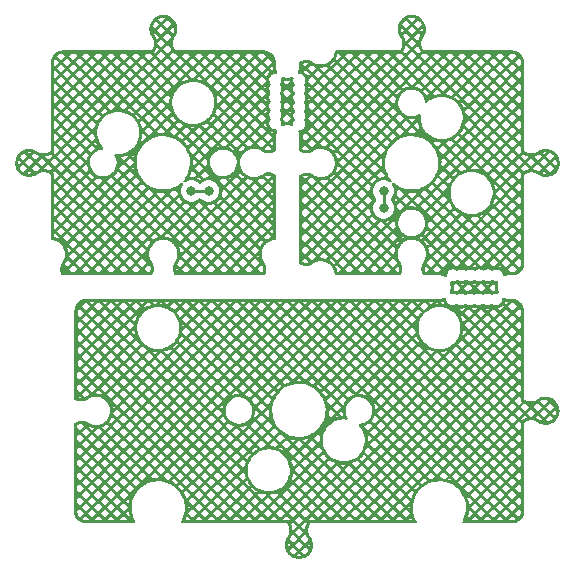
<source format=gbr>
%TF.GenerationSoftware,KiCad,Pcbnew,7.0.7*%
%TF.CreationDate,2023-09-12T19:54:28+10:00*%
%TF.ProjectId,jigsaw,6a696773-6177-42e6-9b69-6361645f7063,rev?*%
%TF.SameCoordinates,Original*%
%TF.FileFunction,Copper,L1,Top*%
%TF.FilePolarity,Positive*%
%FSLAX46Y46*%
G04 Gerber Fmt 4.6, Leading zero omitted, Abs format (unit mm)*
G04 Created by KiCad (PCBNEW 7.0.7) date 2023-09-12 19:54:28*
%MOMM*%
%LPD*%
G01*
G04 APERTURE LIST*
%TA.AperFunction,ViaPad*%
%ADD10C,0.800000*%
%TD*%
%TA.AperFunction,Conductor*%
%ADD11C,0.250000*%
%TD*%
G04 APERTURE END LIST*
D10*
%TO.N,row*%
X130683021Y-49515333D03*
X146945420Y-50970067D03*
X146945420Y-49521067D03*
X132132021Y-49515333D03*
%TD*%
D11*
%TO.N,row*%
X130683021Y-49515333D02*
X132132021Y-49515333D01*
X146945420Y-49521067D02*
X146945420Y-50970067D01*
X132132021Y-49515333D02*
X132042521Y-49515333D01*
X146945420Y-50970067D02*
X146945420Y-50880567D01*
%TD*%
%TA.AperFunction,NonConductor*%
G36*
X138437518Y-39863687D02*
G01*
X138441270Y-39865477D01*
X138453999Y-39871815D01*
X138454005Y-39871816D01*
X138459335Y-39873881D01*
X138459195Y-39874239D01*
X138475803Y-39880950D01*
X138476273Y-39881201D01*
X138497428Y-39884171D01*
X138569910Y-39904794D01*
X138580711Y-39911609D01*
X138589748Y-39912499D01*
X138611518Y-39916633D01*
X138632341Y-39922558D01*
X138637476Y-39923033D01*
X138662033Y-39927844D01*
X138663569Y-39928310D01*
X138683862Y-39927332D01*
X138758900Y-39934285D01*
X138771639Y-39939343D01*
X138780136Y-39938507D01*
X138803728Y-39938439D01*
X138816970Y-39939666D01*
X138830211Y-39938439D01*
X138853803Y-39938507D01*
X138856404Y-39938763D01*
X138875037Y-39934285D01*
X138950076Y-39927332D01*
X138964373Y-39930129D01*
X138971906Y-39927844D01*
X138996462Y-39923034D01*
X138996484Y-39923032D01*
X139001599Y-39922558D01*
X139022415Y-39916635D01*
X139044191Y-39912499D01*
X139047710Y-39912152D01*
X139064028Y-39904795D01*
X139136503Y-39884174D01*
X139156769Y-39884344D01*
X139217008Y-39871802D01*
X139282252Y-39896801D01*
X139323623Y-39953106D01*
X139327985Y-40022839D01*
X139326037Y-40030335D01*
X139316470Y-40062919D01*
X139316470Y-40206843D01*
X139357015Y-40344930D01*
X139416725Y-40437841D01*
X139436409Y-40504881D01*
X139416725Y-40571919D01*
X139357015Y-40664829D01*
X139316470Y-40802916D01*
X139316470Y-40946843D01*
X139357015Y-41084930D01*
X139416725Y-41177841D01*
X139436409Y-41244881D01*
X139416725Y-41311919D01*
X139357015Y-41404829D01*
X139316470Y-41542916D01*
X139316470Y-41686843D01*
X139357015Y-41824930D01*
X139357017Y-41824935D01*
X139416724Y-41917840D01*
X139436409Y-41984879D01*
X139416725Y-42051918D01*
X139357015Y-42144829D01*
X139316470Y-42282916D01*
X139316470Y-42426843D01*
X139357015Y-42564930D01*
X139357017Y-42564935D01*
X139416724Y-42657840D01*
X139436409Y-42724879D01*
X139416725Y-42791918D01*
X139357015Y-42884829D01*
X139316470Y-43022916D01*
X139316470Y-43166843D01*
X139357015Y-43304930D01*
X139416725Y-43397841D01*
X139436409Y-43464881D01*
X139416725Y-43531919D01*
X139357015Y-43624829D01*
X139316470Y-43762916D01*
X139316470Y-43866558D01*
X139296785Y-43933597D01*
X139243981Y-43979352D01*
X139174823Y-43989296D01*
X139174303Y-43989125D01*
X139170208Y-43990320D01*
X139136504Y-43985586D01*
X139064028Y-43964964D01*
X139053223Y-43958148D01*
X139044182Y-43957258D01*
X139022403Y-43953121D01*
X139016509Y-43951444D01*
X139001598Y-43947201D01*
X138996462Y-43946726D01*
X138971910Y-43941916D01*
X138970373Y-43941449D01*
X138950077Y-43942427D01*
X138875038Y-43935474D01*
X138862298Y-43930415D01*
X138853801Y-43931252D01*
X138830213Y-43931320D01*
X138816977Y-43930094D01*
X138816972Y-43930094D01*
X138816970Y-43930094D01*
X138813506Y-43930415D01*
X138803724Y-43931321D01*
X138780136Y-43931252D01*
X138777536Y-43930995D01*
X138758902Y-43935474D01*
X138683862Y-43942428D01*
X138669562Y-43939630D01*
X138662028Y-43941916D01*
X138637478Y-43946726D01*
X138632340Y-43947202D01*
X138632339Y-43947202D01*
X138611539Y-43953120D01*
X138589763Y-43957256D01*
X138586241Y-43957602D01*
X138569909Y-43964965D01*
X138497435Y-43985586D01*
X138482074Y-43985457D01*
X138475800Y-43988811D01*
X138459196Y-43995520D01*
X138459335Y-43995879D01*
X138453986Y-43997950D01*
X138441274Y-44004280D01*
X138372488Y-44016539D01*
X138307994Y-43989663D01*
X138268268Y-43932186D01*
X138265923Y-43862356D01*
X138267030Y-43858341D01*
X138267469Y-43856843D01*
X138267470Y-43856842D01*
X138267470Y-43712917D01*
X138267469Y-43712916D01*
X138264838Y-43703957D01*
X138241605Y-43624829D01*
X138226924Y-43574829D01*
X138226924Y-43574828D01*
X138167215Y-43481920D01*
X138147530Y-43414880D01*
X138147530Y-43414879D01*
X138448646Y-43414879D01*
X138463056Y-43437301D01*
X138465310Y-43441099D01*
X138468288Y-43446551D01*
X138470274Y-43450517D01*
X138471051Y-43452219D01*
X138682579Y-43663747D01*
X138702914Y-43663566D01*
X138722294Y-43654769D01*
X138751815Y-43654143D01*
X138792723Y-43658171D01*
X138799503Y-43657543D01*
X138802378Y-43657344D01*
X138803161Y-43657307D01*
X139091340Y-43369128D01*
X139088615Y-43359847D01*
X138739650Y-43010881D01*
X138518035Y-43232496D01*
X138485494Y-43343329D01*
X138484099Y-43347519D01*
X138481929Y-43353343D01*
X138480229Y-43357446D01*
X138470274Y-43379243D01*
X138468288Y-43383209D01*
X138465310Y-43388661D01*
X138463056Y-43392459D01*
X138448646Y-43414879D01*
X138147530Y-43414879D01*
X138167213Y-43347843D01*
X138226923Y-43254933D01*
X138267470Y-43116841D01*
X138267470Y-42972919D01*
X138267470Y-42972918D01*
X138267470Y-42972917D01*
X138267469Y-42972916D01*
X138264195Y-42961767D01*
X138226923Y-42834827D01*
X138226914Y-42834813D01*
X138915720Y-42834813D01*
X139048742Y-42967835D01*
X139050064Y-42961767D01*
X139051156Y-42957491D01*
X139098447Y-42796430D01*
X139099841Y-42792241D01*
X139102011Y-42786417D01*
X139103711Y-42782314D01*
X139113666Y-42760517D01*
X139115652Y-42756551D01*
X139118630Y-42751100D01*
X139120883Y-42747302D01*
X139135292Y-42724879D01*
X139120884Y-42702459D01*
X139118630Y-42698661D01*
X139115652Y-42693209D01*
X139113666Y-42689243D01*
X139103711Y-42667446D01*
X139102011Y-42663343D01*
X139099841Y-42657519D01*
X139098447Y-42653330D01*
X139098164Y-42652368D01*
X138915720Y-42834813D01*
X138226914Y-42834813D01*
X138167213Y-42741917D01*
X138147530Y-42674879D01*
X138167215Y-42607840D01*
X138226923Y-42514933D01*
X138267470Y-42376841D01*
X138267470Y-42232919D01*
X138267470Y-42232917D01*
X138267469Y-42232916D01*
X138267261Y-42232209D01*
X138245577Y-42158356D01*
X138530101Y-42158356D01*
X138532784Y-42167491D01*
X138533876Y-42171767D01*
X138535198Y-42177838D01*
X138535987Y-42182209D01*
X138539397Y-42205928D01*
X138539871Y-42210342D01*
X138540313Y-42216539D01*
X138540470Y-42220950D01*
X138540470Y-42388810D01*
X138540313Y-42393221D01*
X138539871Y-42399418D01*
X138539397Y-42403832D01*
X138535987Y-42427551D01*
X138535198Y-42431922D01*
X138533876Y-42437993D01*
X138532784Y-42442270D01*
X138530603Y-42449696D01*
X138739651Y-42658744D01*
X139043470Y-42354924D01*
X139043470Y-42270950D01*
X139043627Y-42266539D01*
X139044069Y-42260342D01*
X139044543Y-42255928D01*
X139044823Y-42253980D01*
X138739650Y-41948807D01*
X138530101Y-42158356D01*
X138245577Y-42158356D01*
X138241605Y-42144829D01*
X138226924Y-42094829D01*
X138226924Y-42094828D01*
X138193181Y-42042324D01*
X138167214Y-42001918D01*
X138147530Y-41934880D01*
X138167213Y-41867843D01*
X138226923Y-41774933D01*
X138227567Y-41772739D01*
X138915720Y-41772739D01*
X139132385Y-41989404D01*
X139135292Y-41984879D01*
X139120884Y-41962459D01*
X139118630Y-41958661D01*
X139115652Y-41953209D01*
X139113666Y-41949243D01*
X139103711Y-41927446D01*
X139102011Y-41923343D01*
X139099841Y-41917519D01*
X139098447Y-41913330D01*
X139051156Y-41752269D01*
X139050064Y-41747993D01*
X139048742Y-41741922D01*
X139047953Y-41737551D01*
X139044543Y-41713832D01*
X139044069Y-41709418D01*
X139043627Y-41703221D01*
X139043470Y-41698810D01*
X139043470Y-41644989D01*
X138915720Y-41772739D01*
X138227567Y-41772739D01*
X138267470Y-41636841D01*
X138267470Y-41492919D01*
X138267470Y-41492917D01*
X138267469Y-41492916D01*
X138263645Y-41479894D01*
X138241278Y-41403715D01*
X138226924Y-41354829D01*
X138226924Y-41354828D01*
X138198672Y-41310867D01*
X138167214Y-41261918D01*
X138147530Y-41194880D01*
X138448646Y-41194880D01*
X138463056Y-41217301D01*
X138465310Y-41221099D01*
X138468288Y-41226551D01*
X138470274Y-41230517D01*
X138480229Y-41252314D01*
X138481929Y-41256417D01*
X138484099Y-41262241D01*
X138485493Y-41266431D01*
X138517117Y-41374136D01*
X138739651Y-41596670D01*
X139094619Y-41241702D01*
X138739650Y-40886733D01*
X138472907Y-41153476D01*
X138470274Y-41159243D01*
X138468288Y-41163209D01*
X138465310Y-41168661D01*
X138463056Y-41172459D01*
X138448646Y-41194880D01*
X138147530Y-41194880D01*
X138167213Y-41127843D01*
X138226923Y-41034933D01*
X138229466Y-41026274D01*
X138252788Y-40946843D01*
X138267470Y-40896841D01*
X138267470Y-40752919D01*
X138267470Y-40752918D01*
X138267470Y-40752917D01*
X138267469Y-40752916D01*
X138267261Y-40752209D01*
X138255063Y-40710664D01*
X138915719Y-40710664D01*
X139043470Y-40838414D01*
X139043470Y-40790950D01*
X139043627Y-40786539D01*
X139044069Y-40780342D01*
X139044543Y-40775928D01*
X139047953Y-40752209D01*
X139048742Y-40747838D01*
X139050064Y-40741767D01*
X139051156Y-40737491D01*
X139098447Y-40576430D01*
X139099841Y-40572241D01*
X139102011Y-40566417D01*
X139103711Y-40562314D01*
X139113666Y-40540517D01*
X139115652Y-40536551D01*
X139118630Y-40531100D01*
X139120883Y-40527302D01*
X139135292Y-40504879D01*
X139129898Y-40496485D01*
X138915719Y-40710664D01*
X138255063Y-40710664D01*
X138245492Y-40678068D01*
X138226924Y-40614829D01*
X138226924Y-40614828D01*
X138170674Y-40527302D01*
X138167214Y-40521918D01*
X138147530Y-40454880D01*
X138167213Y-40387843D01*
X138221231Y-40303790D01*
X138508846Y-40303790D01*
X138739650Y-40534594D01*
X139044142Y-40230102D01*
X139044069Y-40229418D01*
X139043627Y-40223221D01*
X139043470Y-40218810D01*
X139043470Y-40192443D01*
X139041358Y-40192788D01*
X139037372Y-40193345D01*
X139036966Y-40193392D01*
X138996698Y-40205608D01*
X138931024Y-40206195D01*
X138911652Y-40214991D01*
X138882118Y-40215618D01*
X138841215Y-40211588D01*
X138834452Y-40212216D01*
X138831568Y-40212416D01*
X138827549Y-40212601D01*
X138824704Y-40212666D01*
X138809236Y-40212666D01*
X138806391Y-40212601D01*
X138802372Y-40212416D01*
X138799489Y-40212216D01*
X138792723Y-40211588D01*
X138751823Y-40215618D01*
X138693172Y-40204496D01*
X138666686Y-40210775D01*
X138637239Y-40205608D01*
X138596974Y-40193392D01*
X138596589Y-40193348D01*
X138592604Y-40192791D01*
X138589785Y-40192331D01*
X138574582Y-40189489D01*
X138571809Y-40188905D01*
X138567893Y-40187986D01*
X138565086Y-40187258D01*
X138549681Y-40182873D01*
X138539606Y-40181881D01*
X138539397Y-40183832D01*
X138535987Y-40207551D01*
X138535198Y-40211922D01*
X138533876Y-40217993D01*
X138532784Y-40222269D01*
X138508846Y-40303790D01*
X138221231Y-40303790D01*
X138226923Y-40294933D01*
X138267470Y-40156841D01*
X138267470Y-40012919D01*
X138267470Y-40012917D01*
X138267469Y-40012915D01*
X138267029Y-40011415D01*
X138267029Y-40009850D01*
X138266208Y-40004140D01*
X138267029Y-40004021D01*
X138267029Y-39941545D01*
X138304804Y-39882767D01*
X138368360Y-39853743D01*
X138437518Y-39863687D01*
G37*
%TD.AperFunction*%
%TA.AperFunction,NonConductor*%
G36*
X128351914Y-34593162D02*
G01*
X128456705Y-34601976D01*
X128462626Y-34602764D01*
X128560535Y-34620639D01*
X128565417Y-34621737D01*
X128667062Y-34648969D01*
X128673185Y-34650957D01*
X128766021Y-34686555D01*
X128770169Y-34688323D01*
X128865508Y-34733163D01*
X128871622Y-34736468D01*
X128956155Y-34788500D01*
X128959532Y-34790735D01*
X129045563Y-34851827D01*
X129051345Y-34856478D01*
X129061857Y-34866025D01*
X129124669Y-34923070D01*
X129127246Y-34925551D01*
X129134689Y-34933143D01*
X129201263Y-35001054D01*
X129206430Y-35007045D01*
X129213618Y-35016541D01*
X129266061Y-35085828D01*
X129267857Y-35088331D01*
X129327513Y-35175979D01*
X129331755Y-35183219D01*
X129352189Y-35224223D01*
X129376232Y-35272470D01*
X129418336Y-35366812D01*
X129424379Y-35383458D01*
X129450208Y-35474403D01*
X129474973Y-35574778D01*
X129478068Y-35593195D01*
X129486550Y-35685995D01*
X129493195Y-35789589D01*
X129492897Y-35809218D01*
X129484293Y-35900052D01*
X129472388Y-36004211D01*
X129468361Y-36024398D01*
X129444207Y-36108392D01*
X129413218Y-36211617D01*
X129405255Y-36231634D01*
X129373635Y-36294566D01*
X129319175Y-36401912D01*
X129306343Y-36422103D01*
X129263930Y-36476443D01*
X129263923Y-36476455D01*
X129238914Y-36523001D01*
X129229260Y-36532785D01*
X129218988Y-36559127D01*
X129215838Y-36565950D01*
X129187150Y-36619347D01*
X129187147Y-36619354D01*
X129164312Y-36687496D01*
X129155506Y-36700123D01*
X129151808Y-36720690D01*
X129147339Y-36738146D01*
X129136585Y-36770234D01*
X129135562Y-36773059D01*
X129128982Y-36789930D01*
X129128544Y-36818752D01*
X129122212Y-36859631D01*
X129114822Y-36875355D01*
X129115118Y-36893797D01*
X129113673Y-36914757D01*
X129110776Y-36933463D01*
X129110775Y-36933475D01*
X129110809Y-36935591D01*
X129108868Y-36959501D01*
X129107470Y-36967273D01*
X129111739Y-36993639D01*
X129112408Y-37035468D01*
X129107287Y-37053996D01*
X129110631Y-37069687D01*
X129113337Y-37093529D01*
X129113371Y-37095651D01*
X129113372Y-37095663D01*
X129116868Y-37114274D01*
X129118983Y-37135179D01*
X129119159Y-37146192D01*
X129127167Y-37169101D01*
X129134792Y-37209698D01*
X129132711Y-37230442D01*
X129143216Y-37255023D01*
X129144331Y-37257817D01*
X129156187Y-37289767D01*
X129161210Y-37307063D01*
X129164182Y-37321010D01*
X129174778Y-37339863D01*
X129199756Y-37407167D01*
X129199760Y-37407177D01*
X129230187Y-37459703D01*
X129233553Y-37466422D01*
X129242333Y-37486968D01*
X129254698Y-37502017D01*
X129267688Y-37524441D01*
X129281071Y-37547545D01*
X129320971Y-37595420D01*
X129324849Y-37601815D01*
X129326581Y-37603537D01*
X129332051Y-37610123D01*
X129333316Y-37610235D01*
X129333318Y-37610237D01*
X129333319Y-37610235D01*
X129359488Y-37612557D01*
X129362955Y-37611038D01*
X129378720Y-37610029D01*
X136818452Y-37609673D01*
X136823869Y-37609910D01*
X136866618Y-37613657D01*
X136935146Y-37620416D01*
X136992925Y-37626115D01*
X137012843Y-37629742D01*
X137079536Y-37647620D01*
X137172705Y-37675894D01*
X137189081Y-37682162D01*
X137256612Y-37713660D01*
X137259580Y-37715144D01*
X137343422Y-37759965D01*
X137349740Y-37763847D01*
X137360163Y-37771146D01*
X137416035Y-37810273D01*
X137419805Y-37813133D01*
X137491858Y-37872268D01*
X137496343Y-37876333D01*
X137529757Y-37909748D01*
X137554006Y-37933999D01*
X137558092Y-37938507D01*
X137570043Y-37953068D01*
X137617138Y-38010451D01*
X137619992Y-38014212D01*
X137633225Y-38033111D01*
X137666532Y-38080677D01*
X137670426Y-38087015D01*
X137715021Y-38170435D01*
X137716534Y-38173461D01*
X137748219Y-38241402D01*
X137754495Y-38257802D01*
X137782467Y-38349974D01*
X137800616Y-38417688D01*
X137804245Y-38437618D01*
X137816328Y-38560108D01*
X137820391Y-38606488D01*
X137820623Y-38612702D01*
X137817127Y-38883948D01*
X137816470Y-38886083D01*
X137816470Y-38908760D01*
X137814916Y-38914049D01*
X137816187Y-38926949D01*
X137816482Y-38933695D01*
X137816475Y-38934380D01*
X137816470Y-38934380D01*
X137816470Y-38934812D01*
X137816330Y-38947850D01*
X137816470Y-38949079D01*
X137816470Y-39027590D01*
X137824225Y-39069076D01*
X137831004Y-39105339D01*
X137830431Y-39111000D01*
X137833692Y-39121751D01*
X137835306Y-39128359D01*
X137850540Y-39209853D01*
X137881898Y-39290798D01*
X137882480Y-39297712D01*
X137888323Y-39308644D01*
X137891459Y-39315479D01*
X137917517Y-39382743D01*
X137917524Y-39382755D01*
X137925961Y-39396382D01*
X137944516Y-39463743D01*
X137923708Y-39530442D01*
X137870142Y-39575303D01*
X137807246Y-39583809D01*
X137807183Y-39584696D01*
X137802937Y-39584392D01*
X137802895Y-39584398D01*
X137802773Y-39584380D01*
X137802769Y-39584380D01*
X137731171Y-39584380D01*
X137717764Y-39586307D01*
X137624513Y-39599714D01*
X137493598Y-39659502D01*
X137493596Y-39659503D01*
X137435893Y-39709503D01*
X137388561Y-39750517D01*
X137384826Y-39753753D01*
X137307015Y-39874829D01*
X137266470Y-40012916D01*
X137266470Y-40156843D01*
X137307015Y-40294930D01*
X137307017Y-40294935D01*
X137366724Y-40387840D01*
X137386409Y-40454879D01*
X137366725Y-40521918D01*
X137307015Y-40614829D01*
X137266470Y-40752916D01*
X137266470Y-40896843D01*
X137307015Y-41034930D01*
X137366725Y-41127841D01*
X137386409Y-41194881D01*
X137366725Y-41261919D01*
X137307015Y-41354829D01*
X137266470Y-41492916D01*
X137266470Y-41636843D01*
X137307015Y-41774930D01*
X137366725Y-41867841D01*
X137386409Y-41934881D01*
X137366725Y-42001919D01*
X137307015Y-42094829D01*
X137266470Y-42232916D01*
X137266470Y-42376843D01*
X137307015Y-42514930D01*
X137307017Y-42514935D01*
X137366724Y-42607840D01*
X137386409Y-42674879D01*
X137366725Y-42741918D01*
X137307015Y-42834829D01*
X137266470Y-42972916D01*
X137266470Y-43116843D01*
X137307015Y-43254930D01*
X137307017Y-43254935D01*
X137366724Y-43347840D01*
X137386409Y-43414879D01*
X137366725Y-43481918D01*
X137307015Y-43574829D01*
X137266470Y-43712916D01*
X137266470Y-43856843D01*
X137307015Y-43994930D01*
X137307017Y-43994933D01*
X137384827Y-44116008D01*
X137493597Y-44210257D01*
X137624513Y-44270045D01*
X137731171Y-44285380D01*
X137731174Y-44285380D01*
X137802764Y-44285380D01*
X137802769Y-44285380D01*
X137802870Y-44285365D01*
X137802903Y-44285370D01*
X137807183Y-44285064D01*
X137807249Y-44285994D01*
X137872028Y-44295298D01*
X137924839Y-44341044D01*
X137944534Y-44408081D01*
X137925963Y-44473374D01*
X137917524Y-44487004D01*
X137917520Y-44487011D01*
X137891461Y-44554277D01*
X137888325Y-44561112D01*
X137883943Y-44569309D01*
X137881899Y-44578960D01*
X137850542Y-44659901D01*
X137850540Y-44659907D01*
X137850541Y-44659907D01*
X137844214Y-44693756D01*
X137835308Y-44741397D01*
X137833693Y-44748005D01*
X137831175Y-44756305D01*
X137831004Y-44764418D01*
X137816470Y-44842170D01*
X137816470Y-44936896D01*
X137816171Y-44942977D01*
X137815159Y-44953249D01*
X137816470Y-44961041D01*
X137816470Y-44984509D01*
X137816682Y-44986444D01*
X137820989Y-46032340D01*
X137801581Y-46099460D01*
X137766782Y-46135345D01*
X137688732Y-46188492D01*
X137671787Y-46198173D01*
X137614333Y-46225240D01*
X137526031Y-46262977D01*
X137518229Y-46265712D01*
X137448257Y-46285122D01*
X137444606Y-46286016D01*
X137356825Y-46304722D01*
X137350142Y-46305769D01*
X137276243Y-46313249D01*
X137270991Y-46313556D01*
X137182411Y-46314976D01*
X137177151Y-46314837D01*
X137103065Y-46309730D01*
X137096353Y-46308898D01*
X137008024Y-46293017D01*
X137004347Y-46292240D01*
X136933778Y-46275082D01*
X136925892Y-46272598D01*
X136836411Y-46237705D01*
X136778158Y-46212510D01*
X136760897Y-46203368D01*
X136669293Y-46145181D01*
X136667355Y-46142969D01*
X136628050Y-46118365D01*
X136622788Y-46114679D01*
X136604596Y-46100476D01*
X136599224Y-46099559D01*
X136587901Y-46093271D01*
X136578549Y-46087418D01*
X136535101Y-46060226D01*
X136535095Y-46060223D01*
X136535091Y-46060221D01*
X136535092Y-46060221D01*
X136337537Y-45981196D01*
X136337520Y-45981191D01*
X136221506Y-45957351D01*
X136221021Y-45957093D01*
X136218184Y-45956669D01*
X136169525Y-45946670D01*
X136865936Y-45946670D01*
X136897333Y-45966613D01*
X136940224Y-45985165D01*
X137011961Y-46013138D01*
X137062635Y-46025458D01*
X137133323Y-46038167D01*
X137186984Y-46041866D01*
X137257660Y-46040733D01*
X137311193Y-46035315D01*
X137381464Y-46020341D01*
X137431686Y-46006409D01*
X137470355Y-45989884D01*
X137146538Y-45666068D01*
X136865936Y-45946670D01*
X136169525Y-45946670D01*
X136129086Y-45938360D01*
X136129084Y-45938359D01*
X136129083Y-45938359D01*
X136007193Y-45935333D01*
X136005830Y-45934895D01*
X135998885Y-45935126D01*
X135916355Y-45933077D01*
X135791698Y-45952303D01*
X135789167Y-45951965D01*
X135787250Y-45952510D01*
X135779757Y-45954145D01*
X135706048Y-45965513D01*
X135706044Y-45965514D01*
X135582513Y-46007947D01*
X135578924Y-46008109D01*
X135575659Y-46009737D01*
X135568140Y-46012885D01*
X135504792Y-46034645D01*
X135386646Y-46100532D01*
X135382216Y-46101536D01*
X135378312Y-46104492D01*
X135371086Y-46109209D01*
X135330733Y-46131713D01*
X135328188Y-46133056D01*
X135312139Y-46141053D01*
X135301220Y-46152814D01*
X135210638Y-46227054D01*
X135205647Y-46229169D01*
X135204770Y-46230136D01*
X135191583Y-46242670D01*
X135154351Y-46273184D01*
X135153511Y-46274009D01*
X135147527Y-46279169D01*
X135144515Y-46281448D01*
X135136201Y-46294461D01*
X135060330Y-46383380D01*
X135055113Y-46386788D01*
X135054174Y-46388315D01*
X135042907Y-46403799D01*
X135016242Y-46435050D01*
X135013049Y-46439548D01*
X135012614Y-46439239D01*
X135005684Y-46448680D01*
X134999582Y-46463579D01*
X134940729Y-46564362D01*
X134935643Y-46569162D01*
X134934890Y-46571129D01*
X134926191Y-46589259D01*
X134908938Y-46618804D01*
X134908928Y-46618824D01*
X134908299Y-46620546D01*
X134898996Y-46639744D01*
X134895852Y-46654572D01*
X134855805Y-46764050D01*
X134851222Y-46770253D01*
X134850815Y-46772483D01*
X134845286Y-46792805D01*
X134835829Y-46818658D01*
X134835827Y-46818665D01*
X134834432Y-46826657D01*
X134828827Y-46846948D01*
X134828413Y-46861140D01*
X134808385Y-46975865D01*
X134804673Y-46983385D01*
X134804685Y-46985683D01*
X134802840Y-47007619D01*
X134799233Y-47028281D01*
X134799233Y-47028282D01*
X134799306Y-47042754D01*
X134797491Y-47063379D01*
X134799474Y-47076443D01*
X134800057Y-47192815D01*
X134797560Y-47201477D01*
X134797983Y-47203666D01*
X134800226Y-47226530D01*
X134800299Y-47241068D01*
X134800299Y-47241073D01*
X134800300Y-47241075D01*
X134804110Y-47261681D01*
X134806007Y-47281820D01*
X134809973Y-47293383D01*
X134831124Y-47407763D01*
X134830138Y-47417326D01*
X134830901Y-47419257D01*
X134837502Y-47442253D01*
X134838992Y-47450311D01*
X134838997Y-47450330D01*
X134848718Y-47476099D01*
X134854069Y-47495019D01*
X134859545Y-47504803D01*
X134882689Y-47566158D01*
X134900585Y-47613602D01*
X134901347Y-47623740D01*
X134902327Y-47625296D01*
X134913399Y-47647573D01*
X134914097Y-47649424D01*
X134931691Y-47678872D01*
X134940057Y-47695870D01*
X134946538Y-47703722D01*
X135006175Y-47803538D01*
X135008850Y-47813888D01*
X135009897Y-47815018D01*
X135019577Y-47827941D01*
X135020001Y-47827634D01*
X135023237Y-47832096D01*
X135023240Y-47832100D01*
X135040615Y-47852055D01*
X135050295Y-47863172D01*
X135061071Y-47877672D01*
X135068052Y-47883565D01*
X135144432Y-47971286D01*
X135149099Y-47981441D01*
X135155899Y-47986482D01*
X135161948Y-47991594D01*
X135162973Y-47992579D01*
X135162977Y-47992584D01*
X135162981Y-47992587D01*
X135162985Y-47992591D01*
X135200634Y-48022822D01*
X135213073Y-48034409D01*
X135220063Y-48038423D01*
X135310811Y-48111291D01*
X135317463Y-48120835D01*
X135337432Y-48130539D01*
X135339985Y-48131853D01*
X135347899Y-48136163D01*
X135381532Y-48154480D01*
X135388809Y-48159126D01*
X135391313Y-48160982D01*
X135397525Y-48163189D01*
X135515780Y-48227593D01*
X135515782Y-48227593D01*
X135515783Y-48227594D01*
X135579595Y-48248801D01*
X135587148Y-48251875D01*
X135589291Y-48252916D01*
X135594565Y-48253776D01*
X135717717Y-48294704D01*
X135791839Y-48305376D01*
X135799349Y-48306936D01*
X135800637Y-48307288D01*
X135804616Y-48307216D01*
X135817208Y-48309029D01*
X135928340Y-48325030D01*
X136000423Y-48322517D01*
X136011168Y-48322143D01*
X136018172Y-48322304D01*
X136020623Y-48321813D01*
X136141006Y-48317617D01*
X136230288Y-48298335D01*
X136234080Y-48297729D01*
X136235254Y-48297263D01*
X136331934Y-48276385D01*
X136922771Y-48276385D01*
X137146538Y-48500152D01*
X137415099Y-48231591D01*
X137385511Y-48223554D01*
X137317441Y-48209483D01*
X137264255Y-48204499D01*
X137195552Y-48203984D01*
X137142483Y-48208152D01*
X137073725Y-48221296D01*
X137023817Y-48234050D01*
X136954074Y-48262332D01*
X136922771Y-48276385D01*
X136331934Y-48276385D01*
X136349007Y-48272698D01*
X136545780Y-48191689D01*
X136598862Y-48157722D01*
X136616964Y-48152446D01*
X136637367Y-48135977D01*
X136641612Y-48132839D01*
X136730750Y-48072660D01*
X136760881Y-48053357D01*
X136760888Y-48053350D01*
X136771605Y-48046483D01*
X136787671Y-48037792D01*
X136846850Y-48011220D01*
X136934480Y-47975688D01*
X136942388Y-47973087D01*
X137012436Y-47955186D01*
X137016052Y-47954379D01*
X137102709Y-47937815D01*
X137109438Y-47936910D01*
X137183272Y-47931111D01*
X137188527Y-47930925D01*
X137275387Y-47931575D01*
X137280669Y-47931842D01*
X137354541Y-47938765D01*
X137361275Y-47939773D01*
X137423205Y-47952575D01*
X137447136Y-47957522D01*
X137450839Y-47958407D01*
X137463458Y-47961835D01*
X137521130Y-47977501D01*
X137529028Y-47980230D01*
X137614854Y-48016536D01*
X137673238Y-48043813D01*
X137690406Y-48053570D01*
X137766928Y-48105537D01*
X137811326Y-48159482D01*
X137821261Y-48208116D01*
X137821261Y-53531818D01*
X137801576Y-53598857D01*
X137748772Y-53644612D01*
X137717496Y-53654156D01*
X137642792Y-53666512D01*
X137636163Y-53665701D01*
X137621462Y-53669711D01*
X137615261Y-53671065D01*
X137530529Y-53685079D01*
X137530526Y-53685079D01*
X137530524Y-53685080D01*
X137530522Y-53685080D01*
X137530516Y-53685082D01*
X137439270Y-53716102D01*
X137431938Y-53716410D01*
X137419056Y-53722534D01*
X137412392Y-53725239D01*
X137345038Y-53748137D01*
X137250128Y-53798944D01*
X137241804Y-53800682D01*
X137230009Y-53809123D01*
X137223181Y-53813369D01*
X137186627Y-53832937D01*
X137183983Y-53834272D01*
X137162492Y-53844487D01*
X137148022Y-53859271D01*
X137078803Y-53912472D01*
X137069723Y-53915990D01*
X137062524Y-53923382D01*
X137049261Y-53935177D01*
X137016989Y-53959981D01*
X137011376Y-53965077D01*
X137005786Y-53969589D01*
X137000887Y-53973094D01*
X136989737Y-53989135D01*
X136974946Y-54004958D01*
X136929712Y-54053346D01*
X136920299Y-54058904D01*
X136914724Y-54067147D01*
X136902603Y-54082345D01*
X136883207Y-54103093D01*
X136883203Y-54103098D01*
X136880264Y-54107508D01*
X136865920Y-54125243D01*
X136863692Y-54127529D01*
X136855918Y-54144033D01*
X136806994Y-54217432D01*
X136797752Y-54225173D01*
X136793940Y-54233772D01*
X136783763Y-54252285D01*
X136774554Y-54266101D01*
X136774548Y-54266112D01*
X136767706Y-54281264D01*
X136757402Y-54299708D01*
X136754990Y-54303272D01*
X136750456Y-54319466D01*
X136714108Y-54399965D01*
X136705575Y-54409898D01*
X136703511Y-54418336D01*
X136696080Y-54439892D01*
X136693929Y-54444655D01*
X136693928Y-54444659D01*
X136686632Y-54472047D01*
X136680171Y-54490381D01*
X136678037Y-54495193D01*
X136676425Y-54510366D01*
X136653711Y-54595637D01*
X136646416Y-54607644D01*
X136645669Y-54619595D01*
X136644805Y-54626734D01*
X136643499Y-54633971D01*
X136639592Y-54674318D01*
X136636620Y-54691821D01*
X136635185Y-54697686D01*
X136636018Y-54711229D01*
X136634048Y-54731569D01*
X136627541Y-54798757D01*
X136621978Y-54812598D01*
X136625490Y-54842994D01*
X136625759Y-54845942D01*
X136628476Y-54886269D01*
X136628495Y-54894313D01*
X136627833Y-54904888D01*
X136630502Y-54916356D01*
X136637781Y-55024432D01*
X136653987Y-55093322D01*
X136655226Y-55100408D01*
X136656437Y-55110898D01*
X136660291Y-55120119D01*
X136682641Y-55215125D01*
X136682643Y-55215132D01*
X136715471Y-55293909D01*
X136717610Y-55299886D01*
X136720804Y-55310495D01*
X136725447Y-55317849D01*
X136757997Y-55395959D01*
X136758002Y-55395969D01*
X136762611Y-55403330D01*
X136809038Y-55477479D01*
X136811491Y-55481402D01*
X136814207Y-55486208D01*
X136821744Y-55501052D01*
X136825343Y-55503073D01*
X136838343Y-55518782D01*
X136899969Y-55607146D01*
X136900081Y-55607306D01*
X136910311Y-55624895D01*
X136935754Y-55678295D01*
X136937067Y-55681050D01*
X136974434Y-55767339D01*
X136977182Y-55775040D01*
X136996962Y-55844655D01*
X136997871Y-55848259D01*
X137016788Y-55934102D01*
X137017873Y-55940704D01*
X137025925Y-56014273D01*
X137026273Y-56019463D01*
X137028452Y-56106135D01*
X137028365Y-56111339D01*
X137024011Y-56185295D01*
X137023259Y-56191941D01*
X137008711Y-56278427D01*
X137007985Y-56282073D01*
X136991671Y-56352827D01*
X136989314Y-56360656D01*
X136956509Y-56448222D01*
X136931916Y-56507308D01*
X136923135Y-56524495D01*
X136876750Y-56600111D01*
X136824917Y-56646963D01*
X136771052Y-56659273D01*
X129398629Y-56659273D01*
X129331590Y-56639588D01*
X129296131Y-56605059D01*
X129242809Y-56526742D01*
X129233132Y-56509803D01*
X129212214Y-56465395D01*
X129206070Y-56452352D01*
X129198166Y-56433858D01*
X129168322Y-56364018D01*
X129165597Y-56356247D01*
X129146198Y-56286306D01*
X129145308Y-56282668D01*
X129145181Y-56282073D01*
X129126581Y-56194772D01*
X129125535Y-56188095D01*
X129124853Y-56181357D01*
X129118069Y-56114332D01*
X129117765Y-56109138D01*
X129116417Y-56024874D01*
X129389450Y-56024874D01*
X129390585Y-56095776D01*
X129395987Y-56149152D01*
X129410979Y-56219515D01*
X129414496Y-56232196D01*
X129535948Y-56110743D01*
X129888088Y-56110743D01*
X130163618Y-56386273D01*
X130322494Y-56386273D01*
X130598024Y-56110743D01*
X130950162Y-56110743D01*
X131225692Y-56386273D01*
X131384568Y-56386273D01*
X131660098Y-56110743D01*
X131660097Y-56110742D01*
X132012237Y-56110742D01*
X132287767Y-56386273D01*
X132446643Y-56386273D01*
X132722173Y-56110742D01*
X133074311Y-56110742D01*
X133349841Y-56386273D01*
X133508717Y-56386273D01*
X133784246Y-56110743D01*
X134136385Y-56110743D01*
X134411915Y-56386273D01*
X134570791Y-56386273D01*
X134846321Y-56110743D01*
X134846320Y-56110742D01*
X135198460Y-56110742D01*
X135473990Y-56386273D01*
X135632866Y-56386273D01*
X135908396Y-56110742D01*
X136260534Y-56110742D01*
X136536064Y-56386273D01*
X136686590Y-56386273D01*
X136702583Y-56347850D01*
X136728776Y-56277927D01*
X136740540Y-56226904D01*
X136752151Y-56157884D01*
X136755315Y-56104135D01*
X136753581Y-56035177D01*
X136747731Y-55981718D01*
X136732629Y-55913189D01*
X136718383Y-55863053D01*
X136715024Y-55855297D01*
X136615502Y-55755775D01*
X136260534Y-56110742D01*
X135908396Y-56110742D01*
X135553428Y-55755774D01*
X135198460Y-56110742D01*
X134846320Y-56110742D01*
X134491353Y-55755774D01*
X134136385Y-56110743D01*
X133784246Y-56110743D01*
X133784247Y-56110742D01*
X133429279Y-55755775D01*
X133074311Y-56110742D01*
X132722173Y-56110742D01*
X132367205Y-55755775D01*
X132012237Y-56110742D01*
X131660097Y-56110742D01*
X131305130Y-55755775D01*
X130950162Y-56110743D01*
X130598024Y-56110743D01*
X130243056Y-55755775D01*
X129888088Y-56110743D01*
X129535948Y-56110743D01*
X129535949Y-56110742D01*
X129393671Y-55968465D01*
X129393129Y-55971481D01*
X129389450Y-56024874D01*
X129116417Y-56024874D01*
X129116343Y-56020272D01*
X129116482Y-56015032D01*
X129118223Y-55989770D01*
X129121567Y-55941224D01*
X129122396Y-55934533D01*
X129138375Y-55845670D01*
X129139140Y-55842047D01*
X129156176Y-55771973D01*
X129158652Y-55764108D01*
X129181313Y-55705999D01*
X129483344Y-55705999D01*
X129712019Y-55934674D01*
X130066987Y-55579706D01*
X130066986Y-55579705D01*
X130419125Y-55579705D01*
X130774093Y-55934674D01*
X131129061Y-55579706D01*
X131481199Y-55579706D01*
X131836167Y-55934674D01*
X132191135Y-55579706D01*
X132543274Y-55579706D01*
X132898242Y-55934673D01*
X133253208Y-55579706D01*
X133605348Y-55579706D01*
X133960316Y-55934673D01*
X134315283Y-55579706D01*
X134667423Y-55579706D01*
X135022391Y-55934673D01*
X135377359Y-55579705D01*
X135729497Y-55579705D01*
X136084465Y-55934674D01*
X136439433Y-55579706D01*
X136084465Y-55224738D01*
X135729497Y-55579705D01*
X135377359Y-55579705D01*
X135022391Y-55224738D01*
X134667423Y-55579706D01*
X134315283Y-55579706D01*
X134315284Y-55579705D01*
X133960316Y-55224738D01*
X133605348Y-55579706D01*
X133253208Y-55579706D01*
X133253209Y-55579705D01*
X132898242Y-55224738D01*
X132543274Y-55579706D01*
X132191135Y-55579706D01*
X131836167Y-55224737D01*
X131481199Y-55579706D01*
X131129061Y-55579706D01*
X130774092Y-55224738D01*
X130419125Y-55579705D01*
X130066986Y-55579705D01*
X129718245Y-55230964D01*
X129715749Y-55243117D01*
X129714466Y-55248206D01*
X129713728Y-55250881D01*
X129709046Y-55266474D01*
X129706864Y-55272721D01*
X129621254Y-55486738D01*
X129619077Y-55491544D01*
X129617877Y-55494044D01*
X129610482Y-55508604D01*
X129607898Y-55513179D01*
X129606468Y-55515582D01*
X129575913Y-55564400D01*
X129564833Y-55586433D01*
X129551182Y-55603937D01*
X129516027Y-55660190D01*
X129504970Y-55671938D01*
X129483344Y-55705999D01*
X129181313Y-55705999D01*
X129193938Y-55673625D01*
X129199001Y-55661916D01*
X129218706Y-55616348D01*
X129227823Y-55599127D01*
X129283462Y-55511496D01*
X129291338Y-55504596D01*
X129325480Y-55449969D01*
X129329166Y-55444700D01*
X129332004Y-55441059D01*
X129332024Y-55440941D01*
X129338656Y-55428907D01*
X129371077Y-55377105D01*
X129372647Y-55373182D01*
X129407916Y-55285013D01*
X129450111Y-55179530D01*
X129450733Y-55176506D01*
X129457430Y-55143914D01*
X129473836Y-55064074D01*
X129474130Y-55063520D01*
X129474613Y-55060294D01*
X129477002Y-55048668D01*
X129888088Y-55048668D01*
X130243056Y-55403637D01*
X130598024Y-55048669D01*
X130950161Y-55048669D01*
X131305130Y-55403637D01*
X131660098Y-55048669D01*
X132012236Y-55048669D01*
X132367205Y-55403637D01*
X132722173Y-55048669D01*
X133074311Y-55048669D01*
X133429278Y-55403636D01*
X133784246Y-55048669D01*
X134136385Y-55048669D01*
X134491353Y-55403637D01*
X134846321Y-55048669D01*
X135198460Y-55048669D01*
X135553428Y-55403637D01*
X135908396Y-55048669D01*
X135908395Y-55048668D01*
X136260533Y-55048668D01*
X136389450Y-55177585D01*
X136389202Y-55176506D01*
X136385435Y-55143914D01*
X136370168Y-55079005D01*
X136369018Y-55073015D01*
X136366608Y-55056980D01*
X136365947Y-55050914D01*
X136360205Y-54965688D01*
X136354775Y-54954427D01*
X136260533Y-55048668D01*
X135908395Y-55048668D01*
X135553428Y-54693701D01*
X135198460Y-55048669D01*
X134846321Y-55048669D01*
X134491353Y-54693701D01*
X134136385Y-55048669D01*
X133784246Y-55048669D01*
X133784247Y-55048668D01*
X133429279Y-54693701D01*
X133074311Y-55048669D01*
X132722173Y-55048669D01*
X132367204Y-54693701D01*
X132012236Y-55048669D01*
X131660098Y-55048669D01*
X131305130Y-54693701D01*
X130950161Y-55048669D01*
X130598024Y-55048669D01*
X130243056Y-54693700D01*
X129888088Y-55048668D01*
X129477002Y-55048668D01*
X129492944Y-54971089D01*
X129495961Y-54849570D01*
X129496413Y-54848161D01*
X129496175Y-54840974D01*
X129498227Y-54758358D01*
X129479045Y-54633985D01*
X129479390Y-54631392D01*
X129478807Y-54629337D01*
X129477173Y-54621847D01*
X129465791Y-54548048D01*
X129464427Y-54544078D01*
X129430276Y-54444655D01*
X129423424Y-54424710D01*
X129423260Y-54421079D01*
X129421596Y-54417740D01*
X129418447Y-54410219D01*
X129414925Y-54399965D01*
X129396661Y-54346794D01*
X129394440Y-54342812D01*
X129331987Y-54230823D01*
X129643858Y-54230823D01*
X129649000Y-54242345D01*
X129650074Y-54244904D01*
X129651992Y-54249775D01*
X129672127Y-54308398D01*
X129681045Y-54326291D01*
X129684775Y-54347174D01*
X129685377Y-54346968D01*
X129726409Y-54466419D01*
X129727255Y-54469073D01*
X129728733Y-54474100D01*
X129732957Y-54491224D01*
X129734256Y-54497716D01*
X129744987Y-54567305D01*
X129749715Y-54583947D01*
X129749543Y-54603392D01*
X129750531Y-54603240D01*
X129769174Y-54724119D01*
X129769536Y-54726870D01*
X129770102Y-54732077D01*
X129771231Y-54749674D01*
X129771362Y-54756300D01*
X129769911Y-54814707D01*
X130066987Y-54517631D01*
X130419125Y-54517631D01*
X130774092Y-54872600D01*
X131129061Y-54517632D01*
X131129060Y-54517631D01*
X131481199Y-54517631D01*
X131836167Y-54872600D01*
X132191135Y-54517632D01*
X132191134Y-54517631D01*
X132543274Y-54517631D01*
X132898242Y-54872600D01*
X133253210Y-54517632D01*
X133605348Y-54517632D01*
X133960316Y-54872599D01*
X134315283Y-54517632D01*
X134667423Y-54517632D01*
X135022390Y-54872599D01*
X135377358Y-54517632D01*
X135729497Y-54517632D01*
X136084464Y-54872599D01*
X136374447Y-54582616D01*
X136376952Y-54542580D01*
X136400228Y-54478427D01*
X136084465Y-54162663D01*
X135729497Y-54517632D01*
X135377358Y-54517632D01*
X135377359Y-54517631D01*
X135022391Y-54162664D01*
X134667423Y-54517632D01*
X134315283Y-54517632D01*
X134315284Y-54517631D01*
X133960316Y-54162664D01*
X133605348Y-54517632D01*
X133253210Y-54517632D01*
X132898242Y-54162663D01*
X132543274Y-54517631D01*
X132191134Y-54517631D01*
X131836167Y-54162663D01*
X131481199Y-54517631D01*
X131129060Y-54517631D01*
X130774092Y-54162663D01*
X130419125Y-54517631D01*
X130066987Y-54517631D01*
X129712018Y-54162663D01*
X129643858Y-54230823D01*
X129331987Y-54230823D01*
X129330837Y-54228761D01*
X129329827Y-54224309D01*
X129326841Y-54220365D01*
X129322126Y-54213141D01*
X129299497Y-54172563D01*
X129298154Y-54170018D01*
X129290221Y-54154099D01*
X129278446Y-54143165D01*
X129204297Y-54052692D01*
X129202176Y-54047689D01*
X129201188Y-54046792D01*
X129188648Y-54033599D01*
X129187560Y-54032272D01*
X129158129Y-53996361D01*
X129158128Y-53996360D01*
X129157273Y-53995488D01*
X129152105Y-53989495D01*
X129149829Y-53986488D01*
X129136805Y-53978166D01*
X129047953Y-53902352D01*
X129044539Y-53897128D01*
X129042997Y-53896179D01*
X129027506Y-53884906D01*
X128996254Y-53858240D01*
X128991752Y-53855043D01*
X128992060Y-53854609D01*
X128982599Y-53847667D01*
X128967687Y-53841558D01*
X128943040Y-53827165D01*
X128908527Y-53807011D01*
X129356367Y-53807011D01*
X129362765Y-53815465D01*
X129363691Y-53816498D01*
X129392843Y-53852067D01*
X129410710Y-53868294D01*
X129424018Y-53890105D01*
X129464718Y-53939765D01*
X129493482Y-53958402D01*
X129510453Y-53983953D01*
X129519810Y-54002731D01*
X129535949Y-53986593D01*
X129888088Y-53986593D01*
X130243056Y-54341562D01*
X130598024Y-53986594D01*
X130950161Y-53986594D01*
X131305130Y-54341562D01*
X131660098Y-53986594D01*
X132012236Y-53986594D01*
X132367205Y-54341562D01*
X132722173Y-53986594D01*
X133074311Y-53986594D01*
X133429278Y-54341561D01*
X133784246Y-53986594D01*
X134136385Y-53986594D01*
X134491353Y-54341562D01*
X134846321Y-53986594D01*
X135198460Y-53986594D01*
X135553428Y-54341562D01*
X135908396Y-53986594D01*
X136260533Y-53986594D01*
X136489046Y-54215106D01*
X136501968Y-54190077D01*
X136524141Y-54157297D01*
X136529084Y-54146352D01*
X136531817Y-54140904D01*
X136539723Y-54126638D01*
X136542899Y-54121429D01*
X136549533Y-54111474D01*
X136565558Y-54075332D01*
X136603361Y-54030715D01*
X136607635Y-54024303D01*
X136614453Y-53997245D01*
X136632456Y-53973675D01*
X136660809Y-53944560D01*
X136664159Y-53939959D01*
X136674239Y-53927233D01*
X136678217Y-53922611D01*
X136695167Y-53904477D01*
X136716664Y-53872702D01*
X136752684Y-53842948D01*
X136762776Y-53832152D01*
X136775861Y-53802918D01*
X136781560Y-53797684D01*
X136615502Y-53631626D01*
X136260533Y-53986594D01*
X135908396Y-53986594D01*
X135553428Y-53631626D01*
X135198460Y-53986594D01*
X134846321Y-53986594D01*
X134491353Y-53631626D01*
X134136385Y-53986594D01*
X133784246Y-53986594D01*
X133784247Y-53986593D01*
X133429279Y-53631626D01*
X133074311Y-53986594D01*
X132722173Y-53986594D01*
X132367204Y-53631626D01*
X132012236Y-53986594D01*
X131660098Y-53986594D01*
X131305130Y-53631626D01*
X130950161Y-53986594D01*
X130598024Y-53986594D01*
X130243056Y-53631625D01*
X129888088Y-53986593D01*
X129535949Y-53986593D01*
X129356367Y-53807011D01*
X128908527Y-53807011D01*
X128866947Y-53782730D01*
X128862143Y-53777642D01*
X128860177Y-53776888D01*
X128842049Y-53768190D01*
X128812492Y-53750931D01*
X128812487Y-53750928D01*
X128810728Y-53750285D01*
X128791534Y-53740984D01*
X128776700Y-53737838D01*
X128667239Y-53697796D01*
X128661035Y-53693213D01*
X128658806Y-53692806D01*
X128638477Y-53687275D01*
X128637274Y-53686835D01*
X128627980Y-53683435D01*
X128612643Y-53677824D01*
X128612639Y-53677823D01*
X128604644Y-53676428D01*
X128584343Y-53670821D01*
X128570149Y-53670406D01*
X128455401Y-53650373D01*
X128447886Y-53646664D01*
X128445596Y-53646676D01*
X128429353Y-53645310D01*
X129167296Y-53645310D01*
X129195922Y-53669736D01*
X129217850Y-53683232D01*
X129238186Y-53705798D01*
X129285199Y-53745912D01*
X129302337Y-53752982D01*
X129180980Y-53631625D01*
X129167296Y-53645310D01*
X128429353Y-53645310D01*
X128423657Y-53644831D01*
X128403017Y-53641228D01*
X128388540Y-53641301D01*
X128367926Y-53639487D01*
X128354859Y-53641469D01*
X128238420Y-53642052D01*
X128229764Y-53639557D01*
X128227585Y-53639978D01*
X128204724Y-53642221D01*
X128190232Y-53642294D01*
X128190230Y-53642294D01*
X128169639Y-53646102D01*
X128149506Y-53647998D01*
X128137947Y-53651962D01*
X128023466Y-53673132D01*
X128013920Y-53672147D01*
X128012013Y-53672901D01*
X127989015Y-53679502D01*
X127980984Y-53680987D01*
X127980977Y-53680989D01*
X127955220Y-53690705D01*
X127936333Y-53696046D01*
X127926558Y-53701516D01*
X127817615Y-53742611D01*
X127807488Y-53743373D01*
X127805947Y-53744343D01*
X127783680Y-53755411D01*
X127781881Y-53756089D01*
X127781872Y-53756094D01*
X127752472Y-53773659D01*
X127735511Y-53782006D01*
X127727664Y-53788481D01*
X127627679Y-53848217D01*
X127617348Y-53850887D01*
X127616236Y-53851918D01*
X127603354Y-53861572D01*
X127603662Y-53861997D01*
X127599196Y-53865235D01*
X127568160Y-53892258D01*
X127553713Y-53902993D01*
X127547838Y-53909953D01*
X127459945Y-53986484D01*
X127449802Y-53991145D01*
X127444756Y-53997953D01*
X127439661Y-54003982D01*
X127438722Y-54004958D01*
X127408512Y-54042582D01*
X127396981Y-54054959D01*
X127392983Y-54061923D01*
X127319949Y-54152877D01*
X127310418Y-54159518D01*
X127300631Y-54179661D01*
X127299314Y-54182218D01*
X127276862Y-54223442D01*
X127272218Y-54230715D01*
X127270398Y-54233169D01*
X127268206Y-54239337D01*
X127203703Y-54357776D01*
X127203702Y-54357778D01*
X127182524Y-54421503D01*
X127179451Y-54429052D01*
X127178451Y-54431109D01*
X127177604Y-54436306D01*
X127136593Y-54559707D01*
X127136591Y-54559715D01*
X127125934Y-54633732D01*
X127124373Y-54641241D01*
X127124058Y-54642391D01*
X127124129Y-54646264D01*
X127106265Y-54770335D01*
X127109148Y-54853072D01*
X127108992Y-54859825D01*
X127109466Y-54862189D01*
X127113676Y-54982999D01*
X127132929Y-55072153D01*
X127133481Y-55075607D01*
X127133906Y-55076676D01*
X127158597Y-55191011D01*
X127158597Y-55191012D01*
X127195965Y-55281780D01*
X127195969Y-55281786D01*
X127239604Y-55387777D01*
X127239605Y-55387780D01*
X127273410Y-55440612D01*
X127276896Y-55452572D01*
X127294809Y-55474753D01*
X127298825Y-55480332D01*
X127320816Y-55514754D01*
X127326810Y-55521909D01*
X127384129Y-55609096D01*
X127384768Y-55610067D01*
X127394273Y-55627391D01*
X127419992Y-55684666D01*
X127455633Y-55772565D01*
X127458248Y-55780517D01*
X127476036Y-55850106D01*
X127476865Y-55853821D01*
X127493514Y-55940921D01*
X127494426Y-55947707D01*
X127500178Y-56020872D01*
X127500367Y-56026198D01*
X127499711Y-56113872D01*
X127499442Y-56119189D01*
X127492617Y-56192097D01*
X127491602Y-56198874D01*
X127473567Y-56286123D01*
X127472683Y-56289821D01*
X127453989Y-56358664D01*
X127451254Y-56366580D01*
X127413877Y-56454939D01*
X127387800Y-56510769D01*
X127378034Y-56527954D01*
X127325758Y-56604935D01*
X127271811Y-56649337D01*
X127223175Y-56659273D01*
X119822231Y-56659273D01*
X119755192Y-56639588D01*
X119716533Y-56600110D01*
X119670068Y-56524361D01*
X119661291Y-56507179D01*
X119636990Y-56448793D01*
X119617296Y-56396224D01*
X119603916Y-56360508D01*
X119601559Y-56352681D01*
X119585352Y-56282387D01*
X119584630Y-56278771D01*
X119569992Y-56191751D01*
X119569244Y-56185139D01*
X119564910Y-56111509D01*
X119564897Y-56110742D01*
X120329418Y-56110742D01*
X120604948Y-56386273D01*
X120763824Y-56386273D01*
X121039353Y-56110743D01*
X121391493Y-56110743D01*
X121667023Y-56386273D01*
X121825899Y-56386273D01*
X122101429Y-56110743D01*
X122453567Y-56110743D01*
X122729097Y-56386273D01*
X122887973Y-56386273D01*
X123163503Y-56110743D01*
X123163502Y-56110742D01*
X123515641Y-56110742D01*
X123791172Y-56386273D01*
X123950048Y-56386273D01*
X124225578Y-56110742D01*
X124577716Y-56110742D01*
X124853246Y-56386273D01*
X125012122Y-56386273D01*
X125287651Y-56110743D01*
X125639790Y-56110743D01*
X125915320Y-56386273D01*
X126074196Y-56386273D01*
X126349726Y-56110743D01*
X126349725Y-56110742D01*
X126701864Y-56110742D01*
X126977395Y-56386273D01*
X127136269Y-56386273D01*
X127151970Y-56370571D01*
X127164403Y-56343956D01*
X127194268Y-56273352D01*
X127207526Y-56224528D01*
X127221892Y-56155031D01*
X127226785Y-56102769D01*
X127227306Y-56033224D01*
X127223178Y-55980720D01*
X127209934Y-55911434D01*
X127209056Y-55907998D01*
X127056833Y-55755775D01*
X126701864Y-56110742D01*
X126349725Y-56110742D01*
X125994758Y-55755775D01*
X125639790Y-56110743D01*
X125287651Y-56110743D01*
X125287652Y-56110742D01*
X124932684Y-55755775D01*
X124577716Y-56110742D01*
X124225578Y-56110742D01*
X123870609Y-55755774D01*
X123515641Y-56110742D01*
X123163502Y-56110742D01*
X122808535Y-55755774D01*
X122453567Y-56110743D01*
X122101429Y-56110743D01*
X121746461Y-55755775D01*
X121391493Y-56110743D01*
X121039353Y-56110743D01*
X121039354Y-56110742D01*
X120684386Y-55755775D01*
X120329418Y-56110742D01*
X119564897Y-56110742D01*
X119564824Y-56106379D01*
X119567014Y-56019224D01*
X119567359Y-56014092D01*
X119575378Y-55940820D01*
X119576453Y-55934285D01*
X119595483Y-55847931D01*
X119596360Y-55844445D01*
X119616046Y-55775158D01*
X119618785Y-55767481D01*
X119637294Y-55724741D01*
X119943416Y-55724741D01*
X120153349Y-55934674D01*
X120508315Y-55579706D01*
X120860455Y-55579706D01*
X121215423Y-55934674D01*
X121570390Y-55579706D01*
X121922530Y-55579706D01*
X122277498Y-55934674D01*
X122632466Y-55579705D01*
X122984604Y-55579705D01*
X123339572Y-55934674D01*
X123694540Y-55579706D01*
X123694539Y-55579705D01*
X124046679Y-55579705D01*
X124401647Y-55934674D01*
X124756615Y-55579706D01*
X125108753Y-55579706D01*
X125463721Y-55934674D01*
X125818689Y-55579706D01*
X126170827Y-55579706D01*
X126525795Y-55934674D01*
X126880764Y-55579706D01*
X126525795Y-55224737D01*
X126170827Y-55579706D01*
X125818689Y-55579706D01*
X125463721Y-55224738D01*
X125108753Y-55579706D01*
X124756615Y-55579706D01*
X124401646Y-55224738D01*
X124046679Y-55579705D01*
X123694539Y-55579705D01*
X123339571Y-55224738D01*
X122984604Y-55579705D01*
X122632466Y-55579705D01*
X122277498Y-55224738D01*
X121922530Y-55579706D01*
X121570390Y-55579706D01*
X121570391Y-55579705D01*
X121215423Y-55224737D01*
X120860455Y-55579706D01*
X120508315Y-55579706D01*
X120508316Y-55579705D01*
X120182134Y-55253523D01*
X120175205Y-55283201D01*
X120173573Y-55289076D01*
X120168607Y-55304514D01*
X120166503Y-55310237D01*
X120135094Y-55385984D01*
X120126748Y-55413881D01*
X120117288Y-55428434D01*
X120117463Y-55428507D01*
X120085298Y-55506087D01*
X120082717Y-55511648D01*
X120075267Y-55526123D01*
X120072243Y-55531457D01*
X120053579Y-55561384D01*
X120052440Y-55565036D01*
X120029323Y-55607494D01*
X120011733Y-55628599D01*
X119986112Y-55669693D01*
X119967641Y-55689366D01*
X119943416Y-55724741D01*
X119637294Y-55724741D01*
X119656419Y-55680578D01*
X119683444Y-55623856D01*
X119693057Y-55607166D01*
X119754171Y-55517924D01*
X119764051Y-55509856D01*
X119784254Y-55477456D01*
X119784255Y-55477457D01*
X119784520Y-55477032D01*
X119784519Y-55477031D01*
X119787746Y-55471857D01*
X119792734Y-55464960D01*
X119800110Y-55456108D01*
X119801099Y-55451122D01*
X119805798Y-55442904D01*
X119811622Y-55433564D01*
X119811831Y-55433123D01*
X119836251Y-55393963D01*
X119869870Y-55312880D01*
X119873272Y-55308661D01*
X119876649Y-55297377D01*
X119878777Y-55291399D01*
X119882763Y-55281786D01*
X119911215Y-55213166D01*
X119933821Y-55116361D01*
X119937102Y-55110563D01*
X119938533Y-55098011D01*
X119939757Y-55090941D01*
X119949629Y-55048669D01*
X120329418Y-55048669D01*
X120684385Y-55403637D01*
X121039353Y-55048669D01*
X121391493Y-55048669D01*
X121746460Y-55403637D01*
X122101428Y-55048669D01*
X122453567Y-55048669D01*
X122808535Y-55403637D01*
X123163502Y-55048669D01*
X123515641Y-55048669D01*
X123870609Y-55403637D01*
X124225577Y-55048669D01*
X124577715Y-55048669D01*
X124932684Y-55403637D01*
X125287652Y-55048669D01*
X125639790Y-55048669D01*
X125994758Y-55403637D01*
X126349726Y-55048669D01*
X126349725Y-55048668D01*
X126701864Y-55048668D01*
X126888971Y-55235775D01*
X126872108Y-55157694D01*
X126870527Y-55155431D01*
X126864747Y-55128883D01*
X126863668Y-55118615D01*
X126844965Y-55032000D01*
X126843857Y-55025473D01*
X126841675Y-55007940D01*
X126841150Y-55001331D01*
X126838052Y-54912481D01*
X126701864Y-55048668D01*
X126349725Y-55048668D01*
X125994758Y-54693701D01*
X125639790Y-55048669D01*
X125287652Y-55048669D01*
X124932684Y-54693700D01*
X124577715Y-55048669D01*
X124225577Y-55048669D01*
X123870609Y-54693700D01*
X123515641Y-55048669D01*
X123163502Y-55048669D01*
X122808535Y-54693701D01*
X122453567Y-55048669D01*
X122101428Y-55048669D01*
X122101429Y-55048668D01*
X121746461Y-54693701D01*
X121391493Y-55048669D01*
X121039353Y-55048669D01*
X121039354Y-55048668D01*
X120684386Y-54693701D01*
X120329418Y-55048669D01*
X119949629Y-55048669D01*
X119955723Y-55022573D01*
X119962922Y-54913267D01*
X119965703Y-54905679D01*
X119964837Y-54892112D01*
X119964845Y-54884075D01*
X119966442Y-54859825D01*
X119967391Y-54845412D01*
X119967655Y-54842481D01*
X119970510Y-54817425D01*
X119965663Y-54797508D01*
X119956940Y-54708675D01*
X119958704Y-54699387D01*
X119956370Y-54689894D01*
X119953379Y-54672420D01*
X119949459Y-54632490D01*
X119949455Y-54632475D01*
X119948233Y-54625743D01*
X119947360Y-54618610D01*
X119946964Y-54612425D01*
X119939336Y-54594671D01*
X119916213Y-54508279D01*
X119916471Y-54497536D01*
X119912555Y-54488727D01*
X119906079Y-54470417D01*
X119898854Y-54443424D01*
X119896835Y-54438967D01*
X119889379Y-54417420D01*
X119888650Y-54414455D01*
X119878875Y-54399300D01*
X119841979Y-54317816D01*
X119840320Y-54306000D01*
X119835146Y-54298367D01*
X119824835Y-54279953D01*
X119818123Y-54265128D01*
X119809094Y-54251609D01*
X119798907Y-54233120D01*
X119797222Y-54229331D01*
X119786028Y-54217069D01*
X119785731Y-54216624D01*
X120099387Y-54216624D01*
X120107966Y-54243403D01*
X120111937Y-54252173D01*
X120131133Y-54272112D01*
X120141607Y-54299860D01*
X120151248Y-54339079D01*
X120153190Y-54343883D01*
X120158646Y-54359149D01*
X120160464Y-54364966D01*
X120166765Y-54388512D01*
X120182154Y-54423122D01*
X120188254Y-54468793D01*
X120192683Y-54485342D01*
X120210431Y-54511703D01*
X120215976Y-54541267D01*
X120219024Y-54588991D01*
X120219520Y-54591719D01*
X120220361Y-54597757D01*
X120224025Y-54635088D01*
X120232652Y-54670169D01*
X120231035Y-54706482D01*
X120233196Y-54728489D01*
X120247879Y-54761484D01*
X120248040Y-54777908D01*
X120508317Y-54517632D01*
X120508316Y-54517631D01*
X120860455Y-54517631D01*
X121215423Y-54872600D01*
X121570392Y-54517632D01*
X121922530Y-54517632D01*
X122277498Y-54872599D01*
X122632465Y-54517632D01*
X122984604Y-54517632D01*
X123339571Y-54872600D01*
X123694539Y-54517632D01*
X124046679Y-54517632D01*
X124401646Y-54872600D01*
X124756615Y-54517631D01*
X125108753Y-54517631D01*
X125463721Y-54872600D01*
X125818689Y-54517632D01*
X126170827Y-54517632D01*
X126525795Y-54872599D01*
X126864492Y-54533902D01*
X126867444Y-54513405D01*
X126867906Y-54510641D01*
X126868844Y-54505712D01*
X126525795Y-54162663D01*
X126170827Y-54517632D01*
X125818689Y-54517632D01*
X125463721Y-54162663D01*
X125108753Y-54517631D01*
X124756615Y-54517631D01*
X124401647Y-54162664D01*
X124046679Y-54517632D01*
X123694539Y-54517632D01*
X123694540Y-54517631D01*
X123339572Y-54162664D01*
X122984604Y-54517632D01*
X122632465Y-54517632D01*
X122632466Y-54517631D01*
X122277498Y-54162664D01*
X121922530Y-54517632D01*
X121570392Y-54517632D01*
X121215423Y-54162663D01*
X120860455Y-54517631D01*
X120508316Y-54517631D01*
X120153348Y-54162663D01*
X120099387Y-54216624D01*
X119785731Y-54216624D01*
X119743157Y-54152877D01*
X119736409Y-54142774D01*
X119732524Y-54130358D01*
X119726538Y-54124220D01*
X119712188Y-54106507D01*
X119709424Y-54102367D01*
X119690288Y-54081927D01*
X119678162Y-54066749D01*
X119675313Y-54062545D01*
X119663470Y-54053281D01*
X119602578Y-53988241D01*
X119596277Y-53975741D01*
X119586482Y-53968740D01*
X119580886Y-53964228D01*
X119575653Y-53959483D01*
X119543739Y-53934985D01*
X119540688Y-53932275D01*
X119922961Y-53932275D01*
X119928368Y-53939091D01*
X119931434Y-53943303D01*
X119959688Y-53972271D01*
X119970742Y-53993130D01*
X119977278Y-53986594D01*
X120329418Y-53986594D01*
X120684385Y-54341562D01*
X121039353Y-53986594D01*
X121391493Y-53986594D01*
X121746460Y-54341562D01*
X122101428Y-53986594D01*
X122453567Y-53986594D01*
X122808535Y-54341562D01*
X123163502Y-53986594D01*
X123163501Y-53986593D01*
X123515641Y-53986593D01*
X123870609Y-54341562D01*
X124225577Y-53986594D01*
X124577715Y-53986594D01*
X124932684Y-54341562D01*
X125287652Y-53986594D01*
X125639790Y-53986594D01*
X125994758Y-54341562D01*
X126349726Y-53986594D01*
X126701865Y-53986594D01*
X126956630Y-54241359D01*
X126956829Y-54240901D01*
X126959735Y-54234950D01*
X127015421Y-54132699D01*
X127016739Y-54122262D01*
X127030783Y-54097987D01*
X127044141Y-54079963D01*
X127057216Y-54055956D01*
X127086358Y-53995985D01*
X127133364Y-53944291D01*
X127139561Y-53941498D01*
X127162511Y-53912917D01*
X127166296Y-53901067D01*
X127184719Y-53879592D01*
X127202510Y-53863104D01*
X127231369Y-53827165D01*
X127232395Y-53825997D01*
X127240402Y-53815195D01*
X127056833Y-53631626D01*
X126701865Y-53986594D01*
X126349726Y-53986594D01*
X125994758Y-53631626D01*
X125639790Y-53986594D01*
X125287652Y-53986594D01*
X124932684Y-53631625D01*
X124577715Y-53986594D01*
X124225577Y-53986594D01*
X123870609Y-53631625D01*
X123515641Y-53986593D01*
X123163501Y-53986593D01*
X122808535Y-53631626D01*
X122453567Y-53986594D01*
X122101428Y-53986594D01*
X122101429Y-53986593D01*
X121746461Y-53631626D01*
X121391493Y-53986594D01*
X121039353Y-53986594D01*
X121039354Y-53986593D01*
X120684386Y-53631626D01*
X120329418Y-53986594D01*
X119977278Y-53986594D01*
X119977279Y-53986593D01*
X119922961Y-53932275D01*
X119540688Y-53932275D01*
X119530476Y-53923205D01*
X119526417Y-53919044D01*
X119514690Y-53912686D01*
X119444350Y-53858691D01*
X119435576Y-53846670D01*
X119407637Y-53833404D01*
X119404996Y-53832072D01*
X119393635Y-53825997D01*
X119369991Y-53813354D01*
X119363170Y-53809117D01*
X119354771Y-53803113D01*
X119343850Y-53799376D01*
X119343042Y-53798944D01*
X119247810Y-53748021D01*
X119247809Y-53748020D01*
X119247808Y-53748020D01*
X119247805Y-53748019D01*
X119181026Y-53725340D01*
X119174365Y-53722638D01*
X119165144Y-53718259D01*
X119155532Y-53716682D01*
X119062484Y-53685081D01*
X119062478Y-53685080D01*
X118978429Y-53671193D01*
X118972233Y-53669841D01*
X118962036Y-53667062D01*
X118953650Y-53667099D01*
X118875807Y-53654237D01*
X118841534Y-53637709D01*
X119616228Y-53637709D01*
X119650475Y-53668291D01*
X119653675Y-53675216D01*
X119655261Y-53676433D01*
X119671085Y-53681033D01*
X119674491Y-53683805D01*
X119622311Y-53631625D01*
X119616228Y-53637709D01*
X118841534Y-53637709D01*
X118812873Y-53623887D01*
X118776338Y-53564331D01*
X118772021Y-53531896D01*
X118772021Y-53405494D01*
X119045020Y-53405494D01*
X119115006Y-53417059D01*
X119120972Y-53418297D01*
X119136732Y-53422246D01*
X119142583Y-53423970D01*
X119215212Y-53448636D01*
X119225266Y-53447983D01*
X119251309Y-53456961D01*
X119280409Y-53470778D01*
X119343339Y-53492150D01*
X119349025Y-53494349D01*
X119363886Y-53500794D01*
X119369374Y-53503446D01*
X119388256Y-53513542D01*
X119446241Y-53455557D01*
X119798381Y-53455557D01*
X120153349Y-53810525D01*
X120508317Y-53455557D01*
X120860455Y-53455557D01*
X121215423Y-53810525D01*
X121570392Y-53455557D01*
X121922530Y-53455557D01*
X122277498Y-53810524D01*
X122632465Y-53455557D01*
X122984604Y-53455557D01*
X123339571Y-53810525D01*
X123694539Y-53455557D01*
X124046679Y-53455557D01*
X124401646Y-53810525D01*
X124756615Y-53455556D01*
X125108753Y-53455556D01*
X125463721Y-53810525D01*
X125818689Y-53455557D01*
X126170827Y-53455557D01*
X126525795Y-53810525D01*
X126880764Y-53455557D01*
X127232902Y-53455557D01*
X127428983Y-53651638D01*
X127431777Y-53649416D01*
X127437927Y-53644955D01*
X127465802Y-53619129D01*
X127528356Y-53588005D01*
X127531189Y-53587851D01*
X127561943Y-53569477D01*
X127572233Y-53556665D01*
X127597570Y-53543073D01*
X127622857Y-53533084D01*
X127649453Y-53517195D01*
X127655288Y-53514054D01*
X127671180Y-53506386D01*
X127672212Y-53505943D01*
X127700087Y-53488401D01*
X127767310Y-53469354D01*
X127768203Y-53469471D01*
X127801278Y-53456994D01*
X127815283Y-53444944D01*
X127842914Y-53436161D01*
X127870756Y-53430788D01*
X127892870Y-53422448D01*
X127897841Y-53420819D01*
X127900500Y-53420014D01*
X127905813Y-53418532D01*
X127852623Y-53365342D01*
X128385190Y-53365342D01*
X128401041Y-53368235D01*
X128410441Y-53368189D01*
X128415659Y-53368391D01*
X128418463Y-53368563D01*
X128434693Y-53369930D01*
X128441253Y-53370775D01*
X128457517Y-53373613D01*
X128486899Y-53373468D01*
X128533303Y-53386843D01*
X128583462Y-53395601D01*
X128608057Y-53391641D01*
X128636877Y-53398879D01*
X128665829Y-53409981D01*
X128668297Y-53410412D01*
X128674773Y-53411842D01*
X128691823Y-53416411D01*
X128698135Y-53418406D01*
X128720328Y-53426524D01*
X128748221Y-53431617D01*
X128785421Y-53450335D01*
X128837318Y-53469319D01*
X128864461Y-53469971D01*
X128891676Y-53482474D01*
X128919683Y-53499711D01*
X128920691Y-53500132D01*
X128936675Y-53507649D01*
X128942537Y-53510733D01*
X128947081Y-53513386D01*
X129004910Y-53455557D01*
X129357051Y-53455557D01*
X129712019Y-53810524D01*
X130066987Y-53455556D01*
X130419125Y-53455556D01*
X130774092Y-53810525D01*
X131129061Y-53455557D01*
X131129060Y-53455556D01*
X131481199Y-53455556D01*
X131836167Y-53810525D01*
X132191135Y-53455557D01*
X132191134Y-53455556D01*
X132543274Y-53455556D01*
X132898242Y-53810525D01*
X133253210Y-53455557D01*
X133605348Y-53455557D01*
X133960316Y-53810524D01*
X134315283Y-53455557D01*
X134667423Y-53455557D01*
X135022390Y-53810524D01*
X135377358Y-53455557D01*
X135729497Y-53455557D01*
X136084465Y-53810525D01*
X136439432Y-53455557D01*
X136791571Y-53455557D01*
X136972188Y-53636174D01*
X136993871Y-53622368D01*
X137062217Y-53589878D01*
X137082270Y-53579143D01*
X137110948Y-53558623D01*
X137138652Y-53548962D01*
X137223370Y-53503614D01*
X137228863Y-53500957D01*
X137243776Y-53494483D01*
X137249467Y-53492284D01*
X137312922Y-53470709D01*
X137343331Y-53456257D01*
X137366123Y-53452623D01*
X137450314Y-53424005D01*
X137456164Y-53422275D01*
X137465806Y-53419856D01*
X137146539Y-53100588D01*
X136791571Y-53455557D01*
X136439432Y-53455557D01*
X136439433Y-53455556D01*
X136084465Y-53100589D01*
X135729497Y-53455557D01*
X135377358Y-53455557D01*
X135377359Y-53455556D01*
X135022391Y-53100589D01*
X134667423Y-53455557D01*
X134315283Y-53455557D01*
X134315284Y-53455556D01*
X133960316Y-53100589D01*
X133605348Y-53455557D01*
X133253210Y-53455557D01*
X132898242Y-53100588D01*
X132543274Y-53455556D01*
X132191134Y-53455556D01*
X131836167Y-53100588D01*
X131481199Y-53455556D01*
X131129060Y-53455556D01*
X130774092Y-53100588D01*
X130419125Y-53455556D01*
X130066987Y-53455556D01*
X129712019Y-53100589D01*
X129357051Y-53455557D01*
X129004910Y-53455557D01*
X129004911Y-53455556D01*
X128649944Y-53100589D01*
X128385190Y-53365342D01*
X127852623Y-53365342D01*
X127587870Y-53100589D01*
X127232902Y-53455557D01*
X126880764Y-53455557D01*
X126525795Y-53100588D01*
X126170827Y-53455557D01*
X125818689Y-53455557D01*
X125463721Y-53100588D01*
X125108753Y-53455556D01*
X124756615Y-53455556D01*
X124401647Y-53100589D01*
X124046679Y-53455557D01*
X123694539Y-53455557D01*
X123694540Y-53455556D01*
X123339572Y-53100589D01*
X122984604Y-53455557D01*
X122632465Y-53455557D01*
X122632466Y-53455556D01*
X122277498Y-53100589D01*
X121922530Y-53455557D01*
X121570392Y-53455557D01*
X121215423Y-53100588D01*
X120860455Y-53455557D01*
X120508317Y-53455557D01*
X120153349Y-53100588D01*
X119798381Y-53455557D01*
X119446241Y-53455557D01*
X119446242Y-53455556D01*
X119091274Y-53100588D01*
X119045020Y-53146843D01*
X119045020Y-53405494D01*
X118772021Y-53405494D01*
X118772021Y-52924520D01*
X119267343Y-52924520D01*
X119622312Y-53279488D01*
X119977280Y-52924520D01*
X120329418Y-52924520D01*
X120684386Y-53279488D01*
X121039354Y-52924520D01*
X121391493Y-52924520D01*
X121746461Y-53279488D01*
X122101429Y-52924520D01*
X122453567Y-52924520D01*
X122808535Y-53279488D01*
X123163501Y-52924520D01*
X123515641Y-52924520D01*
X123870609Y-53279488D01*
X124225576Y-52924520D01*
X124577716Y-52924520D01*
X124932684Y-53279488D01*
X125287652Y-52924520D01*
X125639790Y-52924520D01*
X125994758Y-53279488D01*
X126349726Y-52924520D01*
X126701865Y-52924520D01*
X127056833Y-53279488D01*
X127411801Y-52924520D01*
X127763939Y-52924520D01*
X128118907Y-53279488D01*
X128473875Y-52924520D01*
X128826013Y-52924520D01*
X129180981Y-53279488D01*
X129535949Y-52924520D01*
X129888088Y-52924520D01*
X130243056Y-53279488D01*
X130598024Y-52924520D01*
X130598023Y-52924519D01*
X130950161Y-52924519D01*
X131305130Y-53279488D01*
X131660098Y-52924520D01*
X131660097Y-52924519D01*
X132012236Y-52924519D01*
X132367205Y-53279488D01*
X132722173Y-52924520D01*
X133074311Y-52924520D01*
X133429279Y-53279488D01*
X133784247Y-52924520D01*
X134136385Y-52924520D01*
X134491353Y-53279488D01*
X134846320Y-52924520D01*
X135198460Y-52924520D01*
X135553428Y-53279488D01*
X135908395Y-52924520D01*
X136260534Y-52924520D01*
X136615502Y-53279488D01*
X136970470Y-52924520D01*
X136970469Y-52924519D01*
X137322608Y-52924519D01*
X137548261Y-53150172D01*
X137548261Y-52698866D01*
X137322608Y-52924519D01*
X136970469Y-52924519D01*
X136615502Y-52569552D01*
X136260534Y-52924520D01*
X135908395Y-52924520D01*
X135908396Y-52924519D01*
X135553428Y-52569552D01*
X135198460Y-52924520D01*
X134846320Y-52924520D01*
X134846321Y-52924519D01*
X134491353Y-52569552D01*
X134136385Y-52924520D01*
X133784247Y-52924520D01*
X133429278Y-52569552D01*
X133074311Y-52924520D01*
X132722173Y-52924520D01*
X132367204Y-52569551D01*
X132012236Y-52924519D01*
X131660097Y-52924519D01*
X131305130Y-52569551D01*
X130950161Y-52924519D01*
X130598023Y-52924519D01*
X130243056Y-52569552D01*
X129888088Y-52924520D01*
X129535949Y-52924520D01*
X129180981Y-52569551D01*
X128826013Y-52924520D01*
X128473875Y-52924520D01*
X128118907Y-52569552D01*
X127763939Y-52924520D01*
X127411801Y-52924520D01*
X127056832Y-52569552D01*
X126701865Y-52924520D01*
X126349726Y-52924520D01*
X125994757Y-52569552D01*
X125639790Y-52924520D01*
X125287652Y-52924520D01*
X124932684Y-52569552D01*
X124577716Y-52924520D01*
X124225576Y-52924520D01*
X124225577Y-52924519D01*
X123870609Y-52569551D01*
X123515641Y-52924520D01*
X123163501Y-52924520D01*
X123163502Y-52924519D01*
X122808535Y-52569552D01*
X122453567Y-52924520D01*
X122101429Y-52924520D01*
X121746460Y-52569552D01*
X121391493Y-52924520D01*
X121039354Y-52924520D01*
X120684385Y-52569552D01*
X120329418Y-52924520D01*
X119977280Y-52924520D01*
X119622312Y-52569551D01*
X119267343Y-52924520D01*
X118772021Y-52924520D01*
X118772021Y-52702196D01*
X119045020Y-52702196D01*
X119091275Y-52748451D01*
X119446243Y-52393482D01*
X119798381Y-52393482D01*
X120153349Y-52748451D01*
X120508316Y-52393483D01*
X120860455Y-52393483D01*
X121215423Y-52748451D01*
X121570391Y-52393483D01*
X121922529Y-52393483D01*
X122277498Y-52748451D01*
X122632466Y-52393483D01*
X122984604Y-52393483D01*
X123339571Y-52748450D01*
X123694539Y-52393483D01*
X124046679Y-52393483D01*
X124401646Y-52748450D01*
X124756614Y-52393483D01*
X125108753Y-52393483D01*
X125463721Y-52748451D01*
X125818688Y-52393483D01*
X125818687Y-52393482D01*
X126170827Y-52393482D01*
X126525795Y-52748451D01*
X126880763Y-52393483D01*
X126880762Y-52393482D01*
X127232902Y-52393482D01*
X127587870Y-52748451D01*
X127942838Y-52393483D01*
X128294975Y-52393483D01*
X128649944Y-52748451D01*
X129004912Y-52393483D01*
X129357050Y-52393483D01*
X129712019Y-52748451D01*
X130066987Y-52393483D01*
X130419125Y-52393483D01*
X130774092Y-52748450D01*
X131129061Y-52393482D01*
X131481199Y-52393482D01*
X131836167Y-52748451D01*
X132191135Y-52393482D01*
X132543273Y-52393482D01*
X132898242Y-52748451D01*
X133253209Y-52393483D01*
X133605347Y-52393483D01*
X133960316Y-52748451D01*
X134315284Y-52393483D01*
X134667423Y-52393483D01*
X135022391Y-52748451D01*
X135377359Y-52393483D01*
X135729497Y-52393483D01*
X136084465Y-52748450D01*
X136439432Y-52393483D01*
X136791571Y-52393483D01*
X137146539Y-52748450D01*
X137501507Y-52393483D01*
X137146539Y-52038515D01*
X136791571Y-52393483D01*
X136439432Y-52393483D01*
X136439433Y-52393482D01*
X136084465Y-52038515D01*
X135729497Y-52393483D01*
X135377359Y-52393483D01*
X135022391Y-52038514D01*
X134667423Y-52393483D01*
X134315284Y-52393483D01*
X133960316Y-52038514D01*
X133605347Y-52393483D01*
X133253209Y-52393483D01*
X132898242Y-52038514D01*
X132543273Y-52393482D01*
X132191135Y-52393482D01*
X131836167Y-52038514D01*
X131481199Y-52393482D01*
X131129061Y-52393482D01*
X130774093Y-52038515D01*
X130419125Y-52393483D01*
X130066987Y-52393483D01*
X129712019Y-52038515D01*
X129357050Y-52393483D01*
X129004912Y-52393483D01*
X128649944Y-52038515D01*
X128294975Y-52393483D01*
X127942838Y-52393483D01*
X127587870Y-52038514D01*
X127232902Y-52393482D01*
X126880762Y-52393482D01*
X126525795Y-52038514D01*
X126170827Y-52393482D01*
X125818687Y-52393482D01*
X125463721Y-52038515D01*
X125108753Y-52393483D01*
X124756614Y-52393483D01*
X124756615Y-52393482D01*
X124401647Y-52038515D01*
X124046679Y-52393483D01*
X123694539Y-52393483D01*
X123694540Y-52393482D01*
X123339572Y-52038515D01*
X122984604Y-52393483D01*
X122632466Y-52393483D01*
X122277498Y-52038514D01*
X121922529Y-52393483D01*
X121570391Y-52393483D01*
X121215423Y-52038514D01*
X120860455Y-52393483D01*
X120508316Y-52393483D01*
X120153349Y-52038514D01*
X119798381Y-52393482D01*
X119446243Y-52393482D01*
X119091274Y-52038514D01*
X119045020Y-52084769D01*
X119045020Y-52702196D01*
X118772021Y-52702196D01*
X118772021Y-51862446D01*
X119267344Y-51862446D01*
X119622312Y-52217413D01*
X119977280Y-51862446D01*
X120329418Y-51862446D01*
X120684385Y-52217414D01*
X121039354Y-51862446D01*
X121391493Y-51862446D01*
X121746460Y-52217414D01*
X122101429Y-51862446D01*
X122453567Y-51862446D01*
X122808535Y-52217414D01*
X123163503Y-51862446D01*
X123163502Y-51862445D01*
X123515641Y-51862445D01*
X123870609Y-52217414D01*
X124225578Y-51862446D01*
X124577716Y-51862446D01*
X124932683Y-52217413D01*
X125287652Y-51862446D01*
X125639790Y-51862446D01*
X125994758Y-52217413D01*
X126349726Y-51862446D01*
X126701865Y-51862446D01*
X127056833Y-52217413D01*
X127411801Y-51862446D01*
X127763939Y-51862446D01*
X128118907Y-52217414D01*
X128473875Y-51862446D01*
X128826013Y-51862446D01*
X129180981Y-52217414D01*
X129535948Y-51862446D01*
X129888088Y-51862446D01*
X130243056Y-52217414D01*
X130598024Y-51862446D01*
X130950162Y-51862446D01*
X131305130Y-52217413D01*
X131660098Y-51862446D01*
X132012236Y-51862446D01*
X132367204Y-52217413D01*
X132722173Y-51862446D01*
X133074311Y-51862446D01*
X133429278Y-52217414D01*
X133784247Y-51862446D01*
X134136385Y-51862446D01*
X134491353Y-52217414D01*
X134846321Y-51862446D01*
X135198460Y-51862446D01*
X135553428Y-52217414D01*
X135908396Y-51862446D01*
X136260534Y-51862446D01*
X136615502Y-52217413D01*
X136970470Y-51862446D01*
X136970469Y-51862445D01*
X137322608Y-51862445D01*
X137548261Y-52088098D01*
X137548261Y-51636793D01*
X137322608Y-51862445D01*
X136970469Y-51862445D01*
X136615502Y-51507478D01*
X136260534Y-51862446D01*
X135908396Y-51862446D01*
X135553428Y-51507478D01*
X135198460Y-51862446D01*
X134846321Y-51862446D01*
X134491353Y-51507478D01*
X134136385Y-51862446D01*
X133784247Y-51862446D01*
X133429278Y-51507477D01*
X133074311Y-51862446D01*
X132722173Y-51862446D01*
X132367205Y-51507478D01*
X132012236Y-51862446D01*
X131660098Y-51862446D01*
X131305130Y-51507478D01*
X130950162Y-51862446D01*
X130598024Y-51862446D01*
X130243056Y-51507478D01*
X129888088Y-51862446D01*
X129535948Y-51862446D01*
X129535949Y-51862445D01*
X129180981Y-51507477D01*
X128826013Y-51862446D01*
X128473875Y-51862446D01*
X128118907Y-51507478D01*
X127763939Y-51862446D01*
X127411801Y-51862446D01*
X127056833Y-51507478D01*
X126701865Y-51862446D01*
X126349726Y-51862446D01*
X125994758Y-51507478D01*
X125639790Y-51862446D01*
X125287652Y-51862446D01*
X124932684Y-51507478D01*
X124577716Y-51862446D01*
X124225578Y-51862446D01*
X123870609Y-51507477D01*
X123515641Y-51862445D01*
X123163502Y-51862445D01*
X122808535Y-51507478D01*
X122453567Y-51862446D01*
X122101429Y-51862446D01*
X121746460Y-51507477D01*
X121391493Y-51862446D01*
X121039354Y-51862446D01*
X120684385Y-51507477D01*
X120329418Y-51862446D01*
X119977280Y-51862446D01*
X119622312Y-51507478D01*
X119267344Y-51862446D01*
X118772021Y-51862446D01*
X118772021Y-51640122D01*
X119045020Y-51640122D01*
X119091274Y-51686376D01*
X119446243Y-51331408D01*
X119798380Y-51331408D01*
X120153349Y-51686376D01*
X120508317Y-51331408D01*
X120860455Y-51331408D01*
X121215423Y-51686376D01*
X121570392Y-51331408D01*
X121922529Y-51331408D01*
X122277498Y-51686376D01*
X122632466Y-51331408D01*
X122984603Y-51331408D01*
X123339572Y-51686376D01*
X123694540Y-51331408D01*
X124046678Y-51331408D01*
X124401647Y-51686376D01*
X124756615Y-51331408D01*
X125108752Y-51331408D01*
X125463721Y-51686376D01*
X125818689Y-51331408D01*
X126170827Y-51331408D01*
X126525795Y-51686376D01*
X126880764Y-51331408D01*
X127232901Y-51331408D01*
X127587870Y-51686376D01*
X127942838Y-51331408D01*
X128294975Y-51331408D01*
X128649944Y-51686376D01*
X129004912Y-51331408D01*
X129357050Y-51331408D01*
X129712019Y-51686376D01*
X130066987Y-51331408D01*
X130419124Y-51331408D01*
X130774093Y-51686376D01*
X131129061Y-51331408D01*
X131481198Y-51331408D01*
X131836167Y-51686376D01*
X132191135Y-51331408D01*
X132543273Y-51331408D01*
X132898242Y-51686376D01*
X133253210Y-51331408D01*
X133605347Y-51331408D01*
X133960316Y-51686376D01*
X134315284Y-51331408D01*
X134667422Y-51331408D01*
X135022391Y-51686376D01*
X135377359Y-51331408D01*
X135729496Y-51331408D01*
X136084465Y-51686376D01*
X136439433Y-51331408D01*
X136791570Y-51331408D01*
X137146538Y-51686376D01*
X137501507Y-51331408D01*
X137146539Y-50976440D01*
X136791570Y-51331408D01*
X136439433Y-51331408D01*
X136084465Y-50976440D01*
X135729496Y-51331408D01*
X135377359Y-51331408D01*
X135022391Y-50976439D01*
X134667422Y-51331408D01*
X134315284Y-51331408D01*
X133960316Y-50976439D01*
X133605347Y-51331408D01*
X133253210Y-51331408D01*
X132898242Y-50976439D01*
X132543273Y-51331408D01*
X132191135Y-51331408D01*
X131836167Y-50976439D01*
X131481198Y-51331408D01*
X131129061Y-51331408D01*
X130774093Y-50976440D01*
X130419124Y-51331408D01*
X130066987Y-51331408D01*
X129712019Y-50976440D01*
X129357050Y-51331408D01*
X129004912Y-51331408D01*
X128649944Y-50976440D01*
X128294975Y-51331408D01*
X127942838Y-51331408D01*
X127587870Y-50976439D01*
X127232901Y-51331408D01*
X126880764Y-51331408D01*
X126525795Y-50976439D01*
X126170827Y-51331408D01*
X125818689Y-51331408D01*
X125463721Y-50976440D01*
X125108752Y-51331408D01*
X124756615Y-51331408D01*
X124401647Y-50976440D01*
X124046678Y-51331408D01*
X123694540Y-51331408D01*
X123339572Y-50976440D01*
X122984603Y-51331408D01*
X122632466Y-51331408D01*
X122277498Y-50976439D01*
X121922529Y-51331408D01*
X121570392Y-51331408D01*
X121215423Y-50976439D01*
X120860455Y-51331408D01*
X120508317Y-51331408D01*
X120153349Y-50976439D01*
X119798380Y-51331408D01*
X119446243Y-51331408D01*
X119091274Y-50976439D01*
X119045020Y-51022694D01*
X119045020Y-51640122D01*
X118772021Y-51640122D01*
X118772021Y-50800371D01*
X119267344Y-50800371D01*
X119622312Y-51155338D01*
X119977280Y-50800371D01*
X120329418Y-50800371D01*
X120684385Y-51155339D01*
X121039354Y-50800371D01*
X121391493Y-50800371D01*
X121746460Y-51155339D01*
X122101429Y-50800371D01*
X122453567Y-50800371D01*
X122808535Y-51155339D01*
X123163503Y-50800371D01*
X123515641Y-50800371D01*
X123870609Y-51155339D01*
X124225578Y-50800371D01*
X124577716Y-50800371D01*
X124932683Y-51155338D01*
X125287652Y-50800371D01*
X125639790Y-50800371D01*
X125994758Y-51155338D01*
X126349726Y-50800371D01*
X126701865Y-50800371D01*
X127056833Y-51155338D01*
X127411801Y-50800371D01*
X127763939Y-50800371D01*
X128118907Y-51155339D01*
X128473875Y-50800371D01*
X128826013Y-50800371D01*
X129180981Y-51155339D01*
X129535949Y-50800371D01*
X129535948Y-50800370D01*
X129888087Y-50800370D01*
X130243056Y-51155339D01*
X130598023Y-50800371D01*
X130598022Y-50800370D01*
X130950161Y-50800370D01*
X131305130Y-51155338D01*
X131660097Y-50800371D01*
X132012237Y-50800371D01*
X132367204Y-51155338D01*
X132722171Y-50800371D01*
X133074311Y-50800371D01*
X133429278Y-51155339D01*
X133784247Y-50800371D01*
X134136385Y-50800371D01*
X134491353Y-51155339D01*
X134846321Y-50800371D01*
X135198460Y-50800371D01*
X135553428Y-51155339D01*
X135908396Y-50800371D01*
X136260534Y-50800371D01*
X136615502Y-51155338D01*
X136970470Y-50800371D01*
X136970469Y-50800370D01*
X137322608Y-50800370D01*
X137548261Y-51026023D01*
X137548261Y-50574718D01*
X137322608Y-50800370D01*
X136970469Y-50800370D01*
X136615502Y-50445403D01*
X136260534Y-50800371D01*
X135908396Y-50800371D01*
X135553428Y-50445403D01*
X135198460Y-50800371D01*
X134846321Y-50800371D01*
X134491353Y-50445403D01*
X134136385Y-50800371D01*
X133784247Y-50800371D01*
X133429278Y-50445402D01*
X133074311Y-50800371D01*
X132722171Y-50800371D01*
X132722172Y-50800370D01*
X132540032Y-50618230D01*
X132514845Y-50629445D01*
X132511841Y-50630689D01*
X132507588Y-50632322D01*
X132504530Y-50633404D01*
X132487844Y-50638826D01*
X132484746Y-50639744D01*
X132480346Y-50640924D01*
X132477175Y-50641685D01*
X132274847Y-50684691D01*
X132271664Y-50685281D01*
X132267164Y-50685994D01*
X132263935Y-50686420D01*
X132246485Y-50688253D01*
X132243271Y-50688507D01*
X132238722Y-50688747D01*
X132235455Y-50688833D01*
X132123775Y-50688833D01*
X132012237Y-50800371D01*
X131660097Y-50800371D01*
X131660098Y-50800370D01*
X131359424Y-50499697D01*
X132773637Y-50499697D01*
X132898242Y-50624301D01*
X133253209Y-50269334D01*
X133253208Y-50269333D01*
X133605347Y-50269333D01*
X133960316Y-50624302D01*
X134315284Y-50269334D01*
X134315283Y-50269333D01*
X134667423Y-50269333D01*
X135022391Y-50624302D01*
X135377359Y-50269334D01*
X135729497Y-50269334D01*
X136084465Y-50624302D01*
X136439433Y-50269334D01*
X136791571Y-50269334D01*
X137146538Y-50624301D01*
X137501506Y-50269333D01*
X137146539Y-49914365D01*
X136791571Y-50269334D01*
X136439433Y-50269334D01*
X136084465Y-49914366D01*
X135729497Y-50269334D01*
X135377359Y-50269334D01*
X135022390Y-49914365D01*
X134667423Y-50269333D01*
X134315283Y-50269333D01*
X133960316Y-49914365D01*
X133605347Y-50269333D01*
X133253208Y-50269333D01*
X133125482Y-50141606D01*
X133096591Y-50191649D01*
X133094896Y-50194415D01*
X133092414Y-50198237D01*
X133090574Y-50200915D01*
X133080261Y-50215109D01*
X133078298Y-50217668D01*
X133075433Y-50221208D01*
X133073312Y-50223692D01*
X132934898Y-50377417D01*
X132932663Y-50379771D01*
X132929441Y-50382993D01*
X132927086Y-50385228D01*
X132914037Y-50396977D01*
X132911559Y-50399094D01*
X132908018Y-50401960D01*
X132905452Y-50403928D01*
X132773637Y-50499697D01*
X131359424Y-50499697D01*
X131344785Y-50485058D01*
X131289121Y-50525501D01*
X131286456Y-50527333D01*
X131282632Y-50529817D01*
X131279849Y-50531523D01*
X131264641Y-50540302D01*
X131261788Y-50541850D01*
X131257732Y-50543917D01*
X131254806Y-50545312D01*
X131165424Y-50585107D01*
X130950161Y-50800370D01*
X130598022Y-50800370D01*
X130466727Y-50669074D01*
X130337867Y-50641685D01*
X130334696Y-50640924D01*
X130330296Y-50639744D01*
X130327198Y-50638826D01*
X130310512Y-50633404D01*
X130307454Y-50632322D01*
X130303201Y-50630689D01*
X130300197Y-50629445D01*
X130133315Y-50555142D01*
X129888087Y-50800370D01*
X129535948Y-50800370D01*
X129180981Y-50445402D01*
X128826013Y-50800371D01*
X128473875Y-50800371D01*
X128118907Y-50445403D01*
X127763939Y-50800371D01*
X127411801Y-50800371D01*
X127056833Y-50445403D01*
X126701865Y-50800371D01*
X126349726Y-50800371D01*
X125994758Y-50445403D01*
X125639790Y-50800371D01*
X125287652Y-50800371D01*
X124932684Y-50445403D01*
X124577716Y-50800371D01*
X124225578Y-50800371D01*
X123870609Y-50445402D01*
X123515641Y-50800371D01*
X123163503Y-50800371D01*
X122808535Y-50445403D01*
X122453567Y-50800371D01*
X122101429Y-50800371D01*
X121746460Y-50445402D01*
X121391493Y-50800371D01*
X121039354Y-50800371D01*
X120684385Y-50445402D01*
X120329418Y-50800371D01*
X119977280Y-50800371D01*
X119622312Y-50445403D01*
X119267344Y-50800371D01*
X118772021Y-50800371D01*
X118772021Y-50578047D01*
X119045020Y-50578047D01*
X119091275Y-50624302D01*
X119446243Y-50269334D01*
X119798381Y-50269334D01*
X120153349Y-50624302D01*
X120508315Y-50269334D01*
X120860455Y-50269334D01*
X121215423Y-50624302D01*
X121570391Y-50269333D01*
X121922529Y-50269333D01*
X122277498Y-50624302D01*
X122632466Y-50269334D01*
X122984604Y-50269334D01*
X123339572Y-50624302D01*
X123694540Y-50269334D01*
X124046679Y-50269334D01*
X124401647Y-50624302D01*
X124756615Y-50269334D01*
X125108753Y-50269334D01*
X125463721Y-50624301D01*
X125818687Y-50269334D01*
X126170827Y-50269334D01*
X126525795Y-50624302D01*
X126880762Y-50269334D01*
X127232902Y-50269334D01*
X127587870Y-50624302D01*
X127942838Y-50269334D01*
X127942837Y-50269333D01*
X128294975Y-50269333D01*
X128649944Y-50624302D01*
X129004912Y-50269334D01*
X129004911Y-50269333D01*
X129357050Y-50269333D01*
X129712018Y-50624301D01*
X129922796Y-50413523D01*
X129909590Y-50403928D01*
X129907024Y-50401960D01*
X129903483Y-50399094D01*
X129901005Y-50396977D01*
X129887956Y-50385228D01*
X129885601Y-50382993D01*
X129882379Y-50379771D01*
X129880144Y-50377417D01*
X129741730Y-50223692D01*
X129739609Y-50221208D01*
X129736744Y-50217668D01*
X129734781Y-50215109D01*
X129724468Y-50200915D01*
X129722628Y-50198237D01*
X129720146Y-50194415D01*
X129718451Y-50191649D01*
X129615028Y-50012514D01*
X129614620Y-50011763D01*
X129357050Y-50269333D01*
X129004911Y-50269333D01*
X128649944Y-49914365D01*
X128294975Y-50269333D01*
X127942837Y-50269333D01*
X127587870Y-49914366D01*
X127232902Y-50269334D01*
X126880762Y-50269334D01*
X126880763Y-50269333D01*
X126525795Y-49914365D01*
X126170827Y-50269334D01*
X125818687Y-50269334D01*
X125818688Y-50269333D01*
X125463721Y-49914366D01*
X125108753Y-50269334D01*
X124756615Y-50269334D01*
X124401646Y-49914366D01*
X124046679Y-50269334D01*
X123694540Y-50269334D01*
X123339571Y-49914366D01*
X122984604Y-50269334D01*
X122632466Y-50269334D01*
X122277498Y-49914365D01*
X121922529Y-50269333D01*
X121570391Y-50269333D01*
X121215423Y-49914365D01*
X120860455Y-50269334D01*
X120508315Y-50269334D01*
X120508316Y-50269333D01*
X120153349Y-49914366D01*
X119798381Y-50269334D01*
X119446243Y-50269334D01*
X119091274Y-49914365D01*
X119045020Y-49960620D01*
X119045020Y-50578047D01*
X118772021Y-50578047D01*
X118772021Y-49738297D01*
X119267343Y-49738297D01*
X119622312Y-50093265D01*
X119977280Y-49738297D01*
X120329418Y-49738297D01*
X120684385Y-50093264D01*
X121039353Y-49738297D01*
X121391493Y-49738297D01*
X121746460Y-50093264D01*
X122101429Y-49738296D01*
X122453566Y-49738296D01*
X122808535Y-50093265D01*
X123163502Y-49738297D01*
X123515641Y-49738297D01*
X123870609Y-50093265D01*
X124225577Y-49738297D01*
X124225576Y-49738296D01*
X124577716Y-49738296D01*
X124932684Y-50093265D01*
X125287652Y-49738297D01*
X125639790Y-49738297D01*
X125994757Y-50093264D01*
X126349724Y-49738297D01*
X126701865Y-49738297D01*
X127056832Y-50093264D01*
X127411800Y-49738296D01*
X127763938Y-49738296D01*
X128118907Y-50093264D01*
X128473875Y-49738297D01*
X128473874Y-49738296D01*
X128826012Y-49738296D01*
X129180981Y-50093265D01*
X129527592Y-49746653D01*
X129527186Y-49744086D01*
X129526761Y-49740858D01*
X129525380Y-49727727D01*
X129266286Y-49468633D01*
X129004919Y-49559389D01*
X128826012Y-49738296D01*
X128473874Y-49738296D01*
X128392474Y-49656896D01*
X128385065Y-49657393D01*
X128375944Y-49657697D01*
X128138850Y-49657697D01*
X128133870Y-49657530D01*
X128120678Y-49656646D01*
X128115725Y-49656152D01*
X127878047Y-49624187D01*
X127763938Y-49738296D01*
X127411800Y-49738296D01*
X127056833Y-49383329D01*
X126701865Y-49738297D01*
X126349724Y-49738297D01*
X126349725Y-49738296D01*
X125994758Y-49383329D01*
X125639790Y-49738297D01*
X125287652Y-49738297D01*
X124932684Y-49383329D01*
X124577716Y-49738296D01*
X124225576Y-49738296D01*
X123870609Y-49383328D01*
X123515641Y-49738297D01*
X123163502Y-49738297D01*
X122808535Y-49383329D01*
X122453566Y-49738296D01*
X122101429Y-49738296D01*
X121746461Y-49383329D01*
X121391493Y-49738297D01*
X121039353Y-49738297D01*
X121039354Y-49738296D01*
X120684386Y-49383329D01*
X120329418Y-49738297D01*
X119977280Y-49738297D01*
X119622312Y-49383329D01*
X119267343Y-49738297D01*
X118772021Y-49738297D01*
X118772021Y-49515973D01*
X119045020Y-49515973D01*
X119091275Y-49562228D01*
X119446243Y-49207260D01*
X119798381Y-49207260D01*
X120153349Y-49562228D01*
X120508317Y-49207260D01*
X120860455Y-49207260D01*
X121215423Y-49562228D01*
X121570392Y-49207260D01*
X121922530Y-49207260D01*
X122277498Y-49562228D01*
X122632466Y-49207260D01*
X122632465Y-49207259D01*
X122984604Y-49207259D01*
X123339572Y-49562228D01*
X123694540Y-49207260D01*
X123694539Y-49207259D01*
X124046679Y-49207259D01*
X124401647Y-49562228D01*
X124756615Y-49207260D01*
X125108753Y-49207260D01*
X125463721Y-49562228D01*
X125818689Y-49207260D01*
X125818688Y-49207259D01*
X126170827Y-49207259D01*
X126525795Y-49562228D01*
X126867540Y-49220483D01*
X126859690Y-49215095D01*
X126855675Y-49212141D01*
X126608784Y-49017173D01*
X126604981Y-49013959D01*
X126595130Y-49005050D01*
X126591548Y-49001588D01*
X126485820Y-48892266D01*
X126170827Y-49207259D01*
X125818688Y-49207259D01*
X125463721Y-48852292D01*
X125108753Y-49207260D01*
X124756615Y-49207260D01*
X124401646Y-48852291D01*
X124046679Y-49207259D01*
X123694539Y-49207259D01*
X123339571Y-48852291D01*
X122984604Y-49207259D01*
X122632465Y-49207259D01*
X122277498Y-48852292D01*
X121922530Y-49207260D01*
X121570392Y-49207260D01*
X121215423Y-48852291D01*
X120860455Y-49207260D01*
X120508317Y-49207260D01*
X120153349Y-48852292D01*
X119798381Y-49207260D01*
X119446243Y-49207260D01*
X119091274Y-48852291D01*
X119045020Y-48898546D01*
X119045020Y-49515973D01*
X118772021Y-49515973D01*
X118772021Y-48676222D01*
X119267343Y-48676222D01*
X119622312Y-49031190D01*
X119977280Y-48676222D01*
X120329417Y-48676222D01*
X120684386Y-49031190D01*
X121039354Y-48676222D01*
X121391492Y-48676222D01*
X121746461Y-49031190D01*
X122101429Y-48676222D01*
X122101428Y-48676221D01*
X122453566Y-48676221D01*
X122808535Y-49031190D01*
X123163503Y-48676222D01*
X123515641Y-48676222D01*
X123870609Y-49031190D01*
X124225578Y-48676222D01*
X124577715Y-48676222D01*
X124932684Y-49031190D01*
X125287652Y-48676222D01*
X125639789Y-48676222D01*
X125994757Y-49031190D01*
X126319832Y-48706115D01*
X126171225Y-48504426D01*
X126168409Y-48500317D01*
X126161280Y-48489150D01*
X126159286Y-48485782D01*
X125994758Y-48321254D01*
X125639789Y-48676222D01*
X125287652Y-48676222D01*
X124932684Y-48321254D01*
X124577715Y-48676222D01*
X124225578Y-48676222D01*
X123902908Y-48353552D01*
X123769568Y-48422294D01*
X123515641Y-48676222D01*
X123163503Y-48676222D01*
X123005025Y-48517744D01*
X122838107Y-48485574D01*
X122835208Y-48484943D01*
X122831184Y-48483966D01*
X122828351Y-48483207D01*
X122813035Y-48478710D01*
X122810192Y-48477801D01*
X122806277Y-48476443D01*
X122803542Y-48475422D01*
X122697013Y-48432775D01*
X122453566Y-48676221D01*
X122101428Y-48676221D01*
X121746461Y-48321254D01*
X121391492Y-48676222D01*
X121039354Y-48676222D01*
X120684386Y-48321254D01*
X120329417Y-48676222D01*
X119977280Y-48676222D01*
X119622312Y-48321254D01*
X119267343Y-48676222D01*
X118772021Y-48676222D01*
X118772021Y-48187963D01*
X118775291Y-48176823D01*
X118772223Y-48142713D01*
X118772225Y-48142712D01*
X118772223Y-48142710D01*
X118772110Y-48141450D01*
X118765526Y-48135996D01*
X118763708Y-48134172D01*
X118757282Y-48130294D01*
X118754428Y-48127921D01*
X118743830Y-48119107D01*
X118710090Y-48091049D01*
X118710086Y-48091046D01*
X118665509Y-48065351D01*
X118655689Y-48055067D01*
X118629051Y-48043799D01*
X118622237Y-48040410D01*
X118620540Y-48039432D01*
X118591725Y-48022822D01*
X118570940Y-48010841D01*
X118504894Y-47986651D01*
X118492126Y-47977210D01*
X118471218Y-47972888D01*
X118453676Y-47967891D01*
X118438095Y-47962185D01*
X118424786Y-47957310D01*
X118421955Y-47956194D01*
X118403879Y-47948547D01*
X118374394Y-47947314D01*
X118335671Y-47940296D01*
X118320975Y-47932925D01*
X118948566Y-47932925D01*
X118948818Y-47933177D01*
X119002551Y-47969667D01*
X119046953Y-48023613D01*
X119054755Y-48049346D01*
X119058597Y-48069789D01*
X119051634Y-48139311D01*
X119046823Y-48148240D01*
X119049178Y-48174419D01*
X119045020Y-48213183D01*
X119045020Y-48453898D01*
X119091275Y-48500153D01*
X119446243Y-48145185D01*
X119798381Y-48145185D01*
X120153349Y-48500153D01*
X120508317Y-48145185D01*
X120508316Y-48145184D01*
X120860455Y-48145184D01*
X121215423Y-48500153D01*
X121570392Y-48145185D01*
X121570391Y-48145184D01*
X121922529Y-48145184D01*
X122277497Y-48500152D01*
X122464260Y-48313390D01*
X122362931Y-48248271D01*
X122360477Y-48246610D01*
X122357102Y-48244205D01*
X122354745Y-48242440D01*
X122342208Y-48232580D01*
X122339935Y-48230703D01*
X122336808Y-48227993D01*
X122334625Y-48226009D01*
X122167501Y-48066659D01*
X122165390Y-48064547D01*
X122162535Y-48061549D01*
X122160575Y-48059392D01*
X122150123Y-48047331D01*
X122148215Y-48045018D01*
X122145656Y-48041760D01*
X122143915Y-48039432D01*
X122095820Y-47971893D01*
X121922529Y-48145184D01*
X121570391Y-48145184D01*
X121215423Y-47790216D01*
X120860455Y-48145184D01*
X120508316Y-48145184D01*
X120153349Y-47790217D01*
X119798381Y-48145185D01*
X119446243Y-48145185D01*
X119091274Y-47790216D01*
X118948566Y-47932925D01*
X118320975Y-47932925D01*
X118319701Y-47932286D01*
X118300936Y-47932146D01*
X118279756Y-47930162D01*
X118262091Y-47926961D01*
X118261412Y-47926955D01*
X118260751Y-47926950D01*
X118236581Y-47924387D01*
X118228855Y-47922790D01*
X118201707Y-47926508D01*
X118183192Y-47926370D01*
X118161872Y-47926210D01*
X118142995Y-47920512D01*
X118127022Y-47923566D01*
X118102830Y-47925768D01*
X118101483Y-47925758D01*
X118101475Y-47925758D01*
X118083760Y-47928696D01*
X118062549Y-47930363D01*
X118051443Y-47930279D01*
X118027703Y-47937991D01*
X117988910Y-47944423D01*
X117967721Y-47941840D01*
X117941247Y-47952575D01*
X117938399Y-47953649D01*
X117909275Y-47963824D01*
X117891659Y-47968558D01*
X117877438Y-47971276D01*
X117857767Y-47981819D01*
X117791407Y-48005002D01*
X117739633Y-48033821D01*
X117732771Y-48037107D01*
X117711704Y-48045649D01*
X117695922Y-48058152D01*
X117651074Y-48083116D01*
X117606446Y-48119111D01*
X117600902Y-48123099D01*
X117586966Y-48132004D01*
X117582187Y-48134766D01*
X117562153Y-48145184D01*
X117415255Y-48221567D01*
X117404479Y-48227007D01*
X117385441Y-48234712D01*
X117283187Y-48266528D01*
X117197950Y-48291966D01*
X117177803Y-48296196D01*
X117074682Y-48309029D01*
X116983028Y-48318637D01*
X116963400Y-48319132D01*
X116860352Y-48313556D01*
X116766883Y-48305956D01*
X116748433Y-48303045D01*
X116648173Y-48279368D01*
X116556656Y-48254364D01*
X116539938Y-48248483D01*
X116445382Y-48207414D01*
X116355517Y-48163749D01*
X116348242Y-48159585D01*
X116303078Y-48129502D01*
X116260070Y-48100854D01*
X116257531Y-48099070D01*
X116178125Y-48040210D01*
X116172085Y-48035105D01*
X116156293Y-48019931D01*
X116737410Y-48019931D01*
X116800227Y-48034766D01*
X116878793Y-48041155D01*
X116966330Y-48045891D01*
X117043590Y-48037792D01*
X117131774Y-48026816D01*
X117187188Y-48010279D01*
X116967125Y-47790216D01*
X116737410Y-48019931D01*
X116156293Y-48019931D01*
X116102135Y-47967891D01*
X116095829Y-47961832D01*
X116093331Y-47959288D01*
X116036583Y-47898047D01*
X116026035Y-47886663D01*
X116021323Y-47880925D01*
X115959304Y-47795414D01*
X115957036Y-47792059D01*
X115904257Y-47708202D01*
X115900891Y-47702122D01*
X115865468Y-47628725D01*
X115855002Y-47607041D01*
X115853192Y-47602910D01*
X115836201Y-47559890D01*
X116135377Y-47559890D01*
X116141612Y-47572809D01*
X116184371Y-47640746D01*
X116234883Y-47710391D01*
X116289396Y-47769223D01*
X116351525Y-47828920D01*
X116415832Y-47876587D01*
X116483525Y-47921678D01*
X116791056Y-47614147D01*
X117143195Y-47614147D01*
X117433451Y-47904404D01*
X117445676Y-47898047D01*
X117486295Y-47865288D01*
X117491415Y-47861509D01*
X117505494Y-47852015D01*
X117510916Y-47848690D01*
X117531343Y-47837318D01*
X117543017Y-47822783D01*
X117567311Y-47809609D01*
X117618181Y-47788980D01*
X117666068Y-47762327D01*
X117671787Y-47759456D01*
X117687396Y-47752447D01*
X117693343Y-47750082D01*
X117730005Y-47737272D01*
X117853129Y-47614148D01*
X118205270Y-47614148D01*
X118236777Y-47645655D01*
X118278795Y-47654341D01*
X118279046Y-47654354D01*
X118296041Y-47655946D01*
X118302382Y-47656816D01*
X118315809Y-47659249D01*
X118370064Y-47659656D01*
X118392520Y-47666433D01*
X118419430Y-47662823D01*
X118448934Y-47671186D01*
X118523555Y-47702751D01*
X118537244Y-47707764D01*
X118589929Y-47718656D01*
X118640431Y-47745558D01*
X118672820Y-47757421D01*
X118678735Y-47759878D01*
X118694233Y-47767119D01*
X118699905Y-47770074D01*
X118737569Y-47791783D01*
X118915205Y-47614147D01*
X119267343Y-47614147D01*
X119622312Y-47969116D01*
X119977280Y-47614148D01*
X120329418Y-47614148D01*
X120684386Y-47969116D01*
X121039354Y-47614148D01*
X121391493Y-47614148D01*
X121746460Y-47969115D01*
X121961704Y-47753871D01*
X121896061Y-47610130D01*
X121894892Y-47607400D01*
X121893355Y-47603556D01*
X121892331Y-47600811D01*
X121887112Y-47585734D01*
X121886208Y-47582904D01*
X121885042Y-47578929D01*
X121884282Y-47576094D01*
X121829847Y-47351708D01*
X121829218Y-47348819D01*
X121828435Y-47344753D01*
X121827947Y-47341850D01*
X121827748Y-47340467D01*
X121746461Y-47259180D01*
X121391493Y-47614148D01*
X121039354Y-47614148D01*
X120684385Y-47259180D01*
X120329418Y-47614148D01*
X119977280Y-47614148D01*
X119622312Y-47259179D01*
X119267343Y-47614147D01*
X118915205Y-47614147D01*
X118560238Y-47259180D01*
X118205270Y-47614148D01*
X117853129Y-47614148D01*
X117853130Y-47614147D01*
X117498163Y-47259180D01*
X117143195Y-47614147D01*
X116791056Y-47614147D01*
X116436088Y-47259179D01*
X116135377Y-47559890D01*
X115836201Y-47559890D01*
X115816765Y-47510682D01*
X115814717Y-47504583D01*
X115801765Y-47458107D01*
X115786382Y-47402903D01*
X115785228Y-47398004D01*
X115776296Y-47351708D01*
X115766452Y-47300690D01*
X115765609Y-47294802D01*
X115755701Y-47189636D01*
X115755432Y-47184201D01*
X115754976Y-47093160D01*
X116027977Y-47093160D01*
X116028379Y-47173405D01*
X116036443Y-47259002D01*
X116044155Y-47298974D01*
X116260018Y-47083111D01*
X116612158Y-47083111D01*
X116967125Y-47438079D01*
X117322093Y-47083111D01*
X117674232Y-47083111D01*
X118029200Y-47438079D01*
X118384168Y-47083111D01*
X118736307Y-47083111D01*
X119091275Y-47438079D01*
X119446243Y-47083111D01*
X119798381Y-47083111D01*
X120153349Y-47438079D01*
X120508316Y-47083111D01*
X120508315Y-47083110D01*
X120860455Y-47083110D01*
X121215423Y-47438079D01*
X121570391Y-47083111D01*
X121567679Y-47080399D01*
X122086805Y-47080399D01*
X122097032Y-47295098D01*
X122147708Y-47503988D01*
X122147710Y-47503992D01*
X122236394Y-47698184D01*
X122236999Y-47699507D01*
X122355051Y-47865288D01*
X122361680Y-47874597D01*
X122361685Y-47874603D01*
X122517239Y-48022922D01*
X122517241Y-48022923D01*
X122517242Y-48022924D01*
X122698065Y-48139132D01*
X122897613Y-48219019D01*
X122989217Y-48236674D01*
X123108672Y-48259697D01*
X123108673Y-48259697D01*
X123269757Y-48259697D01*
X123269763Y-48259697D01*
X123430116Y-48244385D01*
X123548692Y-48209568D01*
X124111062Y-48209568D01*
X124401647Y-48500153D01*
X124756615Y-48145185D01*
X125108753Y-48145185D01*
X125463721Y-48500153D01*
X125818689Y-48145185D01*
X125463721Y-47790217D01*
X125108753Y-48145185D01*
X124756615Y-48145185D01*
X124433722Y-47822292D01*
X124369550Y-47933444D01*
X124367997Y-47935990D01*
X124365757Y-47939473D01*
X124364119Y-47941890D01*
X124354865Y-47954887D01*
X124353078Y-47957273D01*
X124350516Y-47960527D01*
X124348655Y-47962781D01*
X124197456Y-48137272D01*
X124195469Y-48139458D01*
X124192610Y-48142457D01*
X124190524Y-48144542D01*
X124178993Y-48155537D01*
X124176840Y-48157495D01*
X124173712Y-48160209D01*
X124171406Y-48162114D01*
X124111062Y-48209568D01*
X123548692Y-48209568D01*
X123636354Y-48183828D01*
X123827404Y-48085335D01*
X123829579Y-48083625D01*
X123906766Y-48022924D01*
X123996362Y-47952465D01*
X124137121Y-47790021D01*
X124142528Y-47780657D01*
X124205730Y-47671186D01*
X124238662Y-47614147D01*
X124577715Y-47614147D01*
X124932684Y-47969116D01*
X125287652Y-47614148D01*
X125287651Y-47614147D01*
X125639789Y-47614147D01*
X125871596Y-47845954D01*
X125804918Y-47566158D01*
X125803928Y-47561276D01*
X125801734Y-47548269D01*
X125801067Y-47543335D01*
X125792798Y-47461139D01*
X125639789Y-47614147D01*
X125287651Y-47614147D01*
X124932683Y-47259179D01*
X124577715Y-47614147D01*
X124238662Y-47614147D01*
X124244593Y-47603874D01*
X124314895Y-47400751D01*
X124345484Y-47187994D01*
X124335257Y-46973293D01*
X124325133Y-46931560D01*
X124605064Y-46931560D01*
X124606615Y-46942341D01*
X124606966Y-46945286D01*
X124607359Y-46949410D01*
X124607569Y-46952341D01*
X124618555Y-47182973D01*
X124618625Y-47185923D01*
X124618625Y-47190065D01*
X124618555Y-47193017D01*
X124617795Y-47208950D01*
X124617586Y-47211885D01*
X124617193Y-47216007D01*
X124616841Y-47218945D01*
X124616179Y-47223546D01*
X124756615Y-47083111D01*
X124756614Y-47083110D01*
X125108753Y-47083110D01*
X125463720Y-47438078D01*
X125692228Y-47209570D01*
X126041868Y-47209570D01*
X126072026Y-47509357D01*
X126072027Y-47509359D01*
X126141873Y-47802449D01*
X126141875Y-47802456D01*
X126141876Y-47802458D01*
X126154188Y-47834426D01*
X126250165Y-48083624D01*
X126250169Y-48083633D01*
X126394970Y-48347862D01*
X126394974Y-48347868D01*
X126556367Y-48566912D01*
X126573699Y-48590435D01*
X126783165Y-48807021D01*
X126840491Y-48852291D01*
X127019623Y-48993750D01*
X127019625Y-48993751D01*
X127019630Y-48993755D01*
X127278875Y-49147306D01*
X127556273Y-49264933D01*
X127846874Y-49344537D01*
X128145492Y-49384697D01*
X128145496Y-49384697D01*
X128371397Y-49384697D01*
X128535308Y-49373723D01*
X128596779Y-49369609D01*
X128892048Y-49309593D01*
X129176682Y-49210757D01*
X129445604Y-49074865D01*
X129694014Y-48904341D01*
X129741100Y-48861753D01*
X129804023Y-48831383D01*
X129873378Y-48839853D01*
X129927143Y-48884474D01*
X129948250Y-48951080D01*
X129931666Y-49015717D01*
X129855841Y-49147051D01*
X129855839Y-49147055D01*
X129808642Y-49292314D01*
X129797347Y-49327077D01*
X129777561Y-49515333D01*
X129797347Y-49703589D01*
X129797348Y-49703592D01*
X129855839Y-49883610D01*
X129855842Y-49883617D01*
X129950488Y-50047549D01*
X130045180Y-50152715D01*
X130077150Y-50188221D01*
X130230286Y-50299481D01*
X130230291Y-50299484D01*
X130403213Y-50376475D01*
X130403218Y-50376477D01*
X130588375Y-50415833D01*
X130588376Y-50415833D01*
X130777665Y-50415833D01*
X130777667Y-50415833D01*
X130962824Y-50376477D01*
X131135751Y-50299484D01*
X131288892Y-50188221D01*
X131291809Y-50184980D01*
X131294621Y-50181859D01*
X131354108Y-50145212D01*
X131386769Y-50140833D01*
X131428273Y-50140833D01*
X131495312Y-50160518D01*
X131520421Y-50181859D01*
X131526147Y-50188218D01*
X131526151Y-50188222D01*
X131679286Y-50299481D01*
X131679291Y-50299484D01*
X131852213Y-50376475D01*
X131852218Y-50376477D01*
X132037375Y-50415833D01*
X132037376Y-50415833D01*
X132226665Y-50415833D01*
X132226667Y-50415833D01*
X132411824Y-50376477D01*
X132584751Y-50299484D01*
X132737892Y-50188221D01*
X132864554Y-50047549D01*
X132947601Y-49903707D01*
X133239721Y-49903707D01*
X133429278Y-50093265D01*
X133784247Y-49738296D01*
X134136385Y-49738296D01*
X134491353Y-50093265D01*
X134846321Y-49738297D01*
X134846320Y-49738296D01*
X135198459Y-49738296D01*
X135553428Y-50093265D01*
X135908396Y-49738297D01*
X135908395Y-49738296D01*
X136260534Y-49738296D01*
X136615502Y-50093265D01*
X136970470Y-49738297D01*
X136970469Y-49738296D01*
X137322608Y-49738296D01*
X137548261Y-49963949D01*
X137548261Y-49512644D01*
X137322608Y-49738296D01*
X136970469Y-49738296D01*
X136615502Y-49383329D01*
X136260534Y-49738296D01*
X135908395Y-49738296D01*
X135553428Y-49383329D01*
X135198459Y-49738296D01*
X134846320Y-49738296D01*
X134491353Y-49383329D01*
X134136385Y-49738296D01*
X133784247Y-49738296D01*
X133429278Y-49383328D01*
X133310341Y-49502265D01*
X133310395Y-49503276D01*
X133310481Y-49506545D01*
X133310481Y-49524121D01*
X133310395Y-49527390D01*
X133310155Y-49531939D01*
X133309901Y-49535152D01*
X133288282Y-49740857D01*
X133287856Y-49744086D01*
X133287143Y-49748584D01*
X133286554Y-49751764D01*
X133282906Y-49768930D01*
X133282147Y-49772092D01*
X133280967Y-49776494D01*
X133280045Y-49779605D01*
X133239721Y-49903707D01*
X132947601Y-49903707D01*
X132959200Y-49883617D01*
X133017695Y-49703589D01*
X133037481Y-49515333D01*
X133017695Y-49327077D01*
X132978764Y-49207260D01*
X133605348Y-49207260D01*
X133960316Y-49562228D01*
X134315284Y-49207260D01*
X134667423Y-49207260D01*
X135022390Y-49562228D01*
X135377359Y-49207260D01*
X135377358Y-49207259D01*
X135729497Y-49207259D01*
X136084465Y-49562228D01*
X136439433Y-49207260D01*
X136791571Y-49207260D01*
X137146539Y-49562228D01*
X137501507Y-49207260D01*
X137146539Y-48852292D01*
X136791571Y-49207260D01*
X136439433Y-49207260D01*
X136084465Y-48852291D01*
X135729497Y-49207259D01*
X135377358Y-49207259D01*
X135022391Y-48852292D01*
X134667423Y-49207260D01*
X134315284Y-49207260D01*
X133960316Y-48852292D01*
X133605348Y-49207260D01*
X132978764Y-49207260D01*
X132959200Y-49147049D01*
X132864554Y-48983117D01*
X132737892Y-48842445D01*
X132737891Y-48842444D01*
X132584755Y-48731184D01*
X132584750Y-48731181D01*
X132461310Y-48676221D01*
X133074310Y-48676221D01*
X133429279Y-49031190D01*
X133784247Y-48676222D01*
X134136384Y-48676222D01*
X134491353Y-49031190D01*
X134846321Y-48676222D01*
X134846320Y-48676221D01*
X135198459Y-48676221D01*
X135553428Y-49031190D01*
X135908396Y-48676222D01*
X135908395Y-48676221D01*
X136260533Y-48676221D01*
X136615502Y-49031190D01*
X136970470Y-48676222D01*
X136970469Y-48676221D01*
X137322608Y-48676221D01*
X137548261Y-48901874D01*
X137548261Y-48450569D01*
X137322608Y-48676221D01*
X136970469Y-48676221D01*
X136706927Y-48412679D01*
X136685451Y-48426422D01*
X136679691Y-48429755D01*
X136663951Y-48437948D01*
X136657912Y-48440756D01*
X136565885Y-48478640D01*
X136565446Y-48479088D01*
X136540468Y-48489629D01*
X136535846Y-48491007D01*
X136444779Y-48528499D01*
X136438550Y-48530746D01*
X136422978Y-48535592D01*
X136420288Y-48536363D01*
X136415228Y-48537690D01*
X136394613Y-48542141D01*
X136260533Y-48676221D01*
X135908395Y-48676221D01*
X135816985Y-48584811D01*
X135791135Y-48581089D01*
X135784545Y-48582716D01*
X135757265Y-48578447D01*
X135739987Y-48573724D01*
X135670080Y-48563661D01*
X135663568Y-48562426D01*
X135646400Y-48558371D01*
X135641364Y-48556945D01*
X135638702Y-48556127D01*
X135533618Y-48521202D01*
X135524972Y-48521708D01*
X135498713Y-48512426D01*
X135480319Y-48503488D01*
X135421324Y-48483883D01*
X135416429Y-48482013D01*
X135413855Y-48480963D01*
X135399817Y-48474863D01*
X135198459Y-48676221D01*
X134846320Y-48676221D01*
X134491353Y-48321254D01*
X134136384Y-48676222D01*
X133784247Y-48676222D01*
X133623466Y-48515441D01*
X133451071Y-48531904D01*
X133447532Y-48532161D01*
X133438015Y-48532614D01*
X133434472Y-48532697D01*
X133260686Y-48532697D01*
X133257717Y-48532626D01*
X133253580Y-48532428D01*
X133250655Y-48532218D01*
X133234791Y-48530703D01*
X133231879Y-48530356D01*
X133227779Y-48529767D01*
X133224849Y-48529275D01*
X133221837Y-48528694D01*
X133074310Y-48676221D01*
X132461310Y-48676221D01*
X132411828Y-48654190D01*
X132411823Y-48654188D01*
X132266021Y-48623198D01*
X132226667Y-48614833D01*
X132037375Y-48614833D01*
X132004918Y-48621731D01*
X131852218Y-48654188D01*
X131852213Y-48654190D01*
X131679291Y-48731181D01*
X131679286Y-48731184D01*
X131526151Y-48842443D01*
X131526147Y-48842447D01*
X131520421Y-48848807D01*
X131460934Y-48885454D01*
X131428273Y-48889833D01*
X131386769Y-48889833D01*
X131319730Y-48870148D01*
X131294621Y-48848807D01*
X131288894Y-48842447D01*
X131288890Y-48842443D01*
X131135755Y-48731184D01*
X131135750Y-48731181D01*
X130962828Y-48654190D01*
X130962823Y-48654188D01*
X130817021Y-48623198D01*
X130777667Y-48614833D01*
X130588375Y-48614833D01*
X130555918Y-48621731D01*
X130403218Y-48654188D01*
X130403213Y-48654190D01*
X130230291Y-48731181D01*
X130230287Y-48731184D01*
X130185663Y-48763605D01*
X130119857Y-48787084D01*
X130051803Y-48771258D01*
X130003109Y-48721152D01*
X129989234Y-48652673D01*
X130014584Y-48587565D01*
X130018057Y-48583263D01*
X130112010Y-48472136D01*
X130125948Y-48450302D01*
X131176080Y-48450302D01*
X131254806Y-48485354D01*
X131257732Y-48486749D01*
X131261788Y-48488816D01*
X131264641Y-48490364D01*
X131279849Y-48499143D01*
X131282632Y-48500849D01*
X131286455Y-48503333D01*
X131289121Y-48505165D01*
X131407521Y-48591187D01*
X131504560Y-48520684D01*
X131399193Y-48415317D01*
X132813406Y-48415317D01*
X132898241Y-48500152D01*
X132934570Y-48463823D01*
X132868520Y-48437381D01*
X133897544Y-48437381D01*
X133960315Y-48500153D01*
X134176669Y-48283799D01*
X134149895Y-48304855D01*
X134147542Y-48306617D01*
X134144167Y-48309022D01*
X134141711Y-48310684D01*
X134128279Y-48319316D01*
X134125751Y-48320856D01*
X134122165Y-48322925D01*
X134119585Y-48324334D01*
X133914347Y-48430142D01*
X133911667Y-48431443D01*
X133907898Y-48433162D01*
X133905209Y-48434313D01*
X133897544Y-48437381D01*
X132868520Y-48437381D01*
X132813406Y-48415317D01*
X131399193Y-48415317D01*
X131305129Y-48321253D01*
X131176080Y-48450302D01*
X130125948Y-48450302D01*
X130237951Y-48274853D01*
X130548793Y-48274853D01*
X130615773Y-48341833D01*
X130786455Y-48341833D01*
X130789722Y-48341919D01*
X130794271Y-48342159D01*
X130797485Y-48342413D01*
X130814935Y-48344246D01*
X130818164Y-48344672D01*
X130822664Y-48345385D01*
X130825847Y-48345975D01*
X130910315Y-48363929D01*
X131129059Y-48145185D01*
X131481198Y-48145185D01*
X131740919Y-48404905D01*
X131749198Y-48401220D01*
X131752201Y-48399977D01*
X131756454Y-48398344D01*
X131759512Y-48397262D01*
X131776198Y-48391840D01*
X131779296Y-48390922D01*
X131783696Y-48389742D01*
X131786867Y-48388981D01*
X131989195Y-48345975D01*
X131990606Y-48345713D01*
X132191135Y-48145184D01*
X131836167Y-47790216D01*
X131481198Y-48145185D01*
X131129059Y-48145185D01*
X131129060Y-48145184D01*
X130774093Y-47790217D01*
X130717086Y-47847223D01*
X130659751Y-48032055D01*
X130658117Y-48036768D01*
X130653340Y-48049167D01*
X130651399Y-48053745D01*
X130548793Y-48274853D01*
X130237951Y-48274853D01*
X130274138Y-48218167D01*
X130400968Y-47944855D01*
X130490238Y-47657076D01*
X130497479Y-47614147D01*
X130950161Y-47614147D01*
X131305130Y-47969116D01*
X131660098Y-47614148D01*
X131660097Y-47614147D01*
X132012236Y-47614147D01*
X132096273Y-47698184D01*
X132056061Y-47610130D01*
X132054892Y-47607400D01*
X132053355Y-47603556D01*
X132052331Y-47600811D01*
X132047112Y-47585734D01*
X132046208Y-47582904D01*
X132045589Y-47580795D01*
X132012236Y-47614147D01*
X131660097Y-47614147D01*
X131305130Y-47259179D01*
X130950161Y-47614147D01*
X130497479Y-47614147D01*
X130540354Y-47359967D01*
X130550422Y-47058828D01*
X130520263Y-46759035D01*
X130517522Y-46747533D01*
X130793483Y-46747533D01*
X130822713Y-47038092D01*
X130823047Y-47043061D01*
X130823491Y-47056338D01*
X130823491Y-47061318D01*
X130812979Y-47375734D01*
X130812646Y-47380700D01*
X130811315Y-47393939D01*
X130810646Y-47398878D01*
X130810108Y-47402063D01*
X131129061Y-47083111D01*
X131481199Y-47083111D01*
X131836167Y-47438079D01*
X131983514Y-47290731D01*
X131973735Y-47085421D01*
X131973665Y-47082471D01*
X131973665Y-47080399D01*
X132246805Y-47080399D01*
X132257032Y-47295098D01*
X132307708Y-47503988D01*
X132307710Y-47503992D01*
X132396394Y-47698184D01*
X132396999Y-47699507D01*
X132515051Y-47865288D01*
X132521680Y-47874597D01*
X132521685Y-47874603D01*
X132677239Y-48022922D01*
X132677241Y-48022923D01*
X132677242Y-48022924D01*
X132858065Y-48139132D01*
X133057613Y-48219019D01*
X133149217Y-48236674D01*
X133268672Y-48259697D01*
X133268673Y-48259697D01*
X133429757Y-48259697D01*
X133429763Y-48259697D01*
X133590116Y-48244385D01*
X133796354Y-48183828D01*
X133871313Y-48145184D01*
X134667422Y-48145184D01*
X135022390Y-48500152D01*
X135169891Y-48352651D01*
X135153921Y-48344892D01*
X135102226Y-48297889D01*
X135099423Y-48291669D01*
X135071097Y-48268925D01*
X135059204Y-48265128D01*
X135037715Y-48246693D01*
X135021160Y-48228828D01*
X134985155Y-48199916D01*
X134983872Y-48198787D01*
X134948139Y-48172302D01*
X134906003Y-48116568D01*
X134904861Y-48111876D01*
X134881242Y-48084750D01*
X134868518Y-48077920D01*
X134850626Y-48055665D01*
X134836824Y-48033737D01*
X134811552Y-48004713D01*
X134809931Y-48002675D01*
X134667422Y-48145184D01*
X133871313Y-48145184D01*
X133987404Y-48085335D01*
X133989579Y-48083625D01*
X134066766Y-48022924D01*
X134156362Y-47952465D01*
X134297121Y-47790021D01*
X134302528Y-47780657D01*
X134365730Y-47671186D01*
X134404593Y-47603874D01*
X134474895Y-47400751D01*
X134505484Y-47187994D01*
X134495257Y-46973293D01*
X134444582Y-46764407D01*
X134355291Y-46568887D01*
X134230611Y-46393798D01*
X134230609Y-46393796D01*
X134230604Y-46393790D01*
X134075050Y-46245471D01*
X134059468Y-46235457D01*
X134453000Y-46235457D01*
X134582302Y-46417035D01*
X134583964Y-46419491D01*
X134586202Y-46422975D01*
X134587731Y-46425484D01*
X134595699Y-46439285D01*
X134597101Y-46441852D01*
X134599000Y-46445533D01*
X134600302Y-46448211D01*
X134641376Y-46538152D01*
X134657733Y-46511577D01*
X134658135Y-46510615D01*
X134665641Y-46494655D01*
X134668077Y-46490019D01*
X134669421Y-46487594D01*
X134684328Y-46462062D01*
X134694045Y-46436729D01*
X134710029Y-46415782D01*
X134491352Y-46197105D01*
X134453000Y-46235457D01*
X134059468Y-46235457D01*
X133894225Y-46129262D01*
X133694675Y-46049374D01*
X133483618Y-46008697D01*
X133483617Y-46008697D01*
X133322527Y-46008697D01*
X133162195Y-46024007D01*
X133162174Y-46024009D01*
X133162170Y-46024010D01*
X132955938Y-46084565D01*
X132764881Y-46183061D01*
X132595930Y-46315926D01*
X132595927Y-46315930D01*
X132455166Y-46478375D01*
X132347698Y-46664516D01*
X132277396Y-46867639D01*
X132277395Y-46867641D01*
X132246806Y-47080397D01*
X132246805Y-47080399D01*
X131973665Y-47080399D01*
X131973665Y-47078329D01*
X131973735Y-47075377D01*
X131974495Y-47059444D01*
X131974704Y-47056509D01*
X131975097Y-47052387D01*
X131975448Y-47049449D01*
X131998328Y-46890304D01*
X131836167Y-46728143D01*
X131481199Y-47083111D01*
X131129061Y-47083111D01*
X130793483Y-46747533D01*
X130517522Y-46747533D01*
X130470942Y-46552074D01*
X130950162Y-46552074D01*
X131305130Y-46907042D01*
X131660098Y-46552074D01*
X132012237Y-46552074D01*
X132075745Y-46615582D01*
X132092322Y-46567690D01*
X132093354Y-46564924D01*
X132094892Y-46561082D01*
X132096051Y-46558375D01*
X132102683Y-46543850D01*
X132103986Y-46541168D01*
X132105887Y-46537485D01*
X132107289Y-46534918D01*
X132213695Y-46350615D01*
X132012237Y-46552074D01*
X131660098Y-46552074D01*
X131305130Y-46197106D01*
X130950162Y-46552074D01*
X130470942Y-46552074D01*
X130450414Y-46465936D01*
X130342122Y-46184763D01*
X130201215Y-45927639D01*
X130512521Y-45927639D01*
X130584718Y-46059383D01*
X130586967Y-46063832D01*
X130592555Y-46075878D01*
X130594497Y-46080458D01*
X130667128Y-46269040D01*
X130774092Y-46376004D01*
X131129061Y-46021036D01*
X131481198Y-46021036D01*
X131836167Y-46376005D01*
X132191135Y-46021036D01*
X132139609Y-45969510D01*
X132594799Y-45969510D01*
X132602395Y-45963538D01*
X132604748Y-45961776D01*
X132608123Y-45959372D01*
X132610579Y-45957710D01*
X132624011Y-45949078D01*
X132626539Y-45947538D01*
X132630125Y-45945469D01*
X132632705Y-45944060D01*
X132837943Y-45838252D01*
X132840623Y-45836951D01*
X132844392Y-45835232D01*
X132847081Y-45834081D01*
X132861866Y-45828162D01*
X132864601Y-45827141D01*
X132868514Y-45825785D01*
X132871355Y-45824876D01*
X132936526Y-45805740D01*
X133820643Y-45805740D01*
X134003082Y-45878778D01*
X134005770Y-45879928D01*
X134009540Y-45881647D01*
X134012223Y-45882951D01*
X134026411Y-45890266D01*
X134028988Y-45891673D01*
X134032573Y-45893742D01*
X134035103Y-45895284D01*
X134229359Y-46020123D01*
X134231813Y-46021784D01*
X134235188Y-46024189D01*
X134237545Y-46025954D01*
X134250082Y-46035814D01*
X134252355Y-46037691D01*
X134255482Y-46040401D01*
X134257665Y-46042385D01*
X134276232Y-46060088D01*
X134315283Y-46021036D01*
X134667422Y-46021036D01*
X134851027Y-46204641D01*
X134863729Y-46193197D01*
X134903959Y-46146049D01*
X134916091Y-46116642D01*
X134937916Y-46095441D01*
X134973516Y-46068494D01*
X134974474Y-46067635D01*
X135010047Y-46038478D01*
X135026249Y-46020642D01*
X135048010Y-46007365D01*
X135097836Y-45966528D01*
X135116458Y-45937787D01*
X135142007Y-45920816D01*
X135202046Y-45890895D01*
X135225283Y-45877936D01*
X135230392Y-45874070D01*
X135022390Y-45666068D01*
X134667422Y-46021036D01*
X134315283Y-46021036D01*
X133960315Y-45666068D01*
X133820643Y-45805740D01*
X132936526Y-45805740D01*
X133014900Y-45782727D01*
X132898241Y-45666068D01*
X132594799Y-45969510D01*
X132139609Y-45969510D01*
X131836167Y-45666068D01*
X131481198Y-46021036D01*
X131129061Y-46021036D01*
X130774092Y-45666068D01*
X130512521Y-45927639D01*
X130201215Y-45927639D01*
X130197320Y-45920532D01*
X130197310Y-45920519D01*
X130112741Y-45805740D01*
X130018591Y-45677959D01*
X129809125Y-45461373D01*
X129722482Y-45392952D01*
X129633898Y-45322998D01*
X130055087Y-45322998D01*
X130219433Y-45492932D01*
X130222778Y-45496628D01*
X130231326Y-45506740D01*
X130234412Y-45510643D01*
X130379909Y-45708112D01*
X130598022Y-45489999D01*
X130950162Y-45489999D01*
X131305130Y-45844967D01*
X131660098Y-45489999D01*
X132012236Y-45489999D01*
X132367204Y-45844967D01*
X132722173Y-45489999D01*
X133074311Y-45489999D01*
X133320009Y-45735697D01*
X133491604Y-45735697D01*
X133494573Y-45735768D01*
X133498710Y-45735966D01*
X133501635Y-45736176D01*
X133517499Y-45737691D01*
X133520411Y-45738038D01*
X133524510Y-45738627D01*
X133527439Y-45739119D01*
X133533884Y-45740361D01*
X133784245Y-45489999D01*
X134136385Y-45489999D01*
X134491353Y-45844967D01*
X134846321Y-45489999D01*
X134846320Y-45489998D01*
X135198460Y-45489998D01*
X135467217Y-45758756D01*
X135484110Y-45750339D01*
X135504963Y-45746616D01*
X135504752Y-45746000D01*
X135624430Y-45704893D01*
X135627104Y-45704041D01*
X135632108Y-45702572D01*
X135647870Y-45698680D01*
X135650582Y-45698075D01*
X135655722Y-45697048D01*
X135709667Y-45688726D01*
X135908394Y-45489999D01*
X136260534Y-45489999D01*
X136537814Y-45767279D01*
X136644734Y-45810049D01*
X136648646Y-45811821D01*
X136970469Y-45489998D01*
X137322608Y-45489998D01*
X137546675Y-45714065D01*
X137544837Y-45267769D01*
X137322608Y-45489998D01*
X136970469Y-45489998D01*
X136615502Y-45135031D01*
X136260534Y-45489999D01*
X135908394Y-45489999D01*
X135908395Y-45489998D01*
X135553428Y-45135031D01*
X135198460Y-45489998D01*
X134846320Y-45489998D01*
X134491353Y-45135031D01*
X134136385Y-45489999D01*
X133784245Y-45489999D01*
X133784246Y-45489998D01*
X133429278Y-45135030D01*
X133074311Y-45489999D01*
X132722173Y-45489999D01*
X132367205Y-45135031D01*
X132012236Y-45489999D01*
X131660098Y-45489999D01*
X131305130Y-45135031D01*
X130950162Y-45489999D01*
X130598022Y-45489999D01*
X130598023Y-45489998D01*
X130243055Y-45135030D01*
X130055087Y-45322998D01*
X129633898Y-45322998D01*
X129572666Y-45274643D01*
X129572662Y-45274640D01*
X129572660Y-45274639D01*
X129313415Y-45121088D01*
X129036017Y-45003461D01*
X129036008Y-45003458D01*
X128745417Y-44923857D01*
X128670761Y-44913817D01*
X128446798Y-44883697D01*
X128220901Y-44883697D01*
X128220893Y-44883697D01*
X127995513Y-44898784D01*
X127995504Y-44898786D01*
X127700239Y-44958801D01*
X127415609Y-45057636D01*
X127415604Y-45057638D01*
X127146691Y-45193525D01*
X126898270Y-45364057D01*
X126674810Y-45566166D01*
X126480277Y-45796261D01*
X126318151Y-46050227D01*
X126318150Y-46050229D01*
X126192703Y-46320562D01*
X126191322Y-46323539D01*
X126181628Y-46354790D01*
X126102052Y-46611315D01*
X126067006Y-46819083D01*
X126051936Y-46908427D01*
X126041952Y-47207070D01*
X126041868Y-47209570D01*
X125692228Y-47209570D01*
X125771360Y-47130438D01*
X125774423Y-47038845D01*
X125463721Y-46728143D01*
X125108753Y-47083110D01*
X124756614Y-47083110D01*
X124605064Y-46931560D01*
X124325133Y-46931560D01*
X124284582Y-46764407D01*
X124225639Y-46635339D01*
X124660981Y-46635339D01*
X124932684Y-46907041D01*
X125287652Y-46552074D01*
X125639790Y-46552074D01*
X125806986Y-46719270D01*
X125833953Y-46559400D01*
X125834943Y-46554518D01*
X125838027Y-46541579D01*
X125839342Y-46536776D01*
X125922202Y-46269661D01*
X125639790Y-46552074D01*
X125287652Y-46552074D01*
X125236070Y-46500492D01*
X125103797Y-46552406D01*
X125098546Y-46554246D01*
X125084301Y-46558642D01*
X125078908Y-46560084D01*
X124805040Y-46622593D01*
X124799569Y-46623630D01*
X124784870Y-46625846D01*
X124779326Y-46626471D01*
X124660981Y-46635339D01*
X124225639Y-46635339D01*
X124195291Y-46568887D01*
X124195289Y-46568884D01*
X124195288Y-46568882D01*
X124186141Y-46556037D01*
X124163289Y-46490010D01*
X124179763Y-46422110D01*
X124230330Y-46373895D01*
X124296415Y-46360458D01*
X124330746Y-46363030D01*
X124419698Y-46369697D01*
X124419703Y-46369697D01*
X124552593Y-46369697D01*
X124751502Y-46354791D01*
X124751504Y-46354791D01*
X124751506Y-46354790D01*
X124751512Y-46354790D01*
X125010950Y-46295574D01*
X125258666Y-46198353D01*
X125489125Y-46065298D01*
X125697178Y-45899380D01*
X125700531Y-45895767D01*
X125780065Y-45810049D01*
X125878180Y-45704307D01*
X126028085Y-45484437D01*
X126143546Y-45244679D01*
X126149983Y-45223810D01*
X126435675Y-45223810D01*
X126525795Y-45313930D01*
X126880763Y-44958962D01*
X126799916Y-44878115D01*
X129437896Y-44878115D01*
X129442449Y-44880416D01*
X129446817Y-44882808D01*
X129717507Y-45043138D01*
X129721699Y-45045816D01*
X129732600Y-45053299D01*
X129736615Y-45056253D01*
X129866849Y-45159098D01*
X130066985Y-44958962D01*
X130419125Y-44958962D01*
X130774092Y-45313929D01*
X131129060Y-44958962D01*
X131481199Y-44958962D01*
X131836167Y-45313930D01*
X132191135Y-44958962D01*
X132543274Y-44958962D01*
X132898242Y-45313929D01*
X133253209Y-44958962D01*
X133605347Y-44958962D01*
X133960316Y-45313930D01*
X134315284Y-44958962D01*
X134667423Y-44958962D01*
X135022391Y-45313930D01*
X135377359Y-44958962D01*
X135729497Y-44958962D01*
X136084465Y-45313930D01*
X136439433Y-44958962D01*
X136791571Y-44958962D01*
X137146538Y-45313929D01*
X137501506Y-44958961D01*
X137146539Y-44603994D01*
X136791571Y-44958962D01*
X136439433Y-44958962D01*
X136084465Y-44603994D01*
X135729497Y-44958962D01*
X135377359Y-44958962D01*
X135022390Y-44603994D01*
X134667423Y-44958962D01*
X134315284Y-44958962D01*
X133960316Y-44603994D01*
X133605347Y-44958962D01*
X133253209Y-44958962D01*
X132898242Y-44603994D01*
X132543274Y-44958962D01*
X132191135Y-44958962D01*
X131836167Y-44603993D01*
X131481199Y-44958962D01*
X131129060Y-44958962D01*
X130774092Y-44603994D01*
X130419125Y-44958962D01*
X130066985Y-44958962D01*
X130066986Y-44958961D01*
X129712018Y-44603993D01*
X129437896Y-44878115D01*
X126799916Y-44878115D01*
X126534645Y-44612843D01*
X126534645Y-44734682D01*
X126534436Y-44740248D01*
X126533331Y-44755012D01*
X126532710Y-44760552D01*
X126490827Y-45038430D01*
X126489791Y-45043906D01*
X126486487Y-45058382D01*
X126485044Y-45063765D01*
X126435675Y-45223810D01*
X126149983Y-45223810D01*
X126221984Y-44990391D01*
X126226746Y-44958801D01*
X126261644Y-44727259D01*
X126261645Y-44727250D01*
X126261645Y-44461143D01*
X126261644Y-44461134D01*
X126256639Y-44427925D01*
X126701865Y-44427925D01*
X127056832Y-44782893D01*
X127075127Y-44764598D01*
X127427265Y-44764598D01*
X127616950Y-44698733D01*
X127621716Y-44697253D01*
X127634492Y-44693756D01*
X127639326Y-44692601D01*
X127670201Y-44686325D01*
X127587870Y-44603994D01*
X127427265Y-44764598D01*
X127075127Y-44764598D01*
X127411800Y-44427925D01*
X127763939Y-44427925D01*
X127963628Y-44627614D01*
X127965740Y-44627331D01*
X127970699Y-44626835D01*
X128207226Y-44611001D01*
X128216346Y-44610697D01*
X128291103Y-44610697D01*
X128473875Y-44427925D01*
X128826013Y-44427925D01*
X129155819Y-44757731D01*
X129191157Y-44772716D01*
X129535948Y-44427925D01*
X129888088Y-44427925D01*
X130243056Y-44782893D01*
X130598024Y-44427925D01*
X130598023Y-44427924D01*
X130950161Y-44427924D01*
X131305130Y-44782892D01*
X131660098Y-44427925D01*
X132012236Y-44427925D01*
X132367204Y-44782892D01*
X132722172Y-44427925D01*
X133074311Y-44427925D01*
X133429278Y-44782893D01*
X133784247Y-44427925D01*
X133784246Y-44427924D01*
X134136385Y-44427924D01*
X134491353Y-44782893D01*
X134846321Y-44427925D01*
X134846320Y-44427924D01*
X135198460Y-44427924D01*
X135553428Y-44782893D01*
X135908396Y-44427925D01*
X136260534Y-44427925D01*
X136615502Y-44782893D01*
X136970470Y-44427925D01*
X136970469Y-44427924D01*
X137322607Y-44427924D01*
X137569941Y-44675258D01*
X137583611Y-44602141D01*
X137584198Y-44599358D01*
X137585116Y-44595447D01*
X137585840Y-44592660D01*
X137590076Y-44577765D01*
X137590919Y-44575042D01*
X137592196Y-44571228D01*
X137593175Y-44568518D01*
X137603145Y-44542779D01*
X137573818Y-44538563D01*
X137569481Y-44537782D01*
X137563409Y-44536463D01*
X137559098Y-44535363D01*
X137536107Y-44528612D01*
X137531908Y-44527214D01*
X137526087Y-44525043D01*
X137521997Y-44523349D01*
X137369290Y-44453609D01*
X137365322Y-44451623D01*
X137359870Y-44448645D01*
X137356073Y-44446391D01*
X137335924Y-44433443D01*
X137332275Y-44430909D01*
X137327301Y-44427183D01*
X137325112Y-44425419D01*
X137322607Y-44427924D01*
X136970469Y-44427924D01*
X136615502Y-44072957D01*
X136260534Y-44427925D01*
X135908396Y-44427925D01*
X135553428Y-44072956D01*
X135198460Y-44427924D01*
X134846320Y-44427924D01*
X134491353Y-44072956D01*
X134136385Y-44427924D01*
X133784246Y-44427924D01*
X133429279Y-44072957D01*
X133074311Y-44427925D01*
X132722172Y-44427925D01*
X132722173Y-44427924D01*
X132367205Y-44072957D01*
X132012236Y-44427925D01*
X131660098Y-44427925D01*
X131305129Y-44072956D01*
X130950161Y-44427924D01*
X130598023Y-44427924D01*
X130261896Y-44091797D01*
X130614034Y-44091797D01*
X130774092Y-44251855D01*
X130924097Y-44101850D01*
X130917891Y-44102316D01*
X130907686Y-44102697D01*
X130764604Y-44102697D01*
X130754399Y-44102316D01*
X130614034Y-44091797D01*
X130261896Y-44091797D01*
X130243056Y-44072957D01*
X129888088Y-44427925D01*
X129535948Y-44427925D01*
X129535949Y-44427924D01*
X129180981Y-44072956D01*
X128826013Y-44427925D01*
X128473875Y-44427925D01*
X128118907Y-44072956D01*
X127763939Y-44427925D01*
X127411800Y-44427925D01*
X127411801Y-44427924D01*
X127056833Y-44072957D01*
X126701865Y-44427925D01*
X126256639Y-44427925D01*
X126221985Y-44198007D01*
X126221983Y-44198001D01*
X126219001Y-44188334D01*
X126143546Y-43943715D01*
X126041457Y-43731726D01*
X126038702Y-43726006D01*
X126341709Y-43726006D01*
X126392741Y-43831975D01*
X126394968Y-43837082D01*
X126400378Y-43850867D01*
X126402222Y-43856128D01*
X126485044Y-44124629D01*
X126486487Y-44130012D01*
X126489791Y-44144488D01*
X126490827Y-44149964D01*
X126502703Y-44228763D01*
X126525795Y-44251855D01*
X126880764Y-43896888D01*
X127232902Y-43896888D01*
X127587870Y-44251855D01*
X127942838Y-43896888D01*
X128294975Y-43896888D01*
X128649944Y-44251856D01*
X129004912Y-43896888D01*
X129004911Y-43896887D01*
X129357050Y-43896887D01*
X129712019Y-44251856D01*
X129991751Y-43972123D01*
X131556434Y-43972123D01*
X131836167Y-44251856D01*
X132191135Y-43896888D01*
X132543274Y-43896888D01*
X132898242Y-44251855D01*
X133253209Y-43896888D01*
X133605348Y-43896888D01*
X133960316Y-44251855D01*
X134315284Y-43896888D01*
X134667423Y-43896888D01*
X135022391Y-44251855D01*
X135377359Y-43896888D01*
X135729497Y-43896888D01*
X136084465Y-44251856D01*
X136439433Y-43896888D01*
X136791571Y-43896888D01*
X137146538Y-44251855D01*
X137147194Y-44251200D01*
X137070884Y-44132459D01*
X137068630Y-44128661D01*
X137065652Y-44123209D01*
X137063666Y-44119243D01*
X137053711Y-44097446D01*
X137052011Y-44093343D01*
X137049841Y-44087519D01*
X137048447Y-44083330D01*
X137001156Y-43922269D01*
X137000064Y-43917993D01*
X136998742Y-43911922D01*
X136997953Y-43907551D01*
X136994543Y-43883832D01*
X136994069Y-43879418D01*
X136993627Y-43873221D01*
X136993470Y-43868810D01*
X136993470Y-43700950D01*
X136993627Y-43696539D01*
X136993758Y-43694700D01*
X136791571Y-43896888D01*
X136439433Y-43896888D01*
X136084465Y-43541920D01*
X135729497Y-43896888D01*
X135377359Y-43896888D01*
X135022391Y-43541920D01*
X134667423Y-43896888D01*
X134315284Y-43896888D01*
X133960316Y-43541920D01*
X133605348Y-43896888D01*
X133253209Y-43896888D01*
X132898242Y-43541920D01*
X132543274Y-43896888D01*
X132191135Y-43896888D01*
X132022493Y-43728246D01*
X132003543Y-43743359D01*
X131999057Y-43746671D01*
X131986772Y-43755046D01*
X131982056Y-43758010D01*
X131738730Y-43898494D01*
X131733796Y-43901102D01*
X131720422Y-43907540D01*
X131715321Y-43909766D01*
X131556434Y-43972123D01*
X129991751Y-43972123D01*
X130026730Y-43937144D01*
X129956969Y-43909766D01*
X129951868Y-43907540D01*
X129938494Y-43901102D01*
X129933560Y-43898494D01*
X129690234Y-43758010D01*
X129685518Y-43755046D01*
X129673233Y-43746671D01*
X129668747Y-43743359D01*
X129580752Y-43673185D01*
X129357050Y-43896887D01*
X129004911Y-43896887D01*
X128649943Y-43541920D01*
X128294975Y-43896888D01*
X127942838Y-43896888D01*
X127587870Y-43541920D01*
X127232902Y-43896888D01*
X126880764Y-43896888D01*
X126525796Y-43541920D01*
X126341709Y-43726006D01*
X126038702Y-43726006D01*
X126028089Y-43703966D01*
X126028084Y-43703957D01*
X126007104Y-43673185D01*
X125878180Y-43484087D01*
X125777897Y-43376008D01*
X125697182Y-43289017D01*
X125574445Y-43191137D01*
X125489125Y-43123096D01*
X125459386Y-43105926D01*
X125899713Y-43105926D01*
X126083359Y-43303849D01*
X126086993Y-43308072D01*
X126096240Y-43319668D01*
X126099553Y-43324154D01*
X126217874Y-43497701D01*
X126349725Y-43365850D01*
X126701864Y-43365850D01*
X127056833Y-43720819D01*
X127411801Y-43365850D01*
X127763938Y-43365850D01*
X128118907Y-43720819D01*
X128473875Y-43365850D01*
X128826012Y-43365850D01*
X129180981Y-43720818D01*
X129392137Y-43509662D01*
X129238931Y-43344545D01*
X129235297Y-43340322D01*
X129226050Y-43328726D01*
X129222737Y-43324240D01*
X129078775Y-43113086D01*
X128826012Y-43365850D01*
X128473875Y-43365850D01*
X128118907Y-43010882D01*
X127763938Y-43365850D01*
X127411801Y-43365850D01*
X127056833Y-43010882D01*
X126701864Y-43365850D01*
X126349725Y-43365850D01*
X125994757Y-43010882D01*
X125899713Y-43105926D01*
X125459386Y-43105926D01*
X125258666Y-42990041D01*
X125258667Y-42990041D01*
X125010955Y-42892822D01*
X125010950Y-42892820D01*
X125010941Y-42892818D01*
X125010938Y-42892817D01*
X124756809Y-42834813D01*
X124751512Y-42833604D01*
X124751511Y-42833603D01*
X124751503Y-42833602D01*
X124552593Y-42818697D01*
X124552587Y-42818697D01*
X124419703Y-42818697D01*
X124419697Y-42818697D01*
X124220787Y-42833602D01*
X124220785Y-42833602D01*
X123961351Y-42892817D01*
X123961343Y-42892819D01*
X123961340Y-42892820D01*
X123961337Y-42892820D01*
X123961334Y-42892822D01*
X123713623Y-42990041D01*
X123483165Y-43123096D01*
X123275107Y-43289017D01*
X123094110Y-43484086D01*
X122944201Y-43703963D01*
X122944200Y-43703964D01*
X122828745Y-43943711D01*
X122750306Y-44198001D01*
X122750304Y-44198007D01*
X122710645Y-44461134D01*
X122710645Y-44727259D01*
X122750304Y-44990386D01*
X122750306Y-44990392D01*
X122828745Y-45244682D01*
X122944200Y-45484427D01*
X122944202Y-45484430D01*
X122944205Y-45484436D01*
X123094110Y-45704307D01*
X123179012Y-45795809D01*
X123188463Y-45805995D01*
X123219631Y-45868527D01*
X123212044Y-45937984D01*
X123168111Y-45992312D01*
X123109351Y-46013774D01*
X123002184Y-46024007D01*
X123002175Y-46024008D01*
X123002174Y-46024009D01*
X123002172Y-46024009D01*
X123002170Y-46024010D01*
X122795938Y-46084565D01*
X122604881Y-46183061D01*
X122435930Y-46315926D01*
X122435927Y-46315930D01*
X122295166Y-46478375D01*
X122187698Y-46664516D01*
X122117396Y-46867639D01*
X122117395Y-46867641D01*
X122086806Y-47080397D01*
X122086805Y-47080399D01*
X121567679Y-47080399D01*
X121215423Y-46728142D01*
X120860455Y-47083110D01*
X120508315Y-47083110D01*
X120153349Y-46728143D01*
X119798381Y-47083111D01*
X119446243Y-47083111D01*
X119091275Y-46728143D01*
X118736307Y-47083111D01*
X118384168Y-47083111D01*
X118029200Y-46728142D01*
X117674232Y-47083111D01*
X117322093Y-47083111D01*
X117322094Y-47083110D01*
X116967126Y-46728143D01*
X116612158Y-47083111D01*
X116260018Y-47083111D01*
X116260019Y-47083110D01*
X116061391Y-46884482D01*
X116049595Y-46928508D01*
X116035190Y-47007416D01*
X116027977Y-47093160D01*
X115754976Y-47093160D01*
X115754936Y-47085105D01*
X115755150Y-47079651D01*
X115764007Y-46974360D01*
X115764795Y-46968434D01*
X115782579Y-46871022D01*
X115783668Y-46866181D01*
X115811041Y-46764012D01*
X115813018Y-46757922D01*
X115848437Y-46665556D01*
X115850199Y-46661421D01*
X115860118Y-46640331D01*
X116169378Y-46640331D01*
X116436089Y-46907041D01*
X116791056Y-46552074D01*
X116791055Y-46552073D01*
X117143194Y-46552073D01*
X117498163Y-46907041D01*
X117809156Y-46596048D01*
X118249244Y-46596048D01*
X118560238Y-46907041D01*
X118915206Y-46552074D01*
X119267344Y-46552074D01*
X119622312Y-46907042D01*
X119977280Y-46552074D01*
X119977279Y-46552073D01*
X120329418Y-46552073D01*
X120684386Y-46907042D01*
X121039354Y-46552074D01*
X121039353Y-46552073D01*
X121391493Y-46552073D01*
X121746460Y-46907041D01*
X121852688Y-46800813D01*
X121853969Y-46795537D01*
X121854729Y-46792701D01*
X121855895Y-46788726D01*
X121856798Y-46785899D01*
X121932322Y-46567690D01*
X121933354Y-46564924D01*
X121934892Y-46561082D01*
X121936051Y-46558375D01*
X121942683Y-46543850D01*
X121943986Y-46541168D01*
X121945887Y-46537485D01*
X121947289Y-46534918D01*
X121997428Y-46448073D01*
X121746461Y-46197105D01*
X121391493Y-46552073D01*
X121039353Y-46552073D01*
X120684385Y-46197105D01*
X120329418Y-46552073D01*
X119977279Y-46552073D01*
X119622312Y-46197106D01*
X119267344Y-46552074D01*
X118915206Y-46552074D01*
X118789092Y-46425960D01*
X118747420Y-46443767D01*
X118698694Y-46471995D01*
X118693095Y-46474925D01*
X118677909Y-46482079D01*
X118672075Y-46484535D01*
X118632687Y-46499149D01*
X118615040Y-46514785D01*
X118588126Y-46523844D01*
X118536507Y-46534841D01*
X118519771Y-46541051D01*
X118447513Y-46571932D01*
X118401236Y-46577430D01*
X118396359Y-46580335D01*
X118367486Y-46584220D01*
X118314178Y-46585073D01*
X118299807Y-46587773D01*
X118293545Y-46588680D01*
X118276751Y-46590378D01*
X118275519Y-46590450D01*
X118249244Y-46596048D01*
X117809156Y-46596048D01*
X117849723Y-46555481D01*
X117840457Y-46551868D01*
X117823739Y-46546265D01*
X117771881Y-46536942D01*
X117722960Y-46512491D01*
X117686616Y-46500312D01*
X117680713Y-46498052D01*
X117665244Y-46491362D01*
X117659552Y-46488608D01*
X117610089Y-46462031D01*
X117560285Y-46442609D01*
X117529024Y-46418475D01*
X117501787Y-46403842D01*
X117496352Y-46400614D01*
X117482266Y-46391429D01*
X117477116Y-46387751D01*
X117427619Y-46349114D01*
X117373573Y-46321694D01*
X117143194Y-46552073D01*
X116791055Y-46552073D01*
X116544319Y-46305336D01*
X116479899Y-46337436D01*
X116407968Y-46386396D01*
X116344666Y-46434309D01*
X116282780Y-46494979D01*
X116229194Y-46553980D01*
X116179138Y-46624473D01*
X116169378Y-46640331D01*
X115860118Y-46640331D01*
X115895264Y-46565603D01*
X115898561Y-46559505D01*
X115950308Y-46475432D01*
X115952516Y-46472095D01*
X116013951Y-46385579D01*
X116018571Y-46379834D01*
X116084816Y-46306893D01*
X116087265Y-46304348D01*
X116163193Y-46229913D01*
X116169152Y-46224774D01*
X116172736Y-46222061D01*
X116813182Y-46222061D01*
X116967125Y-46376004D01*
X117115258Y-46227871D01*
X117032976Y-46218471D01*
X116957327Y-46211306D01*
X116868579Y-46216999D01*
X116813182Y-46222061D01*
X116172736Y-46222061D01*
X116247485Y-46165485D01*
X116249974Y-46163699D01*
X116338121Y-46103701D01*
X116345321Y-46099482D01*
X116434020Y-46055281D01*
X116528944Y-46012916D01*
X116545560Y-46006883D01*
X116635854Y-45981238D01*
X116736893Y-45956306D01*
X116755274Y-45953217D01*
X116847378Y-45944799D01*
X116951669Y-45938108D01*
X116971283Y-45938405D01*
X117061329Y-45946934D01*
X117166286Y-45958928D01*
X117186440Y-45962949D01*
X117269412Y-45986810D01*
X117373658Y-46018104D01*
X117393672Y-46026065D01*
X117454051Y-46056402D01*
X117558142Y-46109209D01*
X117564016Y-46112189D01*
X117584215Y-46125026D01*
X117638436Y-46167351D01*
X117638441Y-46167353D01*
X117638444Y-46167356D01*
X117685288Y-46192525D01*
X117695021Y-46202127D01*
X117721196Y-46212335D01*
X117728021Y-46215486D01*
X117753055Y-46228936D01*
X117781341Y-46244134D01*
X117781344Y-46244135D01*
X117849655Y-46267028D01*
X117862252Y-46275813D01*
X117882741Y-46279497D01*
X117900197Y-46283966D01*
X117908931Y-46286893D01*
X117932058Y-46294644D01*
X117934883Y-46295667D01*
X117951870Y-46302291D01*
X117980663Y-46302729D01*
X117998481Y-46305490D01*
X118021733Y-46309092D01*
X118037436Y-46316470D01*
X118055834Y-46316176D01*
X118076794Y-46317621D01*
X118095457Y-46320512D01*
X118097520Y-46320478D01*
X118121451Y-46322420D01*
X118129202Y-46323813D01*
X118155528Y-46319550D01*
X118197525Y-46318879D01*
X118216040Y-46323995D01*
X118231710Y-46320657D01*
X118255575Y-46317950D01*
X118257653Y-46317917D01*
X118276242Y-46314425D01*
X118297137Y-46312311D01*
X118308121Y-46312135D01*
X118330989Y-46304141D01*
X118371733Y-46296488D01*
X118392476Y-46298568D01*
X118417187Y-46288008D01*
X118419952Y-46286904D01*
X118445229Y-46277524D01*
X118992794Y-46277524D01*
X119091275Y-46376005D01*
X119446243Y-46021036D01*
X119798380Y-46021036D01*
X120153349Y-46376004D01*
X120508317Y-46021036D01*
X120860455Y-46021036D01*
X121215423Y-46376005D01*
X121570392Y-46021036D01*
X121922529Y-46021036D01*
X122140955Y-46239462D01*
X122234834Y-46131122D01*
X122236821Y-46128936D01*
X122239680Y-46125937D01*
X122241766Y-46123852D01*
X122253297Y-46112857D01*
X122255450Y-46110899D01*
X122258578Y-46108185D01*
X122260884Y-46106280D01*
X122442395Y-45963539D01*
X122444748Y-45961777D01*
X122448123Y-45959372D01*
X122450579Y-45957710D01*
X122464011Y-45949078D01*
X122466539Y-45947538D01*
X122470125Y-45945469D01*
X122472705Y-45944060D01*
X122527328Y-45915899D01*
X122277497Y-45666068D01*
X121922529Y-46021036D01*
X121570392Y-46021036D01*
X121215423Y-45666068D01*
X120860455Y-46021036D01*
X120508317Y-46021036D01*
X120153349Y-45666068D01*
X119798380Y-46021036D01*
X119446243Y-46021036D01*
X119091274Y-45666067D01*
X119044997Y-45712344D01*
X119045015Y-46027049D01*
X119049212Y-46066400D01*
X119046193Y-46099657D01*
X119060720Y-46143754D01*
X119058679Y-46170561D01*
X119054861Y-46191007D01*
X119023205Y-46253294D01*
X119002753Y-46270744D01*
X118992794Y-46277524D01*
X118445229Y-46277524D01*
X118451710Y-46275119D01*
X118469006Y-46270096D01*
X118482918Y-46267131D01*
X118501741Y-46256553D01*
X118569165Y-46231532D01*
X118621680Y-46201111D01*
X118628381Y-46197754D01*
X118648861Y-46189002D01*
X118663868Y-46176673D01*
X118709533Y-46150222D01*
X118756964Y-46110692D01*
X118763342Y-46106866D01*
X118765641Y-46104565D01*
X118772113Y-46099201D01*
X118772224Y-46097976D01*
X118772225Y-46097976D01*
X118772224Y-46097975D01*
X118774593Y-46071886D01*
X118772993Y-46068216D01*
X118772017Y-46052708D01*
X118771987Y-45489999D01*
X119267344Y-45489999D01*
X119622312Y-45844967D01*
X119977280Y-45489999D01*
X119977279Y-45489998D01*
X120329418Y-45489998D01*
X120684386Y-45844967D01*
X121039354Y-45489999D01*
X121039353Y-45489998D01*
X121391493Y-45489998D01*
X121746461Y-45844967D01*
X122101429Y-45489999D01*
X122101428Y-45489998D01*
X122453566Y-45489998D01*
X122770946Y-45807378D01*
X122823457Y-45791959D01*
X122714458Y-45632086D01*
X122711496Y-45627371D01*
X122704067Y-45614505D01*
X122701461Y-45609574D01*
X122582018Y-45361546D01*
X122453566Y-45489998D01*
X122101428Y-45489998D01*
X121746460Y-45135030D01*
X121391493Y-45489998D01*
X121039353Y-45489998D01*
X120684385Y-45135030D01*
X120329418Y-45489998D01*
X119977279Y-45489998D01*
X119622312Y-45135031D01*
X119267344Y-45489999D01*
X118771987Y-45489999D01*
X118771942Y-44650326D01*
X119044941Y-44650326D01*
X119044974Y-45267629D01*
X119091275Y-45313930D01*
X119446242Y-44958962D01*
X119798381Y-44958962D01*
X120153349Y-45313929D01*
X120508316Y-44958962D01*
X120860455Y-44958962D01*
X121215423Y-45313930D01*
X121570391Y-44958962D01*
X121922529Y-44958962D01*
X122277497Y-45313929D01*
X122496773Y-45094653D01*
X122487246Y-45063765D01*
X122485803Y-45058382D01*
X122482499Y-45043906D01*
X122481463Y-45038430D01*
X122440560Y-44767056D01*
X122277498Y-44603994D01*
X121922529Y-44958962D01*
X121570391Y-44958962D01*
X121215423Y-44603993D01*
X120860455Y-44958962D01*
X120508316Y-44958962D01*
X120153349Y-44603994D01*
X119798381Y-44958962D01*
X119446242Y-44958962D01*
X119091274Y-44603993D01*
X119044941Y-44650326D01*
X118771942Y-44650326D01*
X118771930Y-44427925D01*
X119267344Y-44427925D01*
X119622312Y-44782892D01*
X119977279Y-44427925D01*
X120329418Y-44427925D01*
X120684385Y-44782893D01*
X121039354Y-44427925D01*
X121391493Y-44427925D01*
X121746460Y-44782893D01*
X122101429Y-44427925D01*
X121746461Y-44072957D01*
X121391493Y-44427925D01*
X121039354Y-44427925D01*
X120684386Y-44072957D01*
X120329418Y-44427925D01*
X119977279Y-44427925D01*
X119977280Y-44427924D01*
X119622312Y-44072957D01*
X119267344Y-44427925D01*
X118771930Y-44427925D01*
X118771886Y-43588309D01*
X119044884Y-43588309D01*
X119044917Y-44205498D01*
X119091275Y-44251855D01*
X119446243Y-43896888D01*
X119798381Y-43896888D01*
X120153349Y-44251855D01*
X120508316Y-43896888D01*
X120860455Y-43896888D01*
X121215423Y-44251856D01*
X121570391Y-43896888D01*
X121922530Y-43896888D01*
X122277497Y-44251855D01*
X122524054Y-44005298D01*
X122570069Y-43856128D01*
X122571912Y-43850867D01*
X122576008Y-43840430D01*
X122277498Y-43541920D01*
X121922530Y-43896888D01*
X121570391Y-43896888D01*
X121215423Y-43541919D01*
X120860455Y-43896888D01*
X120508316Y-43896888D01*
X120153349Y-43541920D01*
X119798381Y-43896888D01*
X119446243Y-43896888D01*
X119091274Y-43541919D01*
X119044884Y-43588309D01*
X118771886Y-43588309D01*
X118771874Y-43365850D01*
X119267343Y-43365850D01*
X119622312Y-43720819D01*
X119977280Y-43365850D01*
X120329417Y-43365850D01*
X120684385Y-43720818D01*
X121039354Y-43365850D01*
X121391492Y-43365850D01*
X121746460Y-43720818D01*
X122101429Y-43365850D01*
X122453566Y-43365850D01*
X122690108Y-43602392D01*
X122701461Y-43578819D01*
X122704067Y-43573888D01*
X122711496Y-43561022D01*
X122714458Y-43556307D01*
X122872709Y-43324198D01*
X122876016Y-43319710D01*
X122885297Y-43308072D01*
X122888931Y-43303849D01*
X122991239Y-43193586D01*
X122808535Y-43010882D01*
X122453566Y-43365850D01*
X122101429Y-43365850D01*
X121746461Y-43010882D01*
X121391492Y-43365850D01*
X121039354Y-43365850D01*
X120684386Y-43010882D01*
X120329417Y-43365850D01*
X119977280Y-43365850D01*
X119622312Y-43010882D01*
X119267343Y-43365850D01*
X118771874Y-43365850D01*
X118771829Y-42526290D01*
X119044828Y-42526290D01*
X119044861Y-43143367D01*
X119091275Y-43189781D01*
X119446243Y-42834813D01*
X119798381Y-42834813D01*
X120153349Y-43189780D01*
X120508316Y-42834813D01*
X120860455Y-42834813D01*
X121215423Y-43189781D01*
X121570391Y-42834813D01*
X121922530Y-42834813D01*
X122277498Y-43189780D01*
X122632466Y-42834813D01*
X122984604Y-42834813D01*
X123171918Y-43022127D01*
X123318747Y-42905035D01*
X123323233Y-42901723D01*
X123335518Y-42893348D01*
X123340234Y-42890384D01*
X123583560Y-42749900D01*
X123588494Y-42747292D01*
X123600999Y-42741272D01*
X123553150Y-42693423D01*
X125250141Y-42693423D01*
X125365321Y-42738628D01*
X125370422Y-42740854D01*
X125383796Y-42747292D01*
X125388730Y-42749900D01*
X125632056Y-42890384D01*
X125636772Y-42893348D01*
X125649057Y-42901723D01*
X125653543Y-42905035D01*
X125706352Y-42947149D01*
X125818687Y-42834813D01*
X126170827Y-42834813D01*
X126525795Y-43189781D01*
X126880764Y-42834813D01*
X127232902Y-42834813D01*
X127587870Y-43189780D01*
X127942838Y-42834813D01*
X128294975Y-42834813D01*
X128649943Y-43189780D01*
X128960023Y-42879700D01*
X128929549Y-42816419D01*
X128927322Y-42811312D01*
X128921912Y-42797527D01*
X128920069Y-42792267D01*
X128901201Y-42731102D01*
X128649944Y-42479845D01*
X128294975Y-42834813D01*
X127942838Y-42834813D01*
X127587870Y-42479845D01*
X127232902Y-42834813D01*
X126880764Y-42834813D01*
X126525795Y-42479844D01*
X126170827Y-42834813D01*
X125818687Y-42834813D01*
X125818688Y-42834812D01*
X125463720Y-42479844D01*
X125250141Y-42693423D01*
X123553150Y-42693423D01*
X123339572Y-42479844D01*
X122984604Y-42834813D01*
X122632466Y-42834813D01*
X122277498Y-42479845D01*
X121922530Y-42834813D01*
X121570391Y-42834813D01*
X121215423Y-42479844D01*
X120860455Y-42834813D01*
X120508316Y-42834813D01*
X120153349Y-42479845D01*
X119798381Y-42834813D01*
X119446243Y-42834813D01*
X119091274Y-42479844D01*
X119044828Y-42526290D01*
X118771829Y-42526290D01*
X118771817Y-42303776D01*
X119267343Y-42303776D01*
X119622312Y-42658744D01*
X119977280Y-42303776D01*
X120329418Y-42303776D01*
X120684385Y-42658743D01*
X121039353Y-42303776D01*
X121391493Y-42303776D01*
X121746460Y-42658743D01*
X122101428Y-42303776D01*
X122453567Y-42303776D01*
X122808535Y-42658744D01*
X123163502Y-42303776D01*
X123163501Y-42303775D01*
X123515641Y-42303775D01*
X123853670Y-42641805D01*
X123868493Y-42635988D01*
X123873744Y-42634148D01*
X123887989Y-42629752D01*
X123893381Y-42628310D01*
X123903309Y-42626043D01*
X124225576Y-42303776D01*
X124577716Y-42303776D01*
X124850003Y-42576063D01*
X124984635Y-42606792D01*
X125287650Y-42303776D01*
X125639790Y-42303776D01*
X125994758Y-42658744D01*
X126349726Y-42303776D01*
X126701865Y-42303776D01*
X127056833Y-42658744D01*
X127411801Y-42303776D01*
X127763939Y-42303776D01*
X128118907Y-42658744D01*
X128473874Y-42303776D01*
X128357357Y-42187259D01*
X129060645Y-42187259D01*
X129100304Y-42450386D01*
X129100306Y-42450392D01*
X129120215Y-42514935D01*
X129176468Y-42697302D01*
X129178745Y-42704682D01*
X129294200Y-42944427D01*
X129294202Y-42944430D01*
X129294205Y-42944436D01*
X129444110Y-43164307D01*
X129507380Y-43232496D01*
X129625107Y-43359376D01*
X129625111Y-43359379D01*
X129625112Y-43359380D01*
X129833165Y-43525298D01*
X130063624Y-43658353D01*
X130311340Y-43755574D01*
X130570778Y-43814790D01*
X130570783Y-43814790D01*
X130570786Y-43814791D01*
X130769697Y-43829697D01*
X130769703Y-43829697D01*
X130902593Y-43829697D01*
X131101502Y-43814791D01*
X131101504Y-43814791D01*
X131101506Y-43814790D01*
X131101512Y-43814790D01*
X131360950Y-43755574D01*
X131608666Y-43658353D01*
X131758210Y-43572014D01*
X132218400Y-43572014D01*
X132367205Y-43720818D01*
X132722172Y-43365851D01*
X132722171Y-43365850D01*
X133074310Y-43365850D01*
X133429278Y-43720818D01*
X133784247Y-43365850D01*
X134136384Y-43365850D01*
X134491353Y-43720819D01*
X134846321Y-43365850D01*
X135198459Y-43365850D01*
X135553428Y-43720819D01*
X135908396Y-43365850D01*
X136260533Y-43365850D01*
X136615502Y-43720819D01*
X136970470Y-43365850D01*
X136615502Y-43010882D01*
X136260533Y-43365850D01*
X135908396Y-43365850D01*
X135553428Y-43010882D01*
X135198459Y-43365850D01*
X134846321Y-43365850D01*
X134491353Y-43010882D01*
X134136384Y-43365850D01*
X133784247Y-43365850D01*
X133429279Y-43010882D01*
X133074310Y-43365850D01*
X132722171Y-43365850D01*
X132543202Y-43186880D01*
X132449581Y-43324196D01*
X132446274Y-43328684D01*
X132436993Y-43340322D01*
X132433359Y-43344545D01*
X132242282Y-43550477D01*
X132238337Y-43554428D01*
X132227403Y-43564571D01*
X132223185Y-43568199D01*
X132218400Y-43572014D01*
X131758210Y-43572014D01*
X131839125Y-43525298D01*
X132047178Y-43359380D01*
X132048973Y-43357446D01*
X132098703Y-43303849D01*
X132228180Y-43164307D01*
X132365111Y-42963466D01*
X132671927Y-42963466D01*
X132898242Y-43189781D01*
X133253209Y-42834813D01*
X133605348Y-42834813D01*
X133960316Y-43189780D01*
X134315284Y-42834813D01*
X134667423Y-42834813D01*
X135022391Y-43189780D01*
X135377359Y-42834813D01*
X135729497Y-42834813D01*
X136084465Y-43189781D01*
X136439433Y-42834813D01*
X136439432Y-42834812D01*
X136791570Y-42834812D01*
X136993470Y-43036711D01*
X136993470Y-42960950D01*
X136993627Y-42956539D01*
X136994069Y-42950342D01*
X136994543Y-42945928D01*
X136997953Y-42922209D01*
X136998742Y-42917838D01*
X137000064Y-42911767D01*
X137001156Y-42907491D01*
X137048447Y-42746430D01*
X137049841Y-42742241D01*
X137052011Y-42736417D01*
X137053711Y-42732314D01*
X137063666Y-42710517D01*
X137065652Y-42706551D01*
X137068630Y-42701100D01*
X137070883Y-42697302D01*
X137085292Y-42674879D01*
X137070884Y-42652459D01*
X137068630Y-42648661D01*
X137065652Y-42643209D01*
X137063666Y-42639243D01*
X137053711Y-42617446D01*
X137052011Y-42613343D01*
X137049841Y-42607519D01*
X137048447Y-42603330D01*
X137042683Y-42583700D01*
X136791570Y-42834812D01*
X136439432Y-42834812D01*
X136084465Y-42479845D01*
X135729497Y-42834813D01*
X135377359Y-42834813D01*
X135022391Y-42479845D01*
X134667423Y-42834813D01*
X134315284Y-42834813D01*
X133960316Y-42479845D01*
X133605348Y-42834813D01*
X133253209Y-42834813D01*
X132898241Y-42479844D01*
X132826445Y-42551640D01*
X132752222Y-42792266D01*
X132750378Y-42797527D01*
X132744968Y-42811312D01*
X132742741Y-42816420D01*
X132671927Y-42963466D01*
X132365111Y-42963466D01*
X132378085Y-42944437D01*
X132378400Y-42943784D01*
X132438638Y-42818697D01*
X132493546Y-42704679D01*
X132571984Y-42450391D01*
X132575534Y-42426842D01*
X132594083Y-42303776D01*
X133074311Y-42303776D01*
X133429278Y-42658743D01*
X133784246Y-42303776D01*
X134136385Y-42303776D01*
X134491353Y-42658744D01*
X134846321Y-42303776D01*
X135198460Y-42303776D01*
X135553428Y-42658744D01*
X135908396Y-42303776D01*
X135908395Y-42303775D01*
X136260534Y-42303775D01*
X136615501Y-42658743D01*
X136970469Y-42303775D01*
X136615502Y-41948808D01*
X136260534Y-42303775D01*
X135908395Y-42303775D01*
X135553428Y-41948808D01*
X135198460Y-42303776D01*
X134846321Y-42303776D01*
X134491353Y-41948808D01*
X134136385Y-42303776D01*
X133784246Y-42303776D01*
X133784247Y-42303775D01*
X133429279Y-41948808D01*
X133074311Y-42303776D01*
X132594083Y-42303776D01*
X132611644Y-42187259D01*
X132611645Y-42187250D01*
X132611645Y-41921143D01*
X132611644Y-41921134D01*
X132571985Y-41658007D01*
X132571983Y-41658001D01*
X132569148Y-41648810D01*
X132524913Y-41505405D01*
X132810606Y-41505405D01*
X132835044Y-41584629D01*
X132836487Y-41590012D01*
X132839791Y-41604488D01*
X132840827Y-41609964D01*
X132882710Y-41887842D01*
X132883331Y-41893382D01*
X132884436Y-41908146D01*
X132884645Y-41913712D01*
X132884645Y-42114108D01*
X132898242Y-42127706D01*
X133253210Y-41772739D01*
X133605348Y-41772739D01*
X133960316Y-42127706D01*
X134315283Y-41772739D01*
X134667423Y-41772739D01*
X135022390Y-42127706D01*
X135377358Y-41772739D01*
X135729497Y-41772739D01*
X136084465Y-42127706D01*
X136439432Y-41772739D01*
X136791571Y-41772739D01*
X137043184Y-42024352D01*
X137048447Y-42006430D01*
X137049841Y-42002241D01*
X137052011Y-41996417D01*
X137053711Y-41992314D01*
X137063666Y-41970517D01*
X137065652Y-41966551D01*
X137068630Y-41961100D01*
X137070883Y-41957302D01*
X137085292Y-41934880D01*
X137070883Y-41912458D01*
X137068630Y-41908660D01*
X137065652Y-41903209D01*
X137063666Y-41899243D01*
X137053711Y-41877446D01*
X137052011Y-41873343D01*
X137049841Y-41867519D01*
X137048447Y-41863330D01*
X137001156Y-41702269D01*
X137000064Y-41697993D01*
X136998742Y-41691922D01*
X136997953Y-41687551D01*
X136994543Y-41663832D01*
X136994069Y-41659418D01*
X136993627Y-41653221D01*
X136993470Y-41648810D01*
X136993470Y-41570840D01*
X136791571Y-41772739D01*
X136439432Y-41772739D01*
X136439433Y-41772738D01*
X136084465Y-41417771D01*
X135729497Y-41772739D01*
X135377358Y-41772739D01*
X135377359Y-41772738D01*
X135022391Y-41417771D01*
X134667423Y-41772739D01*
X134315283Y-41772739D01*
X134315284Y-41772738D01*
X133960316Y-41417771D01*
X133605348Y-41772739D01*
X133253210Y-41772739D01*
X132898241Y-41417770D01*
X132810606Y-41505405D01*
X132524913Y-41505405D01*
X132493546Y-41403715D01*
X132415525Y-41241702D01*
X133074311Y-41241702D01*
X133429279Y-41596670D01*
X133784247Y-41241702D01*
X134136385Y-41241702D01*
X134491353Y-41596669D01*
X134846320Y-41241702D01*
X135198460Y-41241702D01*
X135553428Y-41596669D01*
X135908395Y-41241702D01*
X136260534Y-41241702D01*
X136615502Y-41596670D01*
X136970470Y-41241702D01*
X136615502Y-40886734D01*
X136260534Y-41241702D01*
X135908395Y-41241702D01*
X135908396Y-41241701D01*
X135553428Y-40886734D01*
X135198460Y-41241702D01*
X134846320Y-41241702D01*
X134846321Y-41241701D01*
X134491353Y-40886734D01*
X134136385Y-41241702D01*
X133784247Y-41241702D01*
X133429278Y-40886734D01*
X133074311Y-41241702D01*
X132415525Y-41241702D01*
X132378085Y-41163958D01*
X132228180Y-40944087D01*
X132139823Y-40848861D01*
X132047182Y-40749017D01*
X131999089Y-40710664D01*
X132543273Y-40710664D01*
X132898242Y-41065633D01*
X133253209Y-40710665D01*
X133253208Y-40710664D01*
X133605348Y-40710664D01*
X133960316Y-41065633D01*
X134315284Y-40710665D01*
X134315283Y-40710664D01*
X134667423Y-40710664D01*
X135022391Y-41065633D01*
X135377359Y-40710665D01*
X135729497Y-40710665D01*
X136084465Y-41065632D01*
X136439433Y-40710664D01*
X136791570Y-40710664D01*
X136993608Y-40912702D01*
X136993470Y-40908810D01*
X136993470Y-40740950D01*
X136993627Y-40736539D01*
X136994069Y-40730342D01*
X136994543Y-40725928D01*
X136997953Y-40702209D01*
X136998742Y-40697838D01*
X137000064Y-40691767D01*
X137001156Y-40687491D01*
X137048447Y-40526430D01*
X137049841Y-40522241D01*
X137052011Y-40516417D01*
X137053711Y-40512314D01*
X137063666Y-40490517D01*
X137065652Y-40486551D01*
X137068630Y-40481100D01*
X137070883Y-40477302D01*
X137085292Y-40454879D01*
X137070884Y-40432459D01*
X137070471Y-40431763D01*
X136791570Y-40710664D01*
X136439433Y-40710664D01*
X136084465Y-40355697D01*
X135729497Y-40710665D01*
X135377359Y-40710665D01*
X135022391Y-40355696D01*
X134667423Y-40710664D01*
X134315283Y-40710664D01*
X133960316Y-40355696D01*
X133605348Y-40710664D01*
X133253208Y-40710664D01*
X132898242Y-40355696D01*
X132543273Y-40710664D01*
X131999089Y-40710664D01*
X131997853Y-40709678D01*
X131839125Y-40583096D01*
X131608666Y-40450041D01*
X131608667Y-40450041D01*
X131382639Y-40361332D01*
X131360950Y-40352820D01*
X131360941Y-40352818D01*
X131360938Y-40352817D01*
X131107343Y-40294935D01*
X131101512Y-40293604D01*
X131101511Y-40293603D01*
X131101503Y-40293602D01*
X130902593Y-40278697D01*
X130902587Y-40278697D01*
X130769703Y-40278697D01*
X130769697Y-40278697D01*
X130570787Y-40293602D01*
X130570785Y-40293602D01*
X130311351Y-40352817D01*
X130311343Y-40352819D01*
X130311340Y-40352820D01*
X130311337Y-40352820D01*
X130311334Y-40352822D01*
X130063623Y-40450041D01*
X129833165Y-40583096D01*
X129625107Y-40749017D01*
X129444110Y-40944086D01*
X129294201Y-41163963D01*
X129294200Y-41163964D01*
X129178745Y-41403711D01*
X129100306Y-41658001D01*
X129100304Y-41658007D01*
X129060645Y-41921134D01*
X129060645Y-42187259D01*
X128357357Y-42187259D01*
X128118907Y-41948808D01*
X127763939Y-42303776D01*
X127411801Y-42303776D01*
X127056833Y-41948808D01*
X126701865Y-42303776D01*
X126349726Y-42303776D01*
X125994758Y-41948808D01*
X125639790Y-42303776D01*
X125287650Y-42303776D01*
X125287651Y-42303775D01*
X124932684Y-41948807D01*
X124577716Y-42303776D01*
X124225576Y-42303776D01*
X124225577Y-42303775D01*
X123870609Y-41948807D01*
X123515641Y-42303775D01*
X123163501Y-42303775D01*
X122808535Y-41948808D01*
X122453567Y-42303776D01*
X122101428Y-42303776D01*
X122101429Y-42303775D01*
X121746461Y-41948808D01*
X121391493Y-42303776D01*
X121039353Y-42303776D01*
X121039354Y-42303775D01*
X120684386Y-41948808D01*
X120329418Y-42303776D01*
X119977280Y-42303776D01*
X119622312Y-41948808D01*
X119267343Y-42303776D01*
X118771817Y-42303776D01*
X118771773Y-41464273D01*
X119044771Y-41464273D01*
X119044805Y-42081237D01*
X119091275Y-42127707D01*
X119446243Y-41772739D01*
X119446242Y-41772738D01*
X119798381Y-41772738D01*
X120153349Y-42127707D01*
X120508317Y-41772739D01*
X120860455Y-41772739D01*
X121215423Y-42127707D01*
X121570392Y-41772739D01*
X121922530Y-41772739D01*
X122277498Y-42127706D01*
X122632465Y-41772739D01*
X122984604Y-41772739D01*
X123339571Y-42127707D01*
X123694539Y-41772739D01*
X124046679Y-41772739D01*
X124401646Y-42127707D01*
X124756615Y-41772738D01*
X125108753Y-41772738D01*
X125463721Y-42127707D01*
X125818689Y-41772739D01*
X126170827Y-41772739D01*
X126525795Y-42127707D01*
X126880764Y-41772739D01*
X127232902Y-41772739D01*
X127587870Y-42127707D01*
X127942838Y-41772739D01*
X128294976Y-41772739D01*
X128649943Y-42127706D01*
X128787645Y-41990005D01*
X128787645Y-41913712D01*
X128787854Y-41908146D01*
X128788959Y-41893382D01*
X128789580Y-41887842D01*
X128831463Y-41609964D01*
X128832499Y-41604488D01*
X128833272Y-41601099D01*
X128649944Y-41417771D01*
X128294976Y-41772739D01*
X127942838Y-41772739D01*
X127587870Y-41417771D01*
X127232902Y-41772739D01*
X126880764Y-41772739D01*
X126525795Y-41417770D01*
X126170827Y-41772739D01*
X125818689Y-41772739D01*
X125463721Y-41417771D01*
X125108753Y-41772738D01*
X124756615Y-41772738D01*
X124401647Y-41417771D01*
X124046679Y-41772739D01*
X123694539Y-41772739D01*
X123694540Y-41772738D01*
X123339572Y-41417771D01*
X122984604Y-41772739D01*
X122632465Y-41772739D01*
X122632466Y-41772738D01*
X122277498Y-41417771D01*
X121922530Y-41772739D01*
X121570392Y-41772739D01*
X121215423Y-41417770D01*
X120860455Y-41772739D01*
X120508317Y-41772739D01*
X120153349Y-41417771D01*
X119798381Y-41772738D01*
X119446242Y-41772738D01*
X119091274Y-41417770D01*
X119044771Y-41464273D01*
X118771773Y-41464273D01*
X118771761Y-41241701D01*
X119267343Y-41241701D01*
X119622312Y-41596670D01*
X119977280Y-41241702D01*
X120329418Y-41241702D01*
X120684386Y-41596670D01*
X121039354Y-41241702D01*
X121391493Y-41241702D01*
X121746461Y-41596670D01*
X122101429Y-41241702D01*
X122453567Y-41241702D01*
X122808535Y-41596670D01*
X123163501Y-41241702D01*
X123515641Y-41241702D01*
X123870609Y-41596670D01*
X124225576Y-41241702D01*
X124577716Y-41241702D01*
X124932684Y-41596670D01*
X125287652Y-41241702D01*
X125639790Y-41241702D01*
X125994758Y-41596670D01*
X126349726Y-41241702D01*
X126701865Y-41241702D01*
X127056833Y-41596670D01*
X127411801Y-41241702D01*
X127763939Y-41241702D01*
X128118907Y-41596670D01*
X128473875Y-41241702D01*
X128826013Y-41241702D01*
X128915441Y-41331130D01*
X128920069Y-41316128D01*
X128921912Y-41310867D01*
X128927322Y-41297082D01*
X128929549Y-41291975D01*
X129051461Y-41038819D01*
X129054067Y-41033888D01*
X129061496Y-41021022D01*
X129064458Y-41016307D01*
X129092419Y-40975295D01*
X128826013Y-41241702D01*
X128473875Y-41241702D01*
X128118907Y-40886734D01*
X127763939Y-41241702D01*
X127411801Y-41241702D01*
X127056832Y-40886734D01*
X126701865Y-41241702D01*
X126349726Y-41241702D01*
X125994757Y-40886734D01*
X125639790Y-41241702D01*
X125287652Y-41241702D01*
X124932684Y-40886734D01*
X124577716Y-41241702D01*
X124225576Y-41241702D01*
X124225577Y-41241701D01*
X123870609Y-40886733D01*
X123515641Y-41241702D01*
X123163501Y-41241702D01*
X123163502Y-41241701D01*
X122808535Y-40886734D01*
X122453567Y-41241702D01*
X122101429Y-41241702D01*
X121746460Y-40886734D01*
X121391493Y-41241702D01*
X121039354Y-41241702D01*
X120684385Y-40886734D01*
X120329418Y-41241702D01*
X119977280Y-41241702D01*
X119622312Y-40886733D01*
X119267343Y-41241701D01*
X118771761Y-41241701D01*
X118771716Y-40402255D01*
X119044715Y-40402255D01*
X119044748Y-41019106D01*
X119091275Y-41065633D01*
X119446243Y-40710664D01*
X119798381Y-40710664D01*
X120153349Y-41065633D01*
X120508316Y-40710665D01*
X120508315Y-40710664D01*
X120860455Y-40710664D01*
X121215423Y-41065633D01*
X121570391Y-40710665D01*
X121922529Y-40710665D01*
X122277498Y-41065633D01*
X122632466Y-40710665D01*
X122984604Y-40710665D01*
X123339571Y-41065632D01*
X123694539Y-40710665D01*
X124046679Y-40710665D01*
X124401646Y-41065632D01*
X124756614Y-40710665D01*
X125108753Y-40710665D01*
X125463721Y-41065633D01*
X125818688Y-40710665D01*
X126170827Y-40710665D01*
X126525795Y-41065633D01*
X126880763Y-40710665D01*
X126880762Y-40710664D01*
X127232902Y-40710664D01*
X127587870Y-41065633D01*
X127942838Y-40710665D01*
X128294975Y-40710665D01*
X128649944Y-41065633D01*
X129004912Y-40710665D01*
X128649944Y-40355697D01*
X128294975Y-40710665D01*
X127942838Y-40710665D01*
X127587870Y-40355696D01*
X127232902Y-40710664D01*
X126880762Y-40710664D01*
X126525795Y-40355696D01*
X126170827Y-40710665D01*
X125818688Y-40710665D01*
X125463721Y-40355697D01*
X125108753Y-40710665D01*
X124756614Y-40710665D01*
X124756615Y-40710664D01*
X124401647Y-40355697D01*
X124046679Y-40710665D01*
X123694539Y-40710665D01*
X123694540Y-40710664D01*
X123339572Y-40355697D01*
X122984604Y-40710665D01*
X122632466Y-40710665D01*
X122277498Y-40355696D01*
X121922529Y-40710665D01*
X121570391Y-40710665D01*
X121215423Y-40355696D01*
X120860455Y-40710664D01*
X120508315Y-40710664D01*
X120153349Y-40355696D01*
X119798381Y-40710664D01*
X119446243Y-40710664D01*
X119091274Y-40355696D01*
X119044715Y-40402255D01*
X118771716Y-40402255D01*
X118771704Y-40179626D01*
X119267343Y-40179626D01*
X119622312Y-40534595D01*
X119977280Y-40179627D01*
X120329418Y-40179627D01*
X120684386Y-40534595D01*
X121039354Y-40179627D01*
X121391493Y-40179627D01*
X121746461Y-40534595D01*
X122101429Y-40179627D01*
X122453567Y-40179627D01*
X122808535Y-40534595D01*
X123163501Y-40179627D01*
X123515641Y-40179627D01*
X123870609Y-40534595D01*
X124225576Y-40179627D01*
X124577716Y-40179627D01*
X124932684Y-40534595D01*
X125287652Y-40179627D01*
X125639790Y-40179627D01*
X125994758Y-40534595D01*
X126349726Y-40179627D01*
X126701865Y-40179627D01*
X127056833Y-40534595D01*
X127411801Y-40179627D01*
X127763939Y-40179627D01*
X128118907Y-40534595D01*
X128473875Y-40179627D01*
X128826013Y-40179627D01*
X129180981Y-40534595D01*
X129535949Y-40179627D01*
X129888088Y-40179627D01*
X129923924Y-40215463D01*
X129933560Y-40209900D01*
X129938494Y-40207292D01*
X129951868Y-40200854D01*
X129956969Y-40198628D01*
X130005386Y-40179626D01*
X132012236Y-40179626D01*
X132367205Y-40534595D01*
X132722173Y-40179627D01*
X133074311Y-40179627D01*
X133429279Y-40534595D01*
X133784247Y-40179627D01*
X134136385Y-40179627D01*
X134491353Y-40534594D01*
X134846320Y-40179627D01*
X135198460Y-40179627D01*
X135553428Y-40534595D01*
X135908395Y-40179627D01*
X136260534Y-40179627D01*
X136615501Y-40534594D01*
X136970470Y-40179626D01*
X136615502Y-39824658D01*
X136260534Y-40179627D01*
X135908395Y-40179627D01*
X135908396Y-40179626D01*
X135553428Y-39824659D01*
X135198460Y-40179627D01*
X134846320Y-40179627D01*
X134846321Y-40179626D01*
X134491353Y-39824659D01*
X134136385Y-40179627D01*
X133784247Y-40179627D01*
X133429278Y-39824659D01*
X133074311Y-40179627D01*
X132722173Y-40179627D01*
X132367204Y-39824658D01*
X132012236Y-40179626D01*
X130005386Y-40179626D01*
X130218493Y-40095988D01*
X130223744Y-40094148D01*
X130237989Y-40089752D01*
X130243382Y-40088310D01*
X130457773Y-40039376D01*
X130438823Y-40020426D01*
X131109362Y-40020426D01*
X131129326Y-40021923D01*
X131134870Y-40022548D01*
X131149569Y-40024764D01*
X131155040Y-40025801D01*
X131428908Y-40088310D01*
X131434301Y-40089752D01*
X131448546Y-40094148D01*
X131453797Y-40095988D01*
X131655699Y-40175228D01*
X131305130Y-39824658D01*
X131109362Y-40020426D01*
X130438823Y-40020426D01*
X130243056Y-39824658D01*
X129888088Y-40179627D01*
X129535949Y-40179627D01*
X129180981Y-39824658D01*
X128826013Y-40179627D01*
X128473875Y-40179627D01*
X128118907Y-39824659D01*
X127763939Y-40179627D01*
X127411801Y-40179627D01*
X127056832Y-39824659D01*
X126701865Y-40179627D01*
X126349726Y-40179627D01*
X125994757Y-39824659D01*
X125639790Y-40179627D01*
X125287652Y-40179627D01*
X124932684Y-39824659D01*
X124577716Y-40179627D01*
X124225576Y-40179627D01*
X124225577Y-40179626D01*
X123870609Y-39824658D01*
X123515641Y-40179627D01*
X123163501Y-40179627D01*
X123163502Y-40179626D01*
X122808535Y-39824659D01*
X122453567Y-40179627D01*
X122101429Y-40179627D01*
X121746460Y-39824659D01*
X121391493Y-40179627D01*
X121039354Y-40179627D01*
X120684385Y-39824659D01*
X120329418Y-40179627D01*
X119977280Y-40179627D01*
X119622312Y-39824658D01*
X119267343Y-40179626D01*
X118771704Y-40179626D01*
X118771659Y-39340237D01*
X119044658Y-39340237D01*
X119044692Y-39956975D01*
X119091275Y-40003558D01*
X119446243Y-39648589D01*
X119798381Y-39648589D01*
X120153349Y-40003558D01*
X120508316Y-39648590D01*
X120860455Y-39648590D01*
X121215423Y-40003558D01*
X121570391Y-39648590D01*
X121922529Y-39648590D01*
X122277498Y-40003558D01*
X122632466Y-39648590D01*
X122984604Y-39648590D01*
X123339571Y-40003557D01*
X123694539Y-39648590D01*
X124046679Y-39648590D01*
X124401646Y-40003557D01*
X124756614Y-39648590D01*
X125108753Y-39648590D01*
X125463721Y-40003558D01*
X125818688Y-39648590D01*
X125818687Y-39648589D01*
X126170827Y-39648589D01*
X126525795Y-40003558D01*
X126880763Y-39648590D01*
X126880762Y-39648589D01*
X127232902Y-39648589D01*
X127587870Y-40003558D01*
X127942838Y-39648590D01*
X128294975Y-39648590D01*
X128649944Y-40003558D01*
X129004912Y-39648590D01*
X129357050Y-39648590D01*
X129712019Y-40003558D01*
X130066987Y-39648590D01*
X130419125Y-39648590D01*
X130774093Y-40003558D01*
X131129061Y-39648589D01*
X131481199Y-39648589D01*
X131836167Y-40003558D01*
X132191135Y-39648589D01*
X132543273Y-39648589D01*
X132898242Y-40003558D01*
X133253209Y-39648590D01*
X133253208Y-39648589D01*
X133605348Y-39648589D01*
X133960316Y-40003558D01*
X134315284Y-39648590D01*
X134667423Y-39648590D01*
X135022391Y-40003558D01*
X135377359Y-39648590D01*
X135729497Y-39648590D01*
X136084465Y-40003557D01*
X136439433Y-39648589D01*
X136791571Y-39648589D01*
X137021428Y-39878447D01*
X137048447Y-39786430D01*
X137049841Y-39782241D01*
X137052011Y-39776417D01*
X137053711Y-39772314D01*
X137063666Y-39750517D01*
X137065652Y-39746551D01*
X137068630Y-39741099D01*
X137070884Y-39737301D01*
X137161642Y-39596078D01*
X137164176Y-39592429D01*
X137167901Y-39587456D01*
X137170669Y-39584021D01*
X137186357Y-39565916D01*
X137189392Y-39562658D01*
X137193787Y-39558266D01*
X137197010Y-39555267D01*
X137310148Y-39457231D01*
X137146539Y-39293621D01*
X136791571Y-39648589D01*
X136439433Y-39648589D01*
X136084465Y-39293622D01*
X135729497Y-39648590D01*
X135377359Y-39648590D01*
X135022391Y-39293621D01*
X134667423Y-39648590D01*
X134315284Y-39648590D01*
X133960316Y-39293621D01*
X133605348Y-39648589D01*
X133253208Y-39648589D01*
X132898242Y-39293621D01*
X132543273Y-39648589D01*
X132191135Y-39648589D01*
X131836167Y-39293621D01*
X131481199Y-39648589D01*
X131129061Y-39648589D01*
X130774093Y-39293622D01*
X130419125Y-39648590D01*
X130066987Y-39648590D01*
X129712019Y-39293622D01*
X129357050Y-39648590D01*
X129004912Y-39648590D01*
X128649944Y-39293622D01*
X128294975Y-39648590D01*
X127942838Y-39648590D01*
X127587870Y-39293621D01*
X127232902Y-39648589D01*
X126880762Y-39648589D01*
X126525795Y-39293621D01*
X126170827Y-39648589D01*
X125818687Y-39648589D01*
X125463721Y-39293622D01*
X125108753Y-39648590D01*
X124756614Y-39648590D01*
X124756615Y-39648589D01*
X124401647Y-39293622D01*
X124046679Y-39648590D01*
X123694539Y-39648590D01*
X123694540Y-39648589D01*
X123339572Y-39293622D01*
X122984604Y-39648590D01*
X122632466Y-39648590D01*
X122277498Y-39293621D01*
X121922529Y-39648590D01*
X121570391Y-39648590D01*
X121215423Y-39293621D01*
X120860455Y-39648590D01*
X120508316Y-39648590D01*
X120153349Y-39293621D01*
X119798381Y-39648589D01*
X119446243Y-39648589D01*
X119091274Y-39293621D01*
X119044658Y-39340237D01*
X118771659Y-39340237D01*
X118771647Y-39117553D01*
X119267344Y-39117553D01*
X119622312Y-39472521D01*
X119977280Y-39117553D01*
X120329418Y-39117553D01*
X120684385Y-39472521D01*
X121039354Y-39117553D01*
X121391493Y-39117553D01*
X121746460Y-39472521D01*
X122101429Y-39117553D01*
X122453567Y-39117553D01*
X122808535Y-39472521D01*
X123163503Y-39117553D01*
X123163502Y-39117552D01*
X123515641Y-39117552D01*
X123870609Y-39472521D01*
X124225578Y-39117553D01*
X124577716Y-39117553D01*
X124932683Y-39472521D01*
X125287652Y-39117553D01*
X125639790Y-39117553D01*
X125994758Y-39472521D01*
X126349726Y-39117553D01*
X126701865Y-39117553D01*
X127056833Y-39472521D01*
X127411801Y-39117553D01*
X127763939Y-39117553D01*
X128118907Y-39472521D01*
X128473875Y-39117553D01*
X128826013Y-39117553D01*
X129180981Y-39472521D01*
X129535948Y-39117553D01*
X129888088Y-39117553D01*
X130243056Y-39472521D01*
X130598024Y-39117553D01*
X130950162Y-39117553D01*
X131305130Y-39472521D01*
X131660098Y-39117553D01*
X132012236Y-39117553D01*
X132367204Y-39472521D01*
X132722173Y-39117553D01*
X132722172Y-39117552D01*
X133074311Y-39117552D01*
X133429279Y-39472521D01*
X133784247Y-39117553D01*
X134136385Y-39117553D01*
X134491353Y-39472521D01*
X134846321Y-39117553D01*
X135198460Y-39117553D01*
X135553428Y-39472521D01*
X135908396Y-39117553D01*
X136260534Y-39117553D01*
X136615502Y-39472521D01*
X136970470Y-39117552D01*
X137322608Y-39117552D01*
X137543912Y-39338856D01*
X137559098Y-39334397D01*
X137563409Y-39333297D01*
X137569481Y-39331978D01*
X137573818Y-39331197D01*
X137603144Y-39326980D01*
X137593174Y-39301242D01*
X137592196Y-39298532D01*
X137590919Y-39294718D01*
X137590076Y-39291995D01*
X137585840Y-39277100D01*
X137585116Y-39274313D01*
X137584198Y-39270402D01*
X137583611Y-39267619D01*
X137569084Y-39189916D01*
X137560688Y-39162231D01*
X137560522Y-39143531D01*
X137560418Y-39143551D01*
X137546698Y-39070154D01*
X137546240Y-39067349D01*
X137545684Y-39063369D01*
X137545351Y-39060504D01*
X137543919Y-39045064D01*
X137543720Y-39042185D01*
X137543535Y-39038169D01*
X137543470Y-39035324D01*
X137543470Y-38956082D01*
X137543271Y-38951984D01*
X137543374Y-38942261D01*
X137540522Y-38913289D01*
X137543644Y-38896831D01*
X137543470Y-38896831D01*
X137543470Y-38896691D01*
X137322608Y-39117552D01*
X136970470Y-39117552D01*
X136615502Y-38762585D01*
X136260534Y-39117553D01*
X135908396Y-39117553D01*
X135553428Y-38762585D01*
X135198460Y-39117553D01*
X134846321Y-39117553D01*
X134491353Y-38762585D01*
X134136385Y-39117553D01*
X133784247Y-39117553D01*
X133429278Y-38762584D01*
X133074311Y-39117552D01*
X132722172Y-39117552D01*
X132367205Y-38762585D01*
X132012236Y-39117553D01*
X131660098Y-39117553D01*
X131305130Y-38762585D01*
X130950162Y-39117553D01*
X130598024Y-39117553D01*
X130243056Y-38762585D01*
X129888088Y-39117553D01*
X129535948Y-39117553D01*
X129535949Y-39117552D01*
X129180981Y-38762584D01*
X128826013Y-39117553D01*
X128473875Y-39117553D01*
X128118907Y-38762585D01*
X127763939Y-39117553D01*
X127411801Y-39117553D01*
X127056833Y-38762585D01*
X126701865Y-39117553D01*
X126349726Y-39117553D01*
X125994758Y-38762585D01*
X125639790Y-39117553D01*
X125287652Y-39117553D01*
X124932684Y-38762585D01*
X124577716Y-39117553D01*
X124225578Y-39117553D01*
X123870609Y-38762584D01*
X123515641Y-39117552D01*
X123163502Y-39117552D01*
X122808535Y-38762585D01*
X122453567Y-39117553D01*
X122101429Y-39117553D01*
X121746460Y-38762584D01*
X121391493Y-39117553D01*
X121039354Y-39117553D01*
X120684385Y-38762584D01*
X120329418Y-39117553D01*
X119977280Y-39117553D01*
X119622312Y-38762585D01*
X119267344Y-39117553D01*
X118771647Y-39117553D01*
X118771621Y-38621069D01*
X119044621Y-38621069D01*
X119044635Y-38894844D01*
X119091275Y-38941484D01*
X119446242Y-38586516D01*
X119798381Y-38586516D01*
X120153349Y-38941484D01*
X120508315Y-38586516D01*
X120860455Y-38586516D01*
X121215423Y-38941484D01*
X121570391Y-38586515D01*
X121922529Y-38586515D01*
X122277498Y-38941484D01*
X122632466Y-38586516D01*
X122984604Y-38586516D01*
X123339572Y-38941484D01*
X123694540Y-38586516D01*
X124046679Y-38586516D01*
X124401647Y-38941484D01*
X124756615Y-38586516D01*
X125108753Y-38586516D01*
X125463721Y-38941483D01*
X125818687Y-38586516D01*
X126170827Y-38586516D01*
X126525795Y-38941484D01*
X126880762Y-38586516D01*
X127232902Y-38586516D01*
X127587870Y-38941484D01*
X127942838Y-38586516D01*
X127942837Y-38586515D01*
X128294975Y-38586515D01*
X128649944Y-38941484D01*
X129004912Y-38586516D01*
X129004911Y-38586515D01*
X129357050Y-38586515D01*
X129712019Y-38941484D01*
X130066987Y-38586516D01*
X130419125Y-38586516D01*
X130774093Y-38941484D01*
X131129061Y-38586516D01*
X131481199Y-38586516D01*
X131836167Y-38941484D01*
X132191135Y-38586516D01*
X132543274Y-38586516D01*
X132898242Y-38941483D01*
X133253209Y-38586515D01*
X133605347Y-38586515D01*
X133960316Y-38941484D01*
X134315284Y-38586516D01*
X134315283Y-38586515D01*
X134667423Y-38586515D01*
X135022391Y-38941484D01*
X135377359Y-38586516D01*
X135729497Y-38586516D01*
X136084465Y-38941484D01*
X136439433Y-38586516D01*
X136791571Y-38586516D01*
X137146538Y-38941483D01*
X137501506Y-38586515D01*
X137146539Y-38231548D01*
X136791571Y-38586516D01*
X136439433Y-38586516D01*
X136084465Y-38231547D01*
X135729497Y-38586516D01*
X135377359Y-38586516D01*
X135022390Y-38231547D01*
X134667423Y-38586515D01*
X134315283Y-38586515D01*
X133960316Y-38231547D01*
X133605347Y-38586515D01*
X133253209Y-38586515D01*
X132898242Y-38231548D01*
X132543274Y-38586516D01*
X132191135Y-38586516D01*
X131836167Y-38231547D01*
X131481199Y-38586516D01*
X131129061Y-38586516D01*
X130774092Y-38231548D01*
X130419125Y-38586516D01*
X130066987Y-38586516D01*
X129712019Y-38231547D01*
X129357050Y-38586515D01*
X129004911Y-38586515D01*
X128649944Y-38231547D01*
X128294975Y-38586515D01*
X127942837Y-38586515D01*
X127587870Y-38231548D01*
X127232902Y-38586516D01*
X126880762Y-38586516D01*
X126880763Y-38586515D01*
X126525795Y-38231547D01*
X126170827Y-38586516D01*
X125818687Y-38586516D01*
X125818688Y-38586515D01*
X125463721Y-38231548D01*
X125108753Y-38586516D01*
X124756615Y-38586516D01*
X124401646Y-38231548D01*
X124046679Y-38586516D01*
X123694540Y-38586516D01*
X123339571Y-38231548D01*
X122984604Y-38586516D01*
X122632466Y-38586516D01*
X122277498Y-38231547D01*
X121922529Y-38586515D01*
X121570391Y-38586515D01*
X121215423Y-38231547D01*
X120860455Y-38586516D01*
X120508315Y-38586516D01*
X120508316Y-38586515D01*
X120153349Y-38231548D01*
X119798381Y-38586516D01*
X119446242Y-38586516D01*
X119446243Y-38586515D01*
X119132189Y-38272462D01*
X119120436Y-38294453D01*
X119095968Y-38346930D01*
X119072025Y-38425880D01*
X119058518Y-38476287D01*
X119047422Y-38589027D01*
X119044621Y-38621069D01*
X118771621Y-38621069D01*
X118771621Y-38611873D01*
X118771854Y-38606495D01*
X118775592Y-38563742D01*
X118788030Y-38437375D01*
X118791653Y-38417464D01*
X118809482Y-38350911D01*
X118837797Y-38257556D01*
X118844066Y-38241168D01*
X118875448Y-38173861D01*
X118876934Y-38170888D01*
X118921912Y-38086734D01*
X118925780Y-38080438D01*
X118930625Y-38073518D01*
X119285383Y-38073518D01*
X119622312Y-38410447D01*
X119977280Y-38055479D01*
X119977279Y-38055478D01*
X120329417Y-38055478D01*
X120684385Y-38410446D01*
X121039353Y-38055479D01*
X121039352Y-38055478D01*
X121391492Y-38055478D01*
X121746460Y-38410446D01*
X122101428Y-38055479D01*
X122101427Y-38055478D01*
X122453566Y-38055478D01*
X122808535Y-38410447D01*
X123163503Y-38055479D01*
X123163502Y-38055478D01*
X123515641Y-38055478D01*
X123870609Y-38410447D01*
X124225577Y-38055478D01*
X124577715Y-38055478D01*
X124932684Y-38410447D01*
X125287652Y-38055479D01*
X125287651Y-38055478D01*
X125639789Y-38055478D01*
X125994757Y-38410446D01*
X126349725Y-38055478D01*
X126701864Y-38055478D01*
X127056832Y-38410446D01*
X127411799Y-38055479D01*
X127763939Y-38055479D01*
X128118907Y-38410446D01*
X128473875Y-38055479D01*
X128473874Y-38055478D01*
X128826012Y-38055478D01*
X129180981Y-38410447D01*
X129535949Y-38055478D01*
X129888087Y-38055478D01*
X130243056Y-38410447D01*
X130598023Y-38055479D01*
X130598022Y-38055478D01*
X130950161Y-38055478D01*
X131305130Y-38410447D01*
X131660098Y-38055479D01*
X131660097Y-38055478D01*
X132012236Y-38055478D01*
X132367205Y-38410447D01*
X132722173Y-38055478D01*
X133074310Y-38055478D01*
X133429278Y-38410446D01*
X133784246Y-38055479D01*
X133784245Y-38055478D01*
X134136384Y-38055478D01*
X134491353Y-38410447D01*
X134846321Y-38055479D01*
X134846320Y-38055478D01*
X135198459Y-38055478D01*
X135553428Y-38410447D01*
X135908396Y-38055479D01*
X135908395Y-38055478D01*
X136260533Y-38055478D01*
X136615502Y-38410447D01*
X136970470Y-38055479D01*
X136797664Y-37882673D01*
X136433321Y-37882690D01*
X136260533Y-38055478D01*
X135908395Y-38055478D01*
X135735641Y-37882724D01*
X135371196Y-37882741D01*
X135198459Y-38055478D01*
X134846320Y-38055478D01*
X134673616Y-37882774D01*
X134309070Y-37882792D01*
X134136384Y-38055478D01*
X133784245Y-38055478D01*
X133611593Y-37882825D01*
X133246946Y-37882842D01*
X133074310Y-38055478D01*
X132722173Y-38055478D01*
X132549570Y-37882876D01*
X132184821Y-37882893D01*
X132012236Y-38055478D01*
X131660097Y-38055478D01*
X131487546Y-37882927D01*
X131122695Y-37882944D01*
X130950161Y-38055478D01*
X130598022Y-38055478D01*
X130425522Y-37882977D01*
X130060570Y-37882995D01*
X129888087Y-38055478D01*
X129535949Y-38055478D01*
X129367417Y-37886946D01*
X129365451Y-37887160D01*
X129332104Y-37884200D01*
X129287627Y-37898855D01*
X129260814Y-37896814D01*
X129240368Y-37892996D01*
X129178081Y-37861340D01*
X129160631Y-37840888D01*
X129124023Y-37787118D01*
X129121288Y-37784400D01*
X129110345Y-37771146D01*
X128826012Y-38055478D01*
X128473874Y-38055478D01*
X128118907Y-37700511D01*
X127763939Y-38055479D01*
X127411799Y-38055479D01*
X127411800Y-38055478D01*
X127241938Y-37885616D01*
X127217665Y-37883027D01*
X126874332Y-37883010D01*
X126701864Y-38055478D01*
X126349725Y-38055478D01*
X126177223Y-37882976D01*
X125812308Y-37882959D01*
X125639789Y-38055478D01*
X125287651Y-38055478D01*
X125115099Y-37882926D01*
X124750285Y-37882908D01*
X124577715Y-38055478D01*
X124225577Y-38055478D01*
X124052974Y-37882875D01*
X123688261Y-37882858D01*
X123515641Y-38055478D01*
X123163502Y-38055478D01*
X122990848Y-37882824D01*
X122626237Y-37882807D01*
X122453566Y-38055478D01*
X122101427Y-38055478D01*
X121928724Y-37882774D01*
X121564214Y-37882756D01*
X121391492Y-38055478D01*
X121039352Y-38055478D01*
X120866598Y-37882723D01*
X120502189Y-37882706D01*
X120329417Y-38055478D01*
X119977279Y-38055478D01*
X119804474Y-37882673D01*
X119782439Y-37882672D01*
X119755524Y-37885027D01*
X119637996Y-37896594D01*
X119588907Y-37909748D01*
X119508687Y-37934079D01*
X119456817Y-37958266D01*
X119388450Y-37994806D01*
X119339700Y-38028943D01*
X119285383Y-38073518D01*
X118930625Y-38073518D01*
X118971999Y-38014425D01*
X118974846Y-38010674D01*
X119034340Y-37938179D01*
X119038368Y-37933735D01*
X119095661Y-37876439D01*
X119100122Y-37872396D01*
X119172738Y-37812802D01*
X119176477Y-37809964D01*
X119207113Y-37788512D01*
X127496972Y-37788512D01*
X127587869Y-37879409D01*
X127942838Y-37524441D01*
X128294975Y-37524441D01*
X128649943Y-37879409D01*
X128971529Y-37557822D01*
X128959310Y-37536726D01*
X128956378Y-37531131D01*
X128949199Y-37515893D01*
X128946749Y-37510062D01*
X128932187Y-37470824D01*
X128916535Y-37453158D01*
X128907863Y-37427392D01*
X128649944Y-37169473D01*
X128294975Y-37524441D01*
X127942838Y-37524441D01*
X127743827Y-37325430D01*
X127728467Y-37361738D01*
X127723536Y-37375200D01*
X127712668Y-37427787D01*
X127685797Y-37478236D01*
X127673853Y-37510847D01*
X127671396Y-37516758D01*
X127664176Y-37532213D01*
X127661221Y-37537891D01*
X127633915Y-37585256D01*
X127612652Y-37635527D01*
X127586556Y-37667419D01*
X127572508Y-37691794D01*
X127569095Y-37697166D01*
X127559407Y-37711078D01*
X127555547Y-37716143D01*
X127521367Y-37757239D01*
X127519668Y-37760448D01*
X127516893Y-37764619D01*
X127501213Y-37783737D01*
X127498121Y-37786820D01*
X127496972Y-37788512D01*
X119207113Y-37788512D01*
X119242274Y-37763892D01*
X119248564Y-37760027D01*
X119333270Y-37714754D01*
X119336173Y-37713303D01*
X119402924Y-37682176D01*
X119419310Y-37675907D01*
X119513915Y-37647213D01*
X119579170Y-37629728D01*
X119599076Y-37626107D01*
X119730236Y-37613196D01*
X119767840Y-37609907D01*
X119773214Y-37609673D01*
X127243307Y-37610029D01*
X127254535Y-37613327D01*
X127289839Y-37610123D01*
X127295283Y-37603550D01*
X127297290Y-37601548D01*
X127301213Y-37595011D01*
X127340232Y-37548094D01*
X127366092Y-37503230D01*
X127376328Y-37493456D01*
X127387531Y-37466973D01*
X127390921Y-37460157D01*
X127420441Y-37408946D01*
X127444683Y-37342759D01*
X127454106Y-37330017D01*
X127458414Y-37309176D01*
X127463407Y-37291643D01*
X127473920Y-37262940D01*
X127475026Y-37260136D01*
X127482722Y-37241941D01*
X127483955Y-37212480D01*
X127491002Y-37173599D01*
X127499005Y-37157645D01*
X127499145Y-37138907D01*
X127501129Y-37117726D01*
X127504325Y-37100098D01*
X127504334Y-37098802D01*
X127506899Y-37074622D01*
X127508492Y-37066915D01*
X127504777Y-37039791D01*
X127504781Y-37039301D01*
X127504962Y-37015116D01*
X127785651Y-37015116D01*
X128118907Y-37348372D01*
X128473875Y-36993404D01*
X128118906Y-36638435D01*
X127786733Y-36970609D01*
X127788880Y-36981840D01*
X127785651Y-37015116D01*
X127504962Y-37015116D01*
X127505077Y-36999850D01*
X127510772Y-36980978D01*
X127507721Y-36965016D01*
X127505520Y-36940802D01*
X127505530Y-36939492D01*
X127502595Y-36921795D01*
X127500929Y-36900585D01*
X127501012Y-36889495D01*
X127493308Y-36865778D01*
X127486863Y-36826904D01*
X127489445Y-36805719D01*
X127478704Y-36779229D01*
X127477630Y-36776380D01*
X127475483Y-36770234D01*
X127467468Y-36747294D01*
X127462737Y-36729683D01*
X127460022Y-36715482D01*
X127449487Y-36695824D01*
X127426289Y-36629421D01*
X127397464Y-36577634D01*
X127394182Y-36570779D01*
X127385646Y-36549728D01*
X127373146Y-36533946D01*
X127372927Y-36533553D01*
X127348176Y-36489085D01*
X127348175Y-36489084D01*
X127348172Y-36489078D01*
X127346811Y-36487391D01*
X127346770Y-36487292D01*
X127312155Y-36444409D01*
X127308149Y-36438844D01*
X127299291Y-36424979D01*
X127296528Y-36420199D01*
X127209756Y-36253326D01*
X127204341Y-36242601D01*
X127204281Y-36242482D01*
X127196580Y-36223456D01*
X127190415Y-36203643D01*
X127491624Y-36203643D01*
X127533220Y-36283636D01*
X127563900Y-36321644D01*
X127563945Y-36321753D01*
X127565997Y-36324296D01*
X127569783Y-36329426D01*
X127579279Y-36343506D01*
X127582605Y-36348931D01*
X127593990Y-36369384D01*
X127608522Y-36381057D01*
X127621691Y-36405345D01*
X127642305Y-36456186D01*
X127668977Y-36504104D01*
X127671848Y-36509828D01*
X127678836Y-36525393D01*
X127681203Y-36531337D01*
X127694376Y-36569046D01*
X127710236Y-36587726D01*
X127718725Y-36614823D01*
X127728817Y-36667631D01*
X127731084Y-36674119D01*
X127942836Y-36462367D01*
X128294976Y-36462367D01*
X128649943Y-36817334D01*
X128925081Y-36542196D01*
X128930982Y-36524590D01*
X128933246Y-36518686D01*
X128939924Y-36503248D01*
X128942674Y-36497563D01*
X128969294Y-36448014D01*
X128975260Y-36432715D01*
X128649944Y-36107399D01*
X128294976Y-36462367D01*
X127942836Y-36462367D01*
X127942837Y-36462366D01*
X127587869Y-36107398D01*
X127491624Y-36203643D01*
X127190415Y-36203643D01*
X127164814Y-36121364D01*
X127164295Y-36119625D01*
X127139318Y-36035933D01*
X127135092Y-36015804D01*
X127124580Y-35931330D01*
X127763939Y-35931330D01*
X128118907Y-36286297D01*
X128473874Y-35931329D01*
X128826012Y-35931329D01*
X129108484Y-36213801D01*
X129129934Y-36171524D01*
X129155483Y-36120673D01*
X129182279Y-36031417D01*
X129202563Y-35960877D01*
X129212759Y-35871679D01*
X129219995Y-35795253D01*
X129214347Y-35707160D01*
X129207225Y-35629251D01*
X129198498Y-35593879D01*
X129180980Y-35576362D01*
X128826012Y-35931329D01*
X128473874Y-35931329D01*
X128118907Y-35576362D01*
X127763939Y-35931330D01*
X127124580Y-35931330D01*
X127122285Y-35912887D01*
X127112651Y-35820991D01*
X127112157Y-35801392D01*
X127117719Y-35698578D01*
X127117856Y-35696901D01*
X127125343Y-35604825D01*
X127128248Y-35586408D01*
X127130208Y-35578107D01*
X127410716Y-35578107D01*
X127587870Y-35755261D01*
X127942837Y-35400293D01*
X128294976Y-35400293D01*
X128649944Y-35755260D01*
X129004912Y-35400292D01*
X128649944Y-35045325D01*
X128294976Y-35400293D01*
X127942837Y-35400293D01*
X127942838Y-35400292D01*
X127666161Y-35123616D01*
X127661881Y-35127581D01*
X127602434Y-35189448D01*
X127554559Y-35254037D01*
X127506886Y-35325607D01*
X127471856Y-35397705D01*
X127437483Y-35476841D01*
X127416461Y-35553785D01*
X127410716Y-35578107D01*
X127130208Y-35578107D01*
X127151862Y-35486416D01*
X127156630Y-35468961D01*
X127176953Y-35394581D01*
X127182825Y-35377888D01*
X127223776Y-35283604D01*
X127267600Y-35193413D01*
X127271739Y-35186185D01*
X127330317Y-35098241D01*
X127332037Y-35095793D01*
X127391165Y-35016027D01*
X127396233Y-35010028D01*
X127430412Y-34974458D01*
X127869141Y-34974458D01*
X128118907Y-35224223D01*
X128462819Y-34880310D01*
X128423649Y-34873159D01*
X128338397Y-34865988D01*
X128257632Y-34866392D01*
X128172520Y-34874410D01*
X128093156Y-34889722D01*
X128010814Y-34912670D01*
X127935684Y-34942343D01*
X127869141Y-34974458D01*
X127430412Y-34974458D01*
X127469299Y-34933988D01*
X127471808Y-34931525D01*
X127544753Y-34863932D01*
X127550453Y-34859253D01*
X127635667Y-34797450D01*
X127639021Y-34795181D01*
X127723251Y-34742168D01*
X127729295Y-34738821D01*
X127824045Y-34693094D01*
X127828151Y-34691296D01*
X127920784Y-34654708D01*
X127926877Y-34652661D01*
X128028146Y-34624439D01*
X128033017Y-34623292D01*
X128130839Y-34604419D01*
X128136725Y-34603576D01*
X128241411Y-34593714D01*
X128246832Y-34593445D01*
X128346445Y-34592946D01*
X128351914Y-34593162D01*
G37*
%TD.AperFunction*%
%TA.AperFunction,NonConductor*%
G36*
X149380650Y-34593198D02*
G01*
X149486816Y-34602130D01*
X149492736Y-34602917D01*
X149589351Y-34620556D01*
X149594242Y-34621656D01*
X149696990Y-34649186D01*
X149703124Y-34651177D01*
X149794939Y-34686384D01*
X149799126Y-34688168D01*
X149895292Y-34733398D01*
X149901396Y-34736698D01*
X149905466Y-34739204D01*
X149985228Y-34788299D01*
X149988625Y-34790546D01*
X150075193Y-34852019D01*
X150080981Y-34856675D01*
X150099132Y-34873159D01*
X150153932Y-34922929D01*
X150156496Y-34925396D01*
X150181264Y-34950661D01*
X150230796Y-35001188D01*
X150235963Y-35007179D01*
X150295468Y-35085797D01*
X150297286Y-35088329D01*
X150356979Y-35176029D01*
X150361222Y-35183271D01*
X150405809Y-35272747D01*
X150447769Y-35366765D01*
X150453816Y-35383423D01*
X150479854Y-35475100D01*
X150504414Y-35574632D01*
X150507510Y-35593053D01*
X150516135Y-35687425D01*
X150522676Y-35789371D01*
X150522377Y-35809003D01*
X150513511Y-35902608D01*
X150501932Y-36003944D01*
X150497904Y-36024138D01*
X150472264Y-36113296D01*
X150442834Y-36211332D01*
X150434871Y-36231351D01*
X150395432Y-36309845D01*
X150348953Y-36401465D01*
X150336118Y-36421663D01*
X150293349Y-36476456D01*
X150293347Y-36476459D01*
X150268901Y-36521958D01*
X150259068Y-36531923D01*
X150248582Y-36558815D01*
X150245432Y-36565640D01*
X150216570Y-36619356D01*
X150216568Y-36619361D01*
X150193940Y-36686886D01*
X150185062Y-36699616D01*
X150181319Y-36720433D01*
X150176850Y-36737887D01*
X150165723Y-36771093D01*
X150164699Y-36773918D01*
X150158353Y-36790189D01*
X150157914Y-36819086D01*
X150151693Y-36859256D01*
X150144273Y-36875046D01*
X150144571Y-36893609D01*
X150143127Y-36914568D01*
X150140197Y-36933488D01*
X150140234Y-36935780D01*
X150138293Y-36959712D01*
X150136883Y-36967550D01*
X150141167Y-36994006D01*
X150141828Y-37035252D01*
X150136698Y-37053815D01*
X150140055Y-37069568D01*
X150142761Y-37093418D01*
X150142797Y-37095688D01*
X150142798Y-37095695D01*
X150146326Y-37114473D01*
X150148442Y-37135383D01*
X150148619Y-37146481D01*
X150156663Y-37169490D01*
X150164200Y-37209607D01*
X150162118Y-37230370D01*
X150172530Y-37254733D01*
X150173630Y-37257490D01*
X150183988Y-37285395D01*
X150185665Y-37289913D01*
X150190690Y-37307217D01*
X150193685Y-37321272D01*
X150204342Y-37340233D01*
X150217321Y-37375200D01*
X150229204Y-37407215D01*
X150259662Y-37459787D01*
X150263030Y-37466510D01*
X150271865Y-37487186D01*
X150284305Y-37502324D01*
X150310524Y-37547581D01*
X150350335Y-37595344D01*
X150354184Y-37601708D01*
X150356111Y-37603628D01*
X150361529Y-37610159D01*
X150362775Y-37610269D01*
X150362777Y-37610271D01*
X150362778Y-37610269D01*
X150388947Y-37612591D01*
X150392414Y-37611072D01*
X150408182Y-37610063D01*
X157848878Y-37609667D01*
X157854271Y-37609902D01*
X157897218Y-37613659D01*
X158023288Y-37626068D01*
X158043232Y-37629696D01*
X158078357Y-37639108D01*
X158110285Y-37647663D01*
X158203028Y-37675792D01*
X158219434Y-37682068D01*
X158287336Y-37713731D01*
X158290299Y-37715213D01*
X158355385Y-37750000D01*
X158373730Y-37759805D01*
X158380072Y-37763701D01*
X158390705Y-37771146D01*
X158446735Y-37810380D01*
X158450485Y-37813226D01*
X158522158Y-37872046D01*
X158526647Y-37876113D01*
X158584645Y-37934115D01*
X158588719Y-37938611D01*
X158647434Y-38010157D01*
X158650297Y-38013930D01*
X158697099Y-38080775D01*
X158700994Y-38087116D01*
X158745329Y-38170067D01*
X158746841Y-38173092D01*
X158778728Y-38241479D01*
X158785006Y-38257888D01*
X158812785Y-38349476D01*
X158817908Y-38368599D01*
X158831074Y-38417746D01*
X158834701Y-38437686D01*
X158846685Y-38559445D01*
X158850843Y-38607009D01*
X158851079Y-38612415D01*
X158850722Y-46081519D01*
X158847017Y-46094131D01*
X158849423Y-46114634D01*
X158850619Y-46127770D01*
X158856856Y-46132898D01*
X158859740Y-46135749D01*
X158865698Y-46139311D01*
X158878817Y-46150221D01*
X158912619Y-46178331D01*
X158912618Y-46178331D01*
X158956053Y-46203367D01*
X158966068Y-46213855D01*
X158993305Y-46225377D01*
X159000107Y-46228760D01*
X159051713Y-46258506D01*
X159051772Y-46258540D01*
X159051777Y-46258543D01*
X159078914Y-46268482D01*
X159108093Y-46279169D01*
X159117142Y-46282483D01*
X159130023Y-46292007D01*
X159151195Y-46296384D01*
X159168735Y-46301380D01*
X159177861Y-46304722D01*
X159198846Y-46312408D01*
X159201661Y-46313518D01*
X159219095Y-46320893D01*
X159248659Y-46322128D01*
X159286618Y-46329007D01*
X159302655Y-46337050D01*
X159321553Y-46337192D01*
X159342729Y-46339175D01*
X159360639Y-46342421D01*
X159362185Y-46342432D01*
X159386363Y-46344996D01*
X159394157Y-46346607D01*
X159421396Y-46342873D01*
X159460585Y-46343165D01*
X159479501Y-46348873D01*
X159495539Y-46345808D01*
X159519737Y-46343606D01*
X159521252Y-46343618D01*
X159539158Y-46340648D01*
X159560373Y-46338980D01*
X159571579Y-46339064D01*
X159595424Y-46331316D01*
X159633686Y-46324971D01*
X159654887Y-46327554D01*
X159681026Y-46316955D01*
X159683803Y-46315907D01*
X159713630Y-46305484D01*
X159731235Y-46300755D01*
X159745576Y-46298013D01*
X159765354Y-46287411D01*
X159819525Y-46268482D01*
X160404653Y-46268482D01*
X160512175Y-46376004D01*
X160664276Y-46223904D01*
X160656210Y-46223467D01*
X160580572Y-46231397D01*
X160490830Y-46242559D01*
X160420658Y-46263503D01*
X160404653Y-46268482D01*
X159819525Y-46268482D01*
X159831333Y-46264356D01*
X159883195Y-46235483D01*
X159890056Y-46232199D01*
X159911265Y-46223598D01*
X159927152Y-46211011D01*
X159971669Y-46186229D01*
X160016311Y-46150217D01*
X160021853Y-46146230D01*
X160035773Y-46137336D01*
X160040541Y-46134580D01*
X160208316Y-46047352D01*
X160218196Y-46042365D01*
X160237225Y-46034663D01*
X160341134Y-46002338D01*
X160424675Y-45977406D01*
X160444792Y-45973183D01*
X160549508Y-45960158D01*
X160639529Y-45950721D01*
X160659143Y-45950227D01*
X160763720Y-45955890D01*
X160855618Y-45963363D01*
X160874058Y-45966272D01*
X160975728Y-45990286D01*
X161065817Y-46014901D01*
X161082533Y-46020782D01*
X161106535Y-46031208D01*
X161178312Y-46062388D01*
X161197860Y-46071886D01*
X161266945Y-46105454D01*
X161274215Y-46109615D01*
X161295586Y-46123852D01*
X161363419Y-46169040D01*
X161365966Y-46170831D01*
X161420173Y-46211010D01*
X161444356Y-46228936D01*
X161450394Y-46234040D01*
X161527444Y-46308082D01*
X161529963Y-46310647D01*
X161596480Y-46382431D01*
X161601197Y-46388177D01*
X161640044Y-46441741D01*
X161661812Y-46471757D01*
X161663783Y-46474474D01*
X161666065Y-46477849D01*
X161672837Y-46488608D01*
X161717453Y-46559497D01*
X161718320Y-46560873D01*
X161721689Y-46566958D01*
X161767924Y-46662771D01*
X161769751Y-46666942D01*
X161805872Y-46758391D01*
X161807933Y-46764530D01*
X161836431Y-46866800D01*
X161837584Y-46871699D01*
X161856249Y-46968442D01*
X161857099Y-46974377D01*
X161867038Y-47079914D01*
X161867311Y-47085420D01*
X161867805Y-47184125D01*
X161867588Y-47189631D01*
X161865911Y-47209564D01*
X161858716Y-47295075D01*
X161857926Y-47301015D01*
X161840163Y-47398316D01*
X161839058Y-47403230D01*
X161811709Y-47505294D01*
X161809710Y-47511450D01*
X161774240Y-47603952D01*
X161772454Y-47608144D01*
X161727549Y-47703617D01*
X161724242Y-47709732D01*
X161672218Y-47794255D01*
X161669968Y-47797655D01*
X161608955Y-47883573D01*
X161604297Y-47889364D01*
X161537466Y-47962951D01*
X161534972Y-47965543D01*
X161459810Y-48039224D01*
X161453819Y-48044391D01*
X161374431Y-48104477D01*
X161371899Y-48106296D01*
X161284992Y-48165447D01*
X161277752Y-48169689D01*
X161187307Y-48214762D01*
X161094248Y-48256292D01*
X161077592Y-48262339D01*
X160984774Y-48288701D01*
X160886365Y-48312983D01*
X160867947Y-48316078D01*
X160772216Y-48324828D01*
X160671601Y-48331281D01*
X160651973Y-48330983D01*
X160556659Y-48321955D01*
X160457003Y-48310565D01*
X160436814Y-48306537D01*
X160345267Y-48280211D01*
X160249582Y-48251487D01*
X160229564Y-48243523D01*
X160149091Y-48203090D01*
X160145499Y-48201285D01*
X160059481Y-48157646D01*
X160039287Y-48144812D01*
X159984342Y-48101926D01*
X159984340Y-48101925D01*
X159984339Y-48101924D01*
X159950266Y-48083618D01*
X159939065Y-48077600D01*
X159929063Y-48067733D01*
X159902061Y-48057203D01*
X159895238Y-48054054D01*
X159890938Y-48051744D01*
X159841433Y-48025147D01*
X159841431Y-48025146D01*
X159841427Y-48025144D01*
X159773996Y-48002550D01*
X159761247Y-47993660D01*
X159740396Y-47989911D01*
X159722944Y-47985443D01*
X159715919Y-47983089D01*
X160319302Y-47983089D01*
X160340521Y-47993750D01*
X160422240Y-48018283D01*
X160500331Y-48040739D01*
X160585032Y-48050421D01*
X160665936Y-48058082D01*
X160751052Y-48052625D01*
X160772613Y-48050654D01*
X160512175Y-47790216D01*
X160319302Y-47983089D01*
X159715919Y-47983089D01*
X159704855Y-47979382D01*
X159689558Y-47974256D01*
X159686731Y-47973232D01*
X159670557Y-47966925D01*
X159641648Y-47966485D01*
X159601572Y-47960279D01*
X159585781Y-47952859D01*
X159567209Y-47953157D01*
X159546250Y-47951712D01*
X159527306Y-47948778D01*
X159527297Y-47948777D01*
X159524971Y-47948815D01*
X159501049Y-47946874D01*
X159493206Y-47945463D01*
X159466739Y-47949749D01*
X159425541Y-47950410D01*
X159406978Y-47945281D01*
X159391224Y-47948638D01*
X159367373Y-47951344D01*
X159365107Y-47951380D01*
X159365097Y-47951381D01*
X159346314Y-47954910D01*
X159325405Y-47957026D01*
X159314304Y-47957203D01*
X159291280Y-47965250D01*
X159251172Y-47972787D01*
X159230408Y-47970706D01*
X159206047Y-47981117D01*
X159203256Y-47982231D01*
X159170878Y-47994247D01*
X159153575Y-47999273D01*
X159139517Y-48002268D01*
X159120551Y-48012928D01*
X159053574Y-48037788D01*
X159053571Y-48037790D01*
X159001001Y-48068246D01*
X158994279Y-48071614D01*
X158973629Y-48080438D01*
X158958500Y-48092869D01*
X158913212Y-48119107D01*
X158913207Y-48119111D01*
X158865297Y-48159042D01*
X158859135Y-48162780D01*
X158856964Y-48164943D01*
X158850620Y-48170183D01*
X158848184Y-48197535D01*
X158849751Y-48201131D01*
X158850722Y-48216611D01*
X158851079Y-55656496D01*
X158850842Y-55661916D01*
X158847081Y-55704813D01*
X158834641Y-55830919D01*
X158831010Y-55850857D01*
X158813055Y-55917827D01*
X158784885Y-56010652D01*
X158778606Y-56027059D01*
X158746994Y-56094832D01*
X158745483Y-56097855D01*
X158700842Y-56181357D01*
X158696947Y-56187697D01*
X158650360Y-56254221D01*
X158647500Y-56257990D01*
X158588585Y-56329777D01*
X158584496Y-56334288D01*
X158526642Y-56392138D01*
X158522134Y-56396224D01*
X158450428Y-56455074D01*
X158446657Y-56457936D01*
X158379987Y-56504622D01*
X158373647Y-56508517D01*
X158290460Y-56552988D01*
X158287435Y-56554500D01*
X158219304Y-56586276D01*
X158202902Y-56592553D01*
X158110878Y-56620481D01*
X158043058Y-56638661D01*
X158023126Y-56642291D01*
X157900193Y-56654419D01*
X157887490Y-56655532D01*
X157854577Y-56658417D01*
X157847941Y-56658641D01*
X157829218Y-56658271D01*
X157669977Y-56655117D01*
X157666679Y-56654077D01*
X157651997Y-56654078D01*
X157645225Y-56652090D01*
X157628064Y-56653780D01*
X157621989Y-56654079D01*
X157526846Y-56654084D01*
X157526843Y-56654084D01*
X157450530Y-56668353D01*
X157444531Y-56667746D01*
X157432938Y-56671263D01*
X157426336Y-56672876D01*
X157344582Y-56688162D01*
X157344582Y-56688163D01*
X157344576Y-56688165D01*
X157264125Y-56719335D01*
X157257093Y-56719927D01*
X157245917Y-56725901D01*
X157239085Y-56729037D01*
X157188849Y-56748501D01*
X157119226Y-56754366D01*
X157057484Y-56721659D01*
X157023227Y-56660764D01*
X157020050Y-56632876D01*
X157020050Y-56582658D01*
X157020049Y-56582656D01*
X157016144Y-56569358D01*
X157003748Y-56527140D01*
X156979504Y-56444569D01*
X156979503Y-56444567D01*
X156901693Y-56323492D01*
X156792923Y-56229243D01*
X156792908Y-56229236D01*
X156662006Y-56169454D01*
X156581528Y-56157884D01*
X156555349Y-56154120D01*
X156483751Y-56154120D01*
X156470344Y-56156047D01*
X156377093Y-56169454D01*
X156246178Y-56229242D01*
X156246172Y-56229245D01*
X156230749Y-56242610D01*
X156167193Y-56271633D01*
X156098035Y-56261688D01*
X156068345Y-56242606D01*
X156052927Y-56229245D01*
X156052921Y-56229242D01*
X155922006Y-56169454D01*
X155841528Y-56157884D01*
X155815349Y-56154120D01*
X155743751Y-56154120D01*
X155730344Y-56156047D01*
X155637093Y-56169454D01*
X155506178Y-56229242D01*
X155506172Y-56229245D01*
X155490752Y-56242608D01*
X155427197Y-56271633D01*
X155358038Y-56261689D01*
X155328348Y-56242608D01*
X155312927Y-56229245D01*
X155312921Y-56229242D01*
X155182006Y-56169454D01*
X155101528Y-56157884D01*
X155075349Y-56154120D01*
X155003751Y-56154120D01*
X154990344Y-56156047D01*
X154897093Y-56169454D01*
X154766178Y-56229242D01*
X154766172Y-56229245D01*
X154750752Y-56242608D01*
X154687197Y-56271633D01*
X154618038Y-56261689D01*
X154588348Y-56242608D01*
X154572927Y-56229245D01*
X154572921Y-56229242D01*
X154442006Y-56169454D01*
X154361528Y-56157884D01*
X154335349Y-56154120D01*
X154263751Y-56154120D01*
X154250344Y-56156047D01*
X154157093Y-56169454D01*
X154026178Y-56229242D01*
X154026172Y-56229245D01*
X154010752Y-56242608D01*
X153947197Y-56271633D01*
X153878038Y-56261689D01*
X153848348Y-56242608D01*
X153832927Y-56229245D01*
X153832921Y-56229242D01*
X153702006Y-56169454D01*
X153621528Y-56157884D01*
X153595349Y-56154120D01*
X153523751Y-56154120D01*
X153510344Y-56156047D01*
X153417093Y-56169454D01*
X153286178Y-56229242D01*
X153286172Y-56229245D01*
X153270752Y-56242608D01*
X153207197Y-56271633D01*
X153138038Y-56261689D01*
X153108348Y-56242608D01*
X153092927Y-56229245D01*
X153092921Y-56229242D01*
X152962006Y-56169454D01*
X152881528Y-56157884D01*
X152855349Y-56154120D01*
X152783751Y-56154120D01*
X152770344Y-56156047D01*
X152677093Y-56169454D01*
X152546178Y-56229242D01*
X152546176Y-56229243D01*
X152437406Y-56323493D01*
X152359595Y-56444569D01*
X152319050Y-56582656D01*
X152319050Y-56688325D01*
X152299365Y-56755364D01*
X152246561Y-56801119D01*
X152177403Y-56811063D01*
X152129776Y-56793754D01*
X152067434Y-56755156D01*
X152067432Y-56755155D01*
X152000032Y-56729047D01*
X151993195Y-56725910D01*
X151984714Y-56721377D01*
X151974817Y-56719279D01*
X151894532Y-56688180D01*
X151894527Y-56688179D01*
X151812963Y-56672935D01*
X151806352Y-56671320D01*
X151797681Y-56668690D01*
X151789297Y-56668513D01*
X151712261Y-56654116D01*
X151712260Y-56654116D01*
X151617533Y-56654119D01*
X151611452Y-56653821D01*
X151600768Y-56652768D01*
X151592729Y-56654120D01*
X151569942Y-56654120D01*
X151567986Y-56654332D01*
X150428406Y-56659035D01*
X150361286Y-56639627D01*
X150325404Y-56604834D01*
X150272264Y-56526804D01*
X150262582Y-56509859D01*
X150235421Y-56452206D01*
X150232157Y-56444569D01*
X150197785Y-56364154D01*
X150195056Y-56356372D01*
X150175537Y-56286000D01*
X150174673Y-56282471D01*
X150156035Y-56195019D01*
X150154996Y-56188386D01*
X150147468Y-56113988D01*
X150147164Y-56108784D01*
X150145827Y-56025407D01*
X150418861Y-56025407D01*
X150419984Y-56095439D01*
X150425446Y-56149422D01*
X150440326Y-56219245D01*
X150454353Y-56269814D01*
X150484502Y-56340348D01*
X150504530Y-56382861D01*
X150504849Y-56383329D01*
X150777436Y-56110742D01*
X151129575Y-56110742D01*
X151400850Y-56382017D01*
X151561540Y-56381355D01*
X151562730Y-56381120D01*
X151564116Y-56381120D01*
X151570587Y-56378361D01*
X151571905Y-56378348D01*
X151839510Y-56110743D01*
X152191650Y-56110743D01*
X152228550Y-56147643D01*
X152238937Y-56135656D01*
X152241972Y-56132398D01*
X152246367Y-56128006D01*
X152249590Y-56125007D01*
X152376445Y-56015086D01*
X152379881Y-56012317D01*
X152384855Y-56008591D01*
X152388504Y-56006057D01*
X152408653Y-55993109D01*
X152412450Y-55990855D01*
X152417902Y-55987877D01*
X152421870Y-55985891D01*
X152574577Y-55916151D01*
X152578667Y-55914457D01*
X152584488Y-55912286D01*
X152588687Y-55910888D01*
X152611678Y-55904137D01*
X152615989Y-55903037D01*
X152622061Y-55901718D01*
X152626398Y-55900937D01*
X152683561Y-55892718D01*
X152546618Y-55755774D01*
X152191650Y-56110743D01*
X151839510Y-56110743D01*
X151839511Y-56110742D01*
X151484543Y-55755774D01*
X151129575Y-56110742D01*
X150777436Y-56110742D01*
X150466978Y-55800284D01*
X150447711Y-55849682D01*
X150435144Y-55901356D01*
X150422609Y-55971062D01*
X150418861Y-56025407D01*
X150145827Y-56025407D01*
X150145753Y-56020813D01*
X150145891Y-56015573D01*
X150151050Y-55940787D01*
X150151882Y-55934082D01*
X150153459Y-55925312D01*
X150167589Y-55846726D01*
X150168365Y-55843060D01*
X150169266Y-55839357D01*
X150185777Y-55771467D01*
X150188248Y-55763626D01*
X150222484Y-55675843D01*
X150248430Y-55615869D01*
X150257561Y-55598631D01*
X150269586Y-55579705D01*
X150598537Y-55579705D01*
X150953506Y-55934673D01*
X151308473Y-55579706D01*
X151660613Y-55579706D01*
X152015581Y-55934673D01*
X152370549Y-55579705D01*
X152722686Y-55579705D01*
X153055656Y-55912675D01*
X153060433Y-55914457D01*
X153064523Y-55916151D01*
X153086253Y-55926074D01*
X153104790Y-55907537D01*
X154519003Y-55907537D01*
X154530413Y-55910888D01*
X154534612Y-55912286D01*
X154540433Y-55914457D01*
X154544523Y-55916151D01*
X154669550Y-55973249D01*
X154794577Y-55916151D01*
X154798667Y-55914457D01*
X154804488Y-55912286D01*
X154808687Y-55910888D01*
X154821977Y-55906985D01*
X154670766Y-55755774D01*
X154519003Y-55907537D01*
X153104790Y-55907537D01*
X153127701Y-55884626D01*
X153479839Y-55884626D01*
X153491941Y-55882887D01*
X153497227Y-55882320D01*
X153511334Y-55881311D01*
X153516655Y-55881120D01*
X153602445Y-55881120D01*
X153607766Y-55881311D01*
X153621873Y-55882320D01*
X153627159Y-55882887D01*
X153752702Y-55900937D01*
X153754107Y-55901190D01*
X153608691Y-55755774D01*
X153479839Y-55884626D01*
X153127701Y-55884626D01*
X153432622Y-55579705D01*
X153784761Y-55579705D01*
X154106054Y-55900998D01*
X154106397Y-55900937D01*
X154184729Y-55889673D01*
X154494697Y-55579705D01*
X154846836Y-55579705D01*
X155157212Y-55890082D01*
X155232702Y-55900937D01*
X155235107Y-55901370D01*
X155235756Y-55900721D01*
X155587893Y-55900721D01*
X155711941Y-55882887D01*
X155717227Y-55882320D01*
X155731334Y-55881311D01*
X155736655Y-55881120D01*
X155822445Y-55881120D01*
X155827766Y-55881311D01*
X155841873Y-55882320D01*
X155847159Y-55882887D01*
X155862101Y-55885035D01*
X155732840Y-55755774D01*
X155587893Y-55900721D01*
X155235756Y-55900721D01*
X155556770Y-55579706D01*
X155908910Y-55579706D01*
X156254516Y-55925312D01*
X156274578Y-55916151D01*
X156278667Y-55914457D01*
X156284488Y-55912286D01*
X156287151Y-55911399D01*
X156305526Y-55893024D01*
X156657665Y-55893024D01*
X156712702Y-55900937D01*
X156717039Y-55901718D01*
X156723111Y-55903037D01*
X156727422Y-55904137D01*
X156750413Y-55910888D01*
X156754612Y-55912286D01*
X156760433Y-55914457D01*
X156764523Y-55916151D01*
X156917230Y-55985891D01*
X156921198Y-55987877D01*
X156926650Y-55990855D01*
X156930447Y-55993109D01*
X156950596Y-56006057D01*
X156954245Y-56008591D01*
X156959219Y-56012317D01*
X156962655Y-56015086D01*
X157089510Y-56125007D01*
X157092733Y-56128006D01*
X157097128Y-56132398D01*
X157100163Y-56135656D01*
X157111679Y-56148946D01*
X157149882Y-56110743D01*
X157502022Y-56110743D01*
X157775429Y-56384150D01*
X157842021Y-56385470D01*
X157874872Y-56382592D01*
X157947249Y-56375450D01*
X158211957Y-56110742D01*
X157856990Y-55755775D01*
X157502022Y-56110743D01*
X157149882Y-56110743D01*
X157149883Y-56110742D01*
X156794914Y-55755774D01*
X156657665Y-55893024D01*
X156305526Y-55893024D01*
X156618844Y-55579706D01*
X156970985Y-55579706D01*
X157325953Y-55934674D01*
X157680921Y-55579706D01*
X158033059Y-55579706D01*
X158388026Y-55934673D01*
X158567815Y-55754884D01*
X158575254Y-55679490D01*
X158578077Y-55647280D01*
X158578066Y-55414777D01*
X158388027Y-55224738D01*
X158033059Y-55579706D01*
X157680921Y-55579706D01*
X157325953Y-55224738D01*
X156970985Y-55579706D01*
X156618844Y-55579706D01*
X156618845Y-55579705D01*
X156263878Y-55224738D01*
X155908910Y-55579706D01*
X155556770Y-55579706D01*
X155556771Y-55579705D01*
X155201804Y-55224738D01*
X154846836Y-55579705D01*
X154494697Y-55579705D01*
X154139729Y-55224737D01*
X153784761Y-55579705D01*
X153432622Y-55579705D01*
X153077655Y-55224738D01*
X152722686Y-55579705D01*
X152370549Y-55579705D01*
X152015581Y-55224738D01*
X151660613Y-55579706D01*
X151308473Y-55579706D01*
X151308474Y-55579705D01*
X150953505Y-55224737D01*
X150598537Y-55579705D01*
X150269586Y-55579705D01*
X150316075Y-55506535D01*
X150318425Y-55504477D01*
X150344148Y-55463379D01*
X150344149Y-55463380D01*
X150344717Y-55462471D01*
X150365034Y-55431330D01*
X150369159Y-55423422D01*
X150400603Y-55373186D01*
X150440999Y-55272214D01*
X150441300Y-55271831D01*
X150442184Y-55269251D01*
X150479652Y-55175601D01*
X150502411Y-55064871D01*
X150503010Y-55063744D01*
X150503995Y-55057167D01*
X150505742Y-55048669D01*
X151129575Y-55048669D01*
X151484543Y-55403637D01*
X151839512Y-55048669D01*
X152191650Y-55048669D01*
X152546618Y-55403637D01*
X152901584Y-55048669D01*
X153253724Y-55048669D01*
X153608692Y-55403637D01*
X153963660Y-55048669D01*
X154315799Y-55048669D01*
X154670767Y-55403637D01*
X155025735Y-55048669D01*
X155377873Y-55048669D01*
X155732841Y-55403637D01*
X156087809Y-55048669D01*
X156439947Y-55048669D01*
X156794915Y-55403637D01*
X157149883Y-55048669D01*
X157502022Y-55048669D01*
X157856990Y-55403637D01*
X158211958Y-55048669D01*
X157856990Y-54693701D01*
X157502022Y-55048669D01*
X157149883Y-55048669D01*
X156794915Y-54693700D01*
X156439947Y-55048669D01*
X156087809Y-55048669D01*
X155732840Y-54693701D01*
X155377873Y-55048669D01*
X155025735Y-55048669D01*
X154670767Y-54693701D01*
X154315799Y-55048669D01*
X153963660Y-55048669D01*
X153608692Y-54693701D01*
X153253724Y-55048669D01*
X152901584Y-55048669D01*
X152901585Y-55048668D01*
X152546618Y-54693701D01*
X152191650Y-55048669D01*
X151839512Y-55048669D01*
X151484543Y-54693700D01*
X151129575Y-55048669D01*
X150505742Y-55048669D01*
X150522498Y-54967149D01*
X150525427Y-54849377D01*
X150526144Y-54847144D01*
X150525952Y-54845044D01*
X150525714Y-54837853D01*
X150526342Y-54812598D01*
X150527790Y-54754404D01*
X150509083Y-54633079D01*
X150509522Y-54629788D01*
X150508503Y-54626199D01*
X150506866Y-54618699D01*
X150495361Y-54544079D01*
X150453852Y-54423224D01*
X150453662Y-54419006D01*
X150451437Y-54414542D01*
X150448289Y-54407027D01*
X150441182Y-54386333D01*
X150729835Y-54386333D01*
X150756429Y-54463761D01*
X150758300Y-54470121D01*
X150762528Y-54487260D01*
X150763827Y-54493755D01*
X150774684Y-54564178D01*
X150780025Y-54582979D01*
X150779849Y-54602780D01*
X150780619Y-54602662D01*
X150798311Y-54717405D01*
X150953506Y-54872599D01*
X151308474Y-54517632D01*
X151660613Y-54517632D01*
X152015581Y-54872600D01*
X152370549Y-54517632D01*
X152722687Y-54517632D01*
X153077654Y-54872599D01*
X153432622Y-54517632D01*
X153784761Y-54517632D01*
X154139729Y-54872600D01*
X154494697Y-54517632D01*
X154846836Y-54517632D01*
X155201804Y-54872600D01*
X155556771Y-54517632D01*
X155556770Y-54517631D01*
X155908910Y-54517631D01*
X156263878Y-54872600D01*
X156618846Y-54517632D01*
X156618845Y-54517631D01*
X156970985Y-54517631D01*
X157325953Y-54872600D01*
X157680921Y-54517632D01*
X158033058Y-54517632D01*
X158388026Y-54872599D01*
X158578030Y-54682595D01*
X158578015Y-54352652D01*
X158388027Y-54162663D01*
X158033058Y-54517632D01*
X157680921Y-54517632D01*
X157325953Y-54162663D01*
X156970985Y-54517631D01*
X156618845Y-54517631D01*
X156263878Y-54162663D01*
X155908910Y-54517631D01*
X155556770Y-54517631D01*
X155201804Y-54162664D01*
X154846836Y-54517632D01*
X154494697Y-54517632D01*
X154494698Y-54517631D01*
X154139729Y-54162663D01*
X153784761Y-54517632D01*
X153432622Y-54517632D01*
X153432623Y-54517631D01*
X153077655Y-54162664D01*
X152722687Y-54517632D01*
X152370549Y-54517632D01*
X152015581Y-54162663D01*
X151660613Y-54517632D01*
X151308474Y-54517632D01*
X150953505Y-54162663D01*
X150729835Y-54386333D01*
X150441182Y-54386333D01*
X150426234Y-54342809D01*
X150361529Y-54226774D01*
X150360407Y-54221828D01*
X150356805Y-54217069D01*
X150352088Y-54209844D01*
X150327809Y-54166305D01*
X150326476Y-54163777D01*
X150319396Y-54149569D01*
X150307471Y-54138496D01*
X150298483Y-54127529D01*
X150242244Y-54058904D01*
X150235141Y-54050237D01*
X150232850Y-54044832D01*
X150231244Y-54043374D01*
X150218706Y-54030181D01*
X150187703Y-53992351D01*
X150186181Y-53990799D01*
X150181009Y-53984803D01*
X150178875Y-53981984D01*
X150165657Y-53973538D01*
X150078851Y-53899465D01*
X150075235Y-53893932D01*
X150073123Y-53892632D01*
X150057635Y-53881361D01*
X150031869Y-53859375D01*
X150025811Y-53854205D01*
X150021315Y-53851013D01*
X150021587Y-53850628D01*
X150011458Y-53843196D01*
X149996384Y-53837021D01*
X149897812Y-53779456D01*
X149892792Y-53774138D01*
X149890313Y-53773188D01*
X149872181Y-53764488D01*
X149857807Y-53756094D01*
X149842045Y-53746889D01*
X149842041Y-53746887D01*
X149842037Y-53746885D01*
X149839717Y-53746036D01*
X149828728Y-53740711D01*
X150313382Y-53740711D01*
X150313883Y-53741138D01*
X150343544Y-53753375D01*
X150364748Y-53775203D01*
X150391354Y-53810356D01*
X150392309Y-53811420D01*
X150394117Y-53813528D01*
X150422908Y-53848657D01*
X150441683Y-53865709D01*
X150455683Y-53888653D01*
X150493615Y-53934939D01*
X150522573Y-53953702D01*
X150539542Y-53979251D01*
X150568633Y-54037633D01*
X150583358Y-54064038D01*
X150597671Y-54082948D01*
X150605913Y-54104693D01*
X150606002Y-54104644D01*
X150625113Y-54138916D01*
X150777435Y-53986594D01*
X151129575Y-53986594D01*
X151484543Y-54341562D01*
X151839512Y-53986594D01*
X152191650Y-53986594D01*
X152546618Y-54341562D01*
X152901584Y-53986594D01*
X153253724Y-53986594D01*
X153608692Y-54341562D01*
X153963660Y-53986594D01*
X154315799Y-53986594D01*
X154670767Y-54341562D01*
X155025735Y-53986594D01*
X155377873Y-53986594D01*
X155732841Y-54341562D01*
X156087809Y-53986594D01*
X156439947Y-53986594D01*
X156794915Y-54341562D01*
X157149883Y-53986594D01*
X157502022Y-53986594D01*
X157856990Y-54341562D01*
X158211958Y-53986594D01*
X157856990Y-53631626D01*
X157502022Y-53986594D01*
X157149883Y-53986594D01*
X156794915Y-53631625D01*
X156439947Y-53986594D01*
X156087809Y-53986594D01*
X155732840Y-53631626D01*
X155377873Y-53986594D01*
X155025735Y-53986594D01*
X154670767Y-53631626D01*
X154315799Y-53986594D01*
X153963660Y-53986594D01*
X153608692Y-53631626D01*
X153253724Y-53986594D01*
X152901584Y-53986594D01*
X152901585Y-53986593D01*
X152546618Y-53631626D01*
X152191650Y-53986594D01*
X151839512Y-53986594D01*
X151484543Y-53631625D01*
X151129575Y-53986594D01*
X150777435Y-53986594D01*
X150777436Y-53986593D01*
X150422468Y-53631625D01*
X150313382Y-53740711D01*
X149828728Y-53740711D01*
X149820282Y-53736618D01*
X149805264Y-53733432D01*
X149698000Y-53694192D01*
X149691585Y-53689452D01*
X149688925Y-53688967D01*
X149668595Y-53683435D01*
X149642189Y-53673775D01*
X149642188Y-53673774D01*
X149633598Y-53672275D01*
X149613009Y-53666588D01*
X149598619Y-53666167D01*
X149486022Y-53646507D01*
X1
... [395384 chars truncated]
</source>
